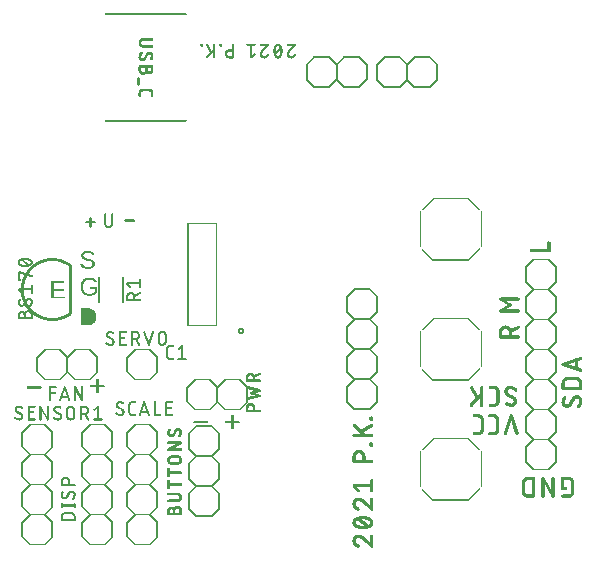
<source format=gto>
%MOIN*%
%OFA0B0*%
%FSLAX36Y36*%
%IPPOS*%
%LPD*%
G36*
X000192050Y000869999D02*
G01*
X000192050Y000876353D01*
X000154622Y000876353D01*
X000154622Y000896354D01*
X000187940Y000896354D01*
X000187940Y000902626D01*
X000154622Y000902626D01*
X000154622Y000921035D01*
X000190381Y000921035D01*
X000190381Y000927389D01*
X000146842Y000927389D01*
X000146842Y000869999D01*
X000192050Y000869999D01*
G37*
G36*
X000268307Y000780000D02*
G01*
X000270354Y000780055D01*
X000272338Y000780220D01*
X000274263Y000780499D01*
X000276125Y000780885D01*
X000277929Y000781384D01*
X000279669Y000781992D01*
X000281349Y000782712D01*
X000282968Y000783543D01*
X000284511Y000784475D01*
X000285964Y000785511D01*
X000287330Y000786637D01*
X000288602Y000787866D01*
X000289783Y000789189D01*
X000290873Y000790608D01*
X000291873Y000792129D01*
X000292787Y000793746D01*
X000293598Y000795444D01*
X000294299Y000797216D01*
X000294897Y000799051D01*
X000295381Y000800960D01*
X000295759Y000802936D01*
X000296031Y000804983D01*
X000296192Y000807098D01*
X000296248Y000809283D01*
X000296216Y000810944D01*
X000296125Y000812558D01*
X000295968Y000814121D01*
X000295751Y000815641D01*
X000295475Y000817109D01*
X000295133Y000818527D01*
X000294731Y000819901D01*
X000294267Y000821224D01*
X000293739Y000822500D01*
X000293153Y000823728D01*
X000292503Y000824905D01*
X000291790Y000826035D01*
X000291019Y000827118D01*
X000290181Y000828153D01*
X000289287Y000829137D01*
X000288326Y000830077D01*
X000287310Y000830964D01*
X000286240Y000831791D01*
X000285121Y000832563D01*
X000283948Y000833275D01*
X000282724Y000833933D01*
X000281448Y000834531D01*
X000280117Y000835074D01*
X000278739Y000835557D01*
X000277307Y000835988D01*
X000275822Y000836362D01*
X000274287Y000836672D01*
X000272696Y000836933D01*
X000271054Y000837129D01*
X000269365Y000837275D01*
X000267618Y000837357D01*
X000265822Y000837389D01*
X000246841Y000837389D01*
X000246841Y000780000D01*
X000268307Y000780000D01*
G37*
G36*
X000254622Y000786232D02*
G01*
X000267409Y000786232D01*
X000268964Y000786275D01*
X000270472Y000786404D01*
X000271933Y000786621D01*
X000273342Y000786923D01*
X000274704Y000787314D01*
X000276023Y000787790D01*
X000277291Y000788349D01*
X000278511Y000788999D01*
X000279673Y000789732D01*
X000280763Y000790539D01*
X000281787Y000791421D01*
X000282740Y000792381D01*
X000283625Y000793416D01*
X000284440Y000794531D01*
X000285185Y000795720D01*
X000285862Y000796984D01*
X000286464Y000798318D01*
X000286984Y000799708D01*
X000287425Y000801157D01*
X000287787Y000802663D01*
X000288066Y000804231D01*
X000288267Y000805856D01*
X000288389Y000807543D01*
X000288428Y000809283D01*
X000288338Y000811873D01*
X000288062Y000814302D01*
X000287606Y000816574D01*
X000286968Y000818689D01*
X000286145Y000820641D01*
X000285141Y000822440D01*
X000283952Y000824077D01*
X000282582Y000825555D01*
X000281039Y000826870D01*
X000279334Y000828007D01*
X000277464Y000828968D01*
X000275429Y000829755D01*
X000273232Y000830370D01*
X000270873Y000830807D01*
X000268346Y000831069D01*
X000265661Y000831157D01*
X000254622Y000831157D01*
X000254622Y000786232D01*
G37*
G36*
X000268102Y000969185D02*
G01*
X000270846Y000969250D01*
X000273428Y000969456D01*
X000275854Y000969799D01*
X000278117Y000970275D01*
X000280224Y000970885D01*
X000282173Y000971637D01*
X000283964Y000972523D01*
X000285598Y000973543D01*
X000287055Y000974688D01*
X000288314Y000975944D01*
X000289381Y000977314D01*
X000290255Y000978798D01*
X000290937Y000980389D01*
X000291421Y000982097D01*
X000291712Y000983912D01*
X000291783Y000984866D01*
X000291807Y000985841D01*
X000291755Y000987362D01*
X000291590Y000988775D01*
X000291314Y000990090D01*
X000290932Y000991303D01*
X000290452Y000992424D01*
X000289889Y000993472D01*
X000289240Y000994440D01*
X000288507Y000995334D01*
X000287700Y000996157D01*
X000286822Y000996913D01*
X000285877Y000997601D01*
X000284865Y000998224D01*
X000282688Y000999329D01*
X000280362Y001000283D01*
X000277905Y001001098D01*
X000275334Y001001790D01*
X000270058Y001003031D01*
X000266436Y001003873D01*
X000263472Y001004645D01*
X000261160Y001005350D01*
X000259507Y001005984D01*
X000258263Y001006617D01*
X000257172Y001007317D01*
X000256235Y001008086D01*
X000255456Y001008915D01*
X000254842Y001009838D01*
X000254401Y001010877D01*
X000254137Y001012030D01*
X000254050Y001013293D01*
X000254110Y001014389D01*
X000254278Y001015416D01*
X000254562Y001016369D01*
X000254956Y001017255D01*
X000255467Y001018070D01*
X000256089Y001018818D01*
X000256826Y001019490D01*
X000257677Y001020098D01*
X000258633Y001020632D01*
X000259691Y001021094D01*
X000260853Y001021488D01*
X000262118Y001021806D01*
X000263479Y001022059D01*
X000264948Y001022235D01*
X000266515Y001022342D01*
X000268185Y001022377D01*
X000269712Y001022346D01*
X000271149Y001022251D01*
X000272503Y001022090D01*
X000273775Y001021865D01*
X000274960Y001021574D01*
X000276058Y001021220D01*
X000277070Y001020802D01*
X000278000Y001020322D01*
X000278849Y001019767D01*
X000279629Y001019137D01*
X000280338Y001018428D01*
X000280975Y001017636D01*
X000281539Y001016771D01*
X000282035Y001015825D01*
X000282456Y001014802D01*
X000282807Y001013703D01*
X000290464Y001015045D01*
X000289897Y001016783D01*
X000289231Y001018389D01*
X000288472Y001019860D01*
X000287613Y001021204D01*
X000286657Y001022412D01*
X000285605Y001023487D01*
X000284460Y001024437D01*
X000283216Y001025252D01*
X000281849Y001025952D01*
X000280342Y001026559D01*
X000278688Y001027074D01*
X000276889Y001027496D01*
X000274952Y001027822D01*
X000272865Y001028054D01*
X000270637Y001028196D01*
X000268267Y001028243D01*
X000265716Y001028181D01*
X000263314Y001027995D01*
X000261070Y001027679D01*
X000258975Y001027247D01*
X000257031Y001026685D01*
X000255239Y001026000D01*
X000253602Y001025188D01*
X000252118Y001024251D01*
X000250795Y001023200D01*
X000249649Y001022046D01*
X000248681Y001020783D01*
X000247885Y001019416D01*
X000247267Y001017940D01*
X000246826Y001016361D01*
X000246562Y001014677D01*
X000246475Y001012888D01*
X000246542Y001011326D01*
X000246744Y001009852D01*
X000247082Y001008475D01*
X000247554Y001007185D01*
X000248153Y001005984D01*
X000248874Y001004856D01*
X000249712Y001003814D01*
X000250672Y001002850D01*
X000251782Y001001944D01*
X000253078Y001001082D01*
X000254562Y001000262D01*
X000256231Y000999487D01*
X000258195Y000998736D01*
X000260573Y000997979D01*
X000263358Y000997227D01*
X000266555Y000996474D01*
X000273685Y000994802D01*
X000275236Y000994393D01*
X000276676Y000993940D01*
X000278007Y000993436D01*
X000279224Y000992888D01*
X000280318Y000992282D01*
X000281283Y000991598D01*
X000282122Y000990834D01*
X000282826Y000989999D01*
X000283389Y000989054D01*
X000283791Y000987984D01*
X000284031Y000986775D01*
X000284110Y000985435D01*
X000284046Y000984219D01*
X000283853Y000983082D01*
X000283535Y000982018D01*
X000283086Y000981031D01*
X000282511Y000980120D01*
X000281806Y000979283D01*
X000280975Y000978523D01*
X000280015Y000977842D01*
X000278940Y000977236D01*
X000277755Y000976708D01*
X000276464Y000976263D01*
X000275062Y000975901D01*
X000273554Y000975618D01*
X000271940Y000975417D01*
X000270220Y000975294D01*
X000268389Y000975255D01*
X000266613Y000975290D01*
X000264933Y000975405D01*
X000263349Y000975594D01*
X000261861Y000975858D01*
X000260467Y000976200D01*
X000259168Y000976618D01*
X000257967Y000977109D01*
X000256861Y000977677D01*
X000255850Y000978326D01*
X000254929Y000979063D01*
X000254098Y000979881D01*
X000253357Y000980787D01*
X000252712Y000981779D01*
X000252157Y000982857D01*
X000251692Y000984023D01*
X000251322Y000985275D01*
X000243787Y000983767D01*
X000244275Y000982000D01*
X000244897Y000980350D01*
X000245661Y000978810D01*
X000246558Y000977385D01*
X000247597Y000976078D01*
X000248771Y000974881D01*
X000250085Y000973799D01*
X000251535Y000972830D01*
X000253125Y000971976D01*
X000254849Y000971234D01*
X000256716Y000970609D01*
X000258716Y000970097D01*
X000260857Y000969696D01*
X000263133Y000969413D01*
X000265550Y000969243D01*
X000268102Y000969185D01*
G37*
G36*
X000273649Y000879172D02*
G01*
X000275598Y000879212D01*
X000277511Y000879334D01*
X000279389Y000879535D01*
X000281232Y000879817D01*
X000283035Y000880179D01*
X000284806Y000880626D01*
X000286543Y000881153D01*
X000288240Y000881759D01*
X000289889Y000882440D01*
X000291472Y000883184D01*
X000292991Y000883999D01*
X000294444Y000884877D01*
X000295830Y000885826D01*
X000297153Y000886838D01*
X000298409Y000887917D01*
X000299601Y000889062D01*
X000299601Y000909180D01*
X000274893Y000909180D01*
X000274893Y000902558D01*
X000292318Y000902558D01*
X000292318Y000892041D01*
X000291523Y000891318D01*
X000290668Y000890633D01*
X000289755Y000889984D01*
X000288783Y000889373D01*
X000286665Y000888271D01*
X000284306Y000887326D01*
X000283059Y000886916D01*
X000281787Y000886566D01*
X000280491Y000886267D01*
X000279173Y000886023D01*
X000277826Y000885830D01*
X000276460Y000885696D01*
X000275066Y000885614D01*
X000273649Y000885586D01*
X000272417Y000885614D01*
X000271216Y000885688D01*
X000270047Y000885810D01*
X000268912Y000885988D01*
X000267814Y000886212D01*
X000266748Y000886487D01*
X000264720Y000887185D01*
X000262826Y000888086D01*
X000261070Y000889185D01*
X000259448Y000890483D01*
X000257964Y000891984D01*
X000256633Y000893653D01*
X000255483Y000895472D01*
X000254506Y000897432D01*
X000253712Y000899543D01*
X000253089Y000901794D01*
X000252645Y000904192D01*
X000252381Y000906740D01*
X000252290Y000909428D01*
X000252377Y000912125D01*
X000252625Y000914664D01*
X000253042Y000917046D01*
X000253629Y000919275D01*
X000254377Y000921346D01*
X000255294Y000923263D01*
X000256381Y000925023D01*
X000257633Y000926626D01*
X000259042Y000928059D01*
X000260598Y000929299D01*
X000262307Y000930346D01*
X000264161Y000931203D01*
X000266165Y000931872D01*
X000268318Y000932350D01*
X000269452Y000932515D01*
X000270621Y000932636D01*
X000271826Y000932708D01*
X000273070Y000932732D01*
X000274661Y000932695D01*
X000276188Y000932590D01*
X000277645Y000932412D01*
X000279035Y000932161D01*
X000280362Y000931841D01*
X000281618Y000931452D01*
X000282811Y000930988D01*
X000283936Y000930456D01*
X000284999Y000929842D01*
X000286003Y000929149D01*
X000286944Y000928370D01*
X000287830Y000927507D01*
X000288657Y000926557D01*
X000289429Y000925527D01*
X000290137Y000924413D01*
X000290787Y000923212D01*
X000298318Y000925448D01*
X000297460Y000927185D01*
X000296511Y000928803D01*
X000295475Y000930294D01*
X000294357Y000931665D01*
X000293149Y000932912D01*
X000291853Y000934038D01*
X000290472Y000935039D01*
X000289007Y000935917D01*
X000287440Y000936684D01*
X000285755Y000937350D01*
X000283960Y000937913D01*
X000282054Y000938370D01*
X000280031Y000938728D01*
X000277893Y000938984D01*
X000275641Y000939137D01*
X000273279Y000939188D01*
X000271578Y000939157D01*
X000269929Y000939066D01*
X000268326Y000938916D01*
X000266771Y000938700D01*
X000265267Y000938428D01*
X000263806Y000938094D01*
X000262397Y000937700D01*
X000261035Y000937243D01*
X000259724Y000936728D01*
X000258456Y000936149D01*
X000257239Y000935511D01*
X000256070Y000934810D01*
X000254952Y000934050D01*
X000253877Y000933231D01*
X000252854Y000932350D01*
X000251877Y000931409D01*
X000250956Y000930409D01*
X000250093Y000929362D01*
X000249289Y000928262D01*
X000248546Y000927114D01*
X000247862Y000925916D01*
X000247240Y000924669D01*
X000246673Y000923369D01*
X000246165Y000922023D01*
X000245719Y000920622D01*
X000245334Y000919172D01*
X000245006Y000917677D01*
X000244739Y000916124D01*
X000244531Y000914526D01*
X000244381Y000912877D01*
X000244290Y000911176D01*
X000244262Y000909428D01*
X000244318Y000907148D01*
X000244479Y000904944D01*
X000244755Y000902814D01*
X000245137Y000900763D01*
X000245629Y000898783D01*
X000246232Y000896880D01*
X000246940Y000895058D01*
X000247758Y000893307D01*
X000248684Y000891645D01*
X000249704Y000890081D01*
X000250822Y000888621D01*
X000252039Y000887259D01*
X000253354Y000885995D01*
X000254763Y000884834D01*
X000256274Y000883775D01*
X000257881Y000882814D01*
X000259574Y000881960D01*
X000261349Y000881220D01*
X000263204Y000880594D01*
X000265133Y000880082D01*
X000267145Y000879684D01*
X000269236Y000879401D01*
X000271401Y000879227D01*
X000273649Y000879172D01*
G37*
G36*
X000770165Y000453720D02*
G01*
X000771554Y000453940D01*
X000772808Y000454579D01*
X000773805Y000455575D01*
X000774444Y000456829D01*
X000774664Y000458220D01*
X000774444Y000459610D01*
X000773805Y000460865D01*
X000772808Y000461859D01*
X000771554Y000462500D01*
X000770165Y000462720D01*
X000729500Y000462720D01*
X000728109Y000462500D01*
X000726853Y000461859D01*
X000725858Y000460865D01*
X000725219Y000459610D01*
X000725000Y000458220D01*
X000725219Y000456829D01*
X000725858Y000455575D01*
X000726853Y000454579D01*
X000728109Y000453940D01*
X000729500Y000453720D01*
X000770165Y000453720D01*
G37*
G36*
X000749833Y000433389D02*
G01*
X000751224Y000433609D01*
X000752479Y000434247D01*
X000753474Y000435244D01*
X000754113Y000436498D01*
X000754334Y000437888D01*
X000754334Y000478555D01*
X000754113Y000479945D01*
X000753474Y000481199D01*
X000752479Y000482195D01*
X000751224Y000482834D01*
X000749833Y000483054D01*
X000748442Y000482834D01*
X000747188Y000482195D01*
X000746193Y000481199D01*
X000745554Y000479945D01*
X000745332Y000478555D01*
X000745332Y000437888D01*
X000745554Y000436498D01*
X000746193Y000435244D01*
X000747188Y000434247D01*
X000748442Y000433609D01*
X000749833Y000433389D01*
G37*
G36*
X000665165Y000453720D02*
G01*
X000666555Y000453940D01*
X000667809Y000454579D01*
X000668805Y000455575D01*
X000669444Y000456829D01*
X000669665Y000458220D01*
X000669444Y000459610D01*
X000668805Y000460865D01*
X000667809Y000461859D01*
X000666555Y000462500D01*
X000665165Y000462720D01*
X000624499Y000462720D01*
X000623109Y000462500D01*
X000621854Y000461859D01*
X000620859Y000460865D01*
X000620219Y000459610D01*
X000620000Y000458220D01*
X000620219Y000456829D01*
X000620859Y000455575D01*
X000621854Y000454579D01*
X000623109Y000453940D01*
X000624499Y000453720D01*
X000665165Y000453720D01*
G37*
G36*
X000320164Y000573720D02*
G01*
X000321555Y000573940D01*
X000322809Y000574579D01*
X000323805Y000575574D01*
X000324444Y000576829D01*
X000324664Y000578220D01*
X000324444Y000579611D01*
X000323805Y000580864D01*
X000322809Y000581861D01*
X000321555Y000582499D01*
X000320164Y000582720D01*
X000279499Y000582720D01*
X000278109Y000582499D01*
X000276854Y000581861D01*
X000275859Y000580864D01*
X000275220Y000579611D01*
X000275000Y000578220D01*
X000275220Y000576829D01*
X000275859Y000575574D01*
X000276854Y000574579D01*
X000278109Y000573940D01*
X000279499Y000573720D01*
X000320164Y000573720D01*
G37*
G36*
X000299833Y000553389D02*
G01*
X000301225Y000553609D01*
X000302479Y000554248D01*
X000303475Y000555244D01*
X000304114Y000556498D01*
X000304334Y000557889D01*
X000304334Y000598555D01*
X000304114Y000599945D01*
X000303475Y000601200D01*
X000302479Y000602195D01*
X000301225Y000602834D01*
X000299833Y000603055D01*
X000298443Y000602834D01*
X000297189Y000602195D01*
X000296193Y000601200D01*
X000295554Y000599945D01*
X000295334Y000598555D01*
X000295334Y000557889D01*
X000295554Y000556498D01*
X000296193Y000555244D01*
X000297189Y000554248D01*
X000298443Y000553609D01*
X000299833Y000553389D01*
G37*
G36*
X000110164Y000568720D02*
G01*
X000111555Y000568940D01*
X000112810Y000569579D01*
X000113805Y000570574D01*
X000114444Y000571829D01*
X000114664Y000573220D01*
X000114444Y000574611D01*
X000113805Y000575864D01*
X000112810Y000576861D01*
X000111555Y000577499D01*
X000110164Y000577720D01*
X000069500Y000577720D01*
X000068108Y000577499D01*
X000066853Y000576861D01*
X000065858Y000575864D01*
X000065219Y000574611D01*
X000065000Y000573220D01*
X000065219Y000571829D01*
X000065858Y000570574D01*
X000066853Y000569579D01*
X000068108Y000568940D01*
X000069500Y000568720D01*
X000110164Y000568720D01*
G37*
G36*
X000840499Y000490000D02*
G01*
X000841890Y000490219D01*
X000843144Y000490859D01*
X000844140Y000491854D01*
X000844778Y000493109D01*
X000844999Y000494499D01*
X000844778Y000495890D01*
X000844140Y000497143D01*
X000843144Y000498140D01*
X000841890Y000498779D01*
X000840499Y000498999D01*
X000799500Y000498999D01*
X000798109Y000498779D01*
X000796853Y000498140D01*
X000795859Y000497143D01*
X000795219Y000495890D01*
X000795000Y000494499D01*
X000795219Y000493109D01*
X000795859Y000491854D01*
X000796853Y000490859D01*
X000798109Y000490219D01*
X000799500Y000490000D01*
X000840499Y000490000D01*
G37*
G36*
X000799500Y000490000D02*
G01*
X000800890Y000490219D01*
X000802144Y000490859D01*
X000803139Y000491854D01*
X000803779Y000493109D01*
X000804000Y000494499D01*
X000804000Y000505889D01*
X000803779Y000507279D01*
X000803139Y000508534D01*
X000802144Y000509530D01*
X000800890Y000510167D01*
X000799500Y000510389D01*
X000798109Y000510167D01*
X000796853Y000509530D01*
X000795859Y000508534D01*
X000795219Y000507279D01*
X000795000Y000505889D01*
X000795000Y000494499D01*
X000795219Y000493109D01*
X000795859Y000491854D01*
X000796853Y000490859D01*
X000798109Y000490219D01*
X000799500Y000490000D01*
G37*
G36*
X000799500Y000501389D02*
G01*
X000800890Y000501609D01*
X000802144Y000502248D01*
X000803139Y000503244D01*
X000803779Y000504498D01*
X000804000Y000505889D01*
X000804007Y000506310D01*
X000803786Y000507700D01*
X000803147Y000508955D01*
X000802152Y000509951D01*
X000800897Y000510590D01*
X000799507Y000510810D01*
X000798116Y000510590D01*
X000796862Y000509951D01*
X000795866Y000508955D01*
X000795227Y000507700D01*
X000795007Y000506310D01*
X000795000Y000505889D01*
X000795219Y000504498D01*
X000795859Y000503244D01*
X000796853Y000502248D01*
X000798109Y000501609D01*
X000799500Y000501389D01*
G37*
G36*
X000799507Y000501811D02*
G01*
X000800897Y000502030D01*
X000802152Y000502669D01*
X000803147Y000503665D01*
X000803786Y000504920D01*
X000804007Y000506310D01*
X000804030Y000506731D01*
X000803810Y000508121D01*
X000803170Y000509376D01*
X000802176Y000510372D01*
X000800922Y000511011D01*
X000799531Y000511232D01*
X000798140Y000511011D01*
X000796884Y000510372D01*
X000795890Y000509376D01*
X000795251Y000508121D01*
X000795031Y000506731D01*
X000795007Y000506310D01*
X000795227Y000504920D01*
X000795866Y000503665D01*
X000796862Y000502669D01*
X000798116Y000502030D01*
X000799507Y000501811D01*
G37*
G36*
X000799531Y000502231D02*
G01*
X000800922Y000502452D01*
X000802176Y000503090D01*
X000803170Y000504086D01*
X000803810Y000505341D01*
X000804030Y000506731D01*
X000804069Y000507148D01*
X000803850Y000508538D01*
X000803210Y000509793D01*
X000802215Y000510789D01*
X000800960Y000511429D01*
X000799570Y000511649D01*
X000798179Y000511429D01*
X000796925Y000510789D01*
X000795929Y000509793D01*
X000795290Y000508538D01*
X000795070Y000507148D01*
X000795031Y000506731D01*
X000795251Y000505341D01*
X000795890Y000504086D01*
X000796884Y000503090D01*
X000798140Y000502452D01*
X000799531Y000502231D01*
G37*
G36*
X000799570Y000502649D02*
G01*
X000800960Y000502869D01*
X000802215Y000503507D01*
X000803210Y000504503D01*
X000803850Y000505758D01*
X000804069Y000507148D01*
X000804126Y000507565D01*
X000803905Y000508957D01*
X000803265Y000510210D01*
X000802270Y000511206D01*
X000801015Y000511846D01*
X000799625Y000512066D01*
X000798234Y000511846D01*
X000796980Y000511206D01*
X000795984Y000510210D01*
X000795345Y000508957D01*
X000795124Y000507565D01*
X000795070Y000507148D01*
X000795290Y000505758D01*
X000795929Y000504503D01*
X000796925Y000503507D01*
X000798179Y000502869D01*
X000799570Y000502649D01*
G37*
G36*
X000799625Y000503066D02*
G01*
X000801015Y000503287D01*
X000802270Y000503924D01*
X000803265Y000504920D01*
X000803905Y000506175D01*
X000803972Y000506592D01*
X000804192Y000507982D01*
X000803972Y000509374D01*
X000803332Y000510629D01*
X000802337Y000511623D01*
X000801083Y000512263D01*
X000799691Y000512484D01*
X000798301Y000512263D01*
X000797046Y000511623D01*
X000796052Y000510629D01*
X000795412Y000509374D01*
X000795345Y000508957D01*
X000795124Y000507565D01*
X000795345Y000506175D01*
X000795984Y000504920D01*
X000796980Y000503924D01*
X000798234Y000503287D01*
X000799625Y000503066D01*
G37*
G36*
X000799691Y000503483D02*
G01*
X000801083Y000503704D01*
X000802337Y000504341D01*
X000803332Y000505337D01*
X000803972Y000506592D01*
X000804058Y000507001D01*
X000804278Y000508393D01*
X000804058Y000509783D01*
X000803419Y000511038D01*
X000802424Y000512032D01*
X000801170Y000512673D01*
X000799779Y000512893D01*
X000798388Y000512673D01*
X000797132Y000512032D01*
X000796138Y000511038D01*
X000795499Y000509783D01*
X000795412Y000509374D01*
X000795192Y000507982D01*
X000795412Y000506592D01*
X000796052Y000505337D01*
X000797046Y000504341D01*
X000798301Y000503704D01*
X000799691Y000503483D01*
G37*
G36*
X000799779Y000503893D02*
G01*
X000801170Y000504113D01*
X000802424Y000504752D01*
X000803419Y000505748D01*
X000804058Y000507001D01*
X000804157Y000507412D01*
X000804377Y000508803D01*
X000804157Y000510192D01*
X000803518Y000511447D01*
X000802522Y000512443D01*
X000801268Y000513082D01*
X000799877Y000513302D01*
X000798487Y000513082D01*
X000797232Y000512443D01*
X000796237Y000511447D01*
X000795598Y000510192D01*
X000795499Y000509783D01*
X000795279Y000508393D01*
X000795499Y000507001D01*
X000796138Y000505748D01*
X000797132Y000504752D01*
X000798388Y000504113D01*
X000799779Y000503893D01*
G37*
G36*
X000799877Y000504302D02*
G01*
X000801268Y000504522D01*
X000802522Y000505161D01*
X000803518Y000506156D01*
X000804157Y000507412D01*
X000804275Y000507816D01*
X000804496Y000509208D01*
X000804275Y000510599D01*
X000803636Y000511853D01*
X000802639Y000512849D01*
X000801386Y000513487D01*
X000799996Y000513708D01*
X000798605Y000513487D01*
X000797350Y000512849D01*
X000796355Y000511853D01*
X000795715Y000510599D01*
X000795598Y000510192D01*
X000795377Y000508803D01*
X000795598Y000507412D01*
X000796237Y000506156D01*
X000797232Y000505161D01*
X000798487Y000504522D01*
X000799877Y000504302D01*
G37*
G36*
X000799996Y000504708D02*
G01*
X000801386Y000504928D01*
X000802639Y000505567D01*
X000803636Y000506561D01*
X000804275Y000507816D01*
X000804405Y000508217D01*
X000804625Y000509610D01*
X000804405Y000511000D01*
X000803766Y000512255D01*
X000802770Y000513250D01*
X000801516Y000513889D01*
X000800125Y000514109D01*
X000798735Y000513889D01*
X000797480Y000513250D01*
X000796485Y000512255D01*
X000795846Y000511000D01*
X000795715Y000510599D01*
X000795496Y000509208D01*
X000795715Y000507816D01*
X000796355Y000506561D01*
X000797350Y000505567D01*
X000798605Y000504928D01*
X000799996Y000504708D01*
G37*
G36*
X000800125Y000505109D02*
G01*
X000801516Y000505329D01*
X000802770Y000505968D01*
X000803766Y000506963D01*
X000804405Y000508217D01*
X000804546Y000508611D01*
X000804766Y000510003D01*
X000804546Y000511394D01*
X000803907Y000512648D01*
X000802912Y000513644D01*
X000801657Y000514283D01*
X000800266Y000514503D01*
X000798876Y000514283D01*
X000797621Y000513644D01*
X000796626Y000512648D01*
X000795987Y000511394D01*
X000795846Y000511000D01*
X000795626Y000509610D01*
X000795846Y000508217D01*
X000796485Y000506963D01*
X000797480Y000505968D01*
X000798735Y000505329D01*
X000800125Y000505109D01*
G37*
G36*
X000800266Y000505503D02*
G01*
X000801657Y000505723D01*
X000802912Y000506362D01*
X000803907Y000507358D01*
X000804546Y000508611D01*
X000804708Y000509001D01*
X000804928Y000510393D01*
X000804708Y000511784D01*
X000804069Y000513038D01*
X000803074Y000514032D01*
X000801819Y000514672D01*
X000800429Y000514893D01*
X000799038Y000514672D01*
X000797783Y000514032D01*
X000796787Y000513038D01*
X000796149Y000511784D01*
X000795987Y000511394D01*
X000795767Y000510003D01*
X000795987Y000508611D01*
X000796626Y000507358D01*
X000797621Y000506362D01*
X000798876Y000505723D01*
X000800266Y000505503D01*
G37*
G36*
X000800429Y000505893D02*
G01*
X000801819Y000506113D01*
X000803074Y000506752D01*
X000804069Y000507748D01*
X000804708Y000509001D01*
X000804881Y000509383D01*
X000805102Y000510775D01*
X000804881Y000512165D01*
X000804241Y000513420D01*
X000803246Y000514414D01*
X000801992Y000515055D01*
X000800602Y000515275D01*
X000799211Y000515055D01*
X000797957Y000514414D01*
X000796961Y000513420D01*
X000796321Y000512165D01*
X000796149Y000511784D01*
X000795929Y000510393D01*
X000796149Y000509001D01*
X000796787Y000507748D01*
X000797783Y000506752D01*
X000799038Y000506113D01*
X000800429Y000505893D01*
G37*
G36*
X000800602Y000506275D02*
G01*
X000801992Y000506495D01*
X000803246Y000507134D01*
X000804241Y000508129D01*
X000804881Y000509383D01*
X000805070Y000509762D01*
X000805290Y000511152D01*
X000805070Y000512542D01*
X000804431Y000513798D01*
X000803435Y000514794D01*
X000802181Y000515433D01*
X000800790Y000515653D01*
X000799399Y000515433D01*
X000798145Y000514794D01*
X000797150Y000513798D01*
X000796511Y000512542D01*
X000796321Y000512165D01*
X000796102Y000510775D01*
X000796321Y000509383D01*
X000796961Y000508129D01*
X000797957Y000507134D01*
X000799211Y000506495D01*
X000800602Y000506275D01*
G37*
G36*
X000800790Y000506653D02*
G01*
X000802181Y000506873D01*
X000803435Y000507511D01*
X000804431Y000508507D01*
X000804632Y000508878D01*
X000805270Y000510132D01*
X000805491Y000511522D01*
X000805270Y000512912D01*
X000804632Y000514167D01*
X000803637Y000515163D01*
X000802382Y000515803D01*
X000800991Y000516023D01*
X000799600Y000515803D01*
X000798346Y000515163D01*
X000797350Y000514167D01*
X000797150Y000513798D01*
X000796511Y000512542D01*
X000796290Y000511152D01*
X000796511Y000509762D01*
X000797150Y000508507D01*
X000798145Y000507511D01*
X000799399Y000506873D01*
X000800790Y000506653D01*
G37*
G36*
X000800991Y000507023D02*
G01*
X000802382Y000507243D01*
X000803637Y000507881D01*
X000804632Y000508878D01*
X000804844Y000509240D01*
X000805483Y000510494D01*
X000805703Y000511885D01*
X000805483Y000513275D01*
X000804844Y000514530D01*
X000803848Y000515525D01*
X000802594Y000516165D01*
X000801203Y000516385D01*
X000799813Y000516165D01*
X000798558Y000515525D01*
X000797562Y000514530D01*
X000797350Y000514167D01*
X000796712Y000512912D01*
X000796491Y000511522D01*
X000796712Y000510132D01*
X000797350Y000508878D01*
X000798346Y000507881D01*
X000799600Y000507243D01*
X000800991Y000507023D01*
G37*
G36*
X000801203Y000507385D02*
G01*
X000802594Y000507605D01*
X000803848Y000508244D01*
X000804844Y000509240D01*
X000805073Y000509594D01*
X000805711Y000510847D01*
X000805932Y000512239D01*
X000805711Y000513630D01*
X000805073Y000514885D01*
X000804077Y000515880D01*
X000802822Y000516518D01*
X000801432Y000516740D01*
X000800041Y000516518D01*
X000798787Y000515880D01*
X000797791Y000514885D01*
X000797562Y000514530D01*
X000796924Y000513275D01*
X000796703Y000511885D01*
X000796924Y000510494D01*
X000797562Y000509240D01*
X000798558Y000508244D01*
X000799813Y000507605D01*
X000801203Y000507385D01*
G37*
G36*
X000801432Y000507739D02*
G01*
X000802822Y000507959D01*
X000804077Y000508598D01*
X000805073Y000509594D01*
X000805316Y000509937D01*
X000805956Y000511190D01*
X000806177Y000512582D01*
X000805956Y000513973D01*
X000805316Y000515227D01*
X000804321Y000516223D01*
X000803067Y000516861D01*
X000801677Y000517082D01*
X000800286Y000516861D01*
X000799031Y000516223D01*
X000798036Y000515227D01*
X000797791Y000514885D01*
X000797153Y000513630D01*
X000796932Y000512239D01*
X000797153Y000510847D01*
X000797791Y000509594D01*
X000798787Y000508598D01*
X000800041Y000507959D01*
X000801432Y000507739D01*
G37*
G36*
X000801677Y000508082D02*
G01*
X000803067Y000508302D01*
X000804321Y000508941D01*
X000805316Y000509937D01*
X000805569Y000510275D01*
X000806207Y000511530D01*
X000806428Y000512920D01*
X000806207Y000514310D01*
X000805569Y000515565D01*
X000804574Y000516561D01*
X000803319Y000517200D01*
X000801928Y000517420D01*
X000800537Y000517200D01*
X000799283Y000516561D01*
X000798287Y000515565D01*
X000798036Y000515227D01*
X000797396Y000513973D01*
X000797177Y000512582D01*
X000797396Y000511190D01*
X000798036Y000509937D01*
X000799031Y000508941D01*
X000800286Y000508302D01*
X000801677Y000508082D01*
G37*
G36*
X000801928Y000508421D02*
G01*
X000803319Y000508640D01*
X000804574Y000509279D01*
X000805569Y000510275D01*
X000805832Y000510602D01*
X000806472Y000511857D01*
X000806692Y000513247D01*
X000806472Y000514638D01*
X000805832Y000515892D01*
X000804837Y000516888D01*
X000803583Y000517526D01*
X000802192Y000517746D01*
X000800800Y000517526D01*
X000799547Y000516888D01*
X000798551Y000515892D01*
X000798287Y000515565D01*
X000797648Y000514310D01*
X000797428Y000512920D01*
X000797648Y000511530D01*
X000798287Y000510275D01*
X000799283Y000509279D01*
X000800537Y000508640D01*
X000801928Y000508421D01*
G37*
G36*
X000802192Y000508748D02*
G01*
X000803583Y000508966D01*
X000804837Y000509607D01*
X000805832Y000510602D01*
X000806111Y000510916D01*
X000806752Y000512171D01*
X000806972Y000513563D01*
X000806752Y000514953D01*
X000806111Y000516207D01*
X000805116Y000517202D01*
X000803862Y000517842D01*
X000802471Y000518062D01*
X000801079Y000517842D01*
X000799827Y000517202D01*
X000798830Y000516207D01*
X000798551Y000515892D01*
X000797913Y000514638D01*
X000797692Y000513247D01*
X000797913Y000511857D01*
X000798551Y000510602D01*
X000799547Y000509607D01*
X000800800Y000508966D01*
X000802192Y000508748D01*
G37*
G36*
X000802471Y000509062D02*
G01*
X000803862Y000509283D01*
X000805116Y000509920D01*
X000806111Y000510916D01*
X000806403Y000511224D01*
X000807041Y000512478D01*
X000807262Y000513870D01*
X000807041Y000515260D01*
X000806403Y000516514D01*
X000805408Y000517510D01*
X000804153Y000518148D01*
X000802763Y000518370D01*
X000801372Y000518148D01*
X000800117Y000517510D01*
X000799122Y000516514D01*
X000798830Y000516207D01*
X000798192Y000514953D01*
X000797971Y000513563D01*
X000798192Y000512171D01*
X000798830Y000510916D01*
X000799827Y000509920D01*
X000801079Y000509283D01*
X000802471Y000509062D01*
G37*
G36*
X000802763Y000509368D02*
G01*
X000804153Y000509590D01*
X000805408Y000510228D01*
X000805707Y000510524D01*
X000806703Y000511518D01*
X000807342Y000512773D01*
X000807563Y000514165D01*
X000807342Y000515555D01*
X000806703Y000516808D01*
X000805707Y000517804D01*
X000804453Y000518444D01*
X000803063Y000518664D01*
X000801671Y000518444D01*
X000800417Y000517804D01*
X000800117Y000517510D01*
X000799122Y000516514D01*
X000798483Y000515260D01*
X000798262Y000513870D01*
X000798483Y000512478D01*
X000799122Y000511224D01*
X000800117Y000510228D01*
X000801372Y000509590D01*
X000802763Y000509368D01*
G37*
G36*
X000803063Y000509665D02*
G01*
X000804453Y000509885D01*
X000805707Y000510524D01*
X000806018Y000510807D01*
X000807014Y000511803D01*
X000807653Y000513057D01*
X000807874Y000514448D01*
X000807653Y000515838D01*
X000807014Y000517093D01*
X000806018Y000518088D01*
X000804763Y000518727D01*
X000803374Y000518947D01*
X000801983Y000518727D01*
X000800728Y000518088D01*
X000800417Y000517804D01*
X000799422Y000516808D01*
X000798782Y000515555D01*
X000798563Y000514165D01*
X000798782Y000512773D01*
X000799422Y000511518D01*
X000800417Y000510524D01*
X000801671Y000509885D01*
X000803063Y000509665D01*
G37*
G36*
X000803374Y000509947D02*
G01*
X000804763Y000510167D01*
X000806018Y000510807D01*
X000806337Y000511078D01*
X000807332Y000512074D01*
X000807971Y000513329D01*
X000808191Y000514719D01*
X000807971Y000516109D01*
X000807332Y000517364D01*
X000806337Y000518360D01*
X000805083Y000519000D01*
X000803692Y000519220D01*
X000802301Y000519000D01*
X000801046Y000518360D01*
X000800728Y000518088D01*
X000799732Y000517093D01*
X000799093Y000515838D01*
X000798874Y000514448D01*
X000799093Y000513057D01*
X000799732Y000511803D01*
X000800728Y000510807D01*
X000801983Y000510167D01*
X000803374Y000509947D01*
G37*
G36*
X000803692Y000510220D02*
G01*
X000805083Y000510440D01*
X000806337Y000511078D01*
X000806671Y000511337D01*
X000807668Y000512335D01*
X000808307Y000513588D01*
X000808527Y000514978D01*
X000808307Y000516370D01*
X000807668Y000517625D01*
X000806671Y000518619D01*
X000805418Y000519259D01*
X000804027Y000519480D01*
X000802636Y000519259D01*
X000801382Y000518619D01*
X000801046Y000518360D01*
X000800051Y000517364D01*
X000799412Y000516109D01*
X000799192Y000514719D01*
X000799412Y000513329D01*
X000800051Y000512074D01*
X000801046Y000511078D01*
X000802301Y000510440D01*
X000803692Y000510220D01*
G37*
G36*
X000804027Y000510479D02*
G01*
X000805418Y000510700D01*
X000806671Y000511337D01*
X000807010Y000511587D01*
X000808006Y000512583D01*
X000808645Y000513837D01*
X000808866Y000515227D01*
X000808645Y000516618D01*
X000808006Y000517873D01*
X000807010Y000518868D01*
X000805756Y000519507D01*
X000804366Y000519727D01*
X000802975Y000519507D01*
X000801720Y000518868D01*
X000801382Y000518619D01*
X000800386Y000517625D01*
X000799746Y000516370D01*
X000799527Y000514978D01*
X000799746Y000513588D01*
X000800386Y000512335D01*
X000801382Y000511337D01*
X000802636Y000510700D01*
X000804027Y000510479D01*
G37*
G36*
X000804366Y000510727D02*
G01*
X000805756Y000510947D01*
X000807010Y000511587D01*
X000807361Y000511819D01*
X000808357Y000512814D01*
X000808996Y000514069D01*
X000809216Y000515460D01*
X000808996Y000516850D01*
X000808357Y000518105D01*
X000807361Y000519101D01*
X000806107Y000519738D01*
X000804716Y000519960D01*
X000803325Y000519738D01*
X000802071Y000519101D01*
X000801720Y000518868D01*
X000800724Y000517873D01*
X000800085Y000516618D01*
X000799866Y000515227D01*
X000800085Y000513837D01*
X000800724Y000512583D01*
X000801720Y000511587D01*
X000802975Y000510947D01*
X000804366Y000510727D01*
G37*
G36*
X000804716Y000510959D02*
G01*
X000806107Y000511179D01*
X000807361Y000511819D01*
X000807719Y000512040D01*
X000808715Y000513035D01*
X000809354Y000514290D01*
X000809574Y000515680D01*
X000809354Y000517070D01*
X000808715Y000518325D01*
X000807719Y000519321D01*
X000806465Y000519960D01*
X000805074Y000520180D01*
X000803683Y000519960D01*
X000802429Y000519321D01*
X000802071Y000519101D01*
X000801075Y000518105D01*
X000800436Y000516850D01*
X000800216Y000515460D01*
X000800436Y000514069D01*
X000801075Y000512814D01*
X000802071Y000511819D01*
X000803325Y000511179D01*
X000804716Y000510959D01*
G37*
G36*
X000805074Y000511181D02*
G01*
X000806465Y000511399D01*
X000807719Y000512040D01*
X000808085Y000512248D01*
X000809080Y000513244D01*
X000809720Y000514498D01*
X000809940Y000515889D01*
X000809720Y000517279D01*
X000809080Y000518534D01*
X000808085Y000519529D01*
X000806831Y000520169D01*
X000805440Y000520389D01*
X000804050Y000520169D01*
X000802794Y000519529D01*
X000802429Y000519321D01*
X000801433Y000518325D01*
X000800793Y000517070D01*
X000800574Y000515680D01*
X000800793Y000514290D01*
X000801433Y000513035D01*
X000802429Y000512040D01*
X000803683Y000511399D01*
X000805074Y000511181D01*
G37*
G36*
X000805440Y000511389D02*
G01*
X000806831Y000511609D01*
X000808085Y000512248D01*
X000808455Y000512445D01*
X000809451Y000513441D01*
X000810090Y000514695D01*
X000810310Y000516086D01*
X000810090Y000517476D01*
X000809451Y000518731D01*
X000808455Y000519726D01*
X000807200Y000520366D01*
X000805810Y000520586D01*
X000804420Y000520366D01*
X000803165Y000519726D01*
X000802794Y000519529D01*
X000801799Y000518534D01*
X000801160Y000517279D01*
X000800940Y000515889D01*
X000801160Y000514498D01*
X000801799Y000513244D01*
X000802794Y000512248D01*
X000804050Y000511609D01*
X000805440Y000511389D01*
G37*
G36*
X000805810Y000511586D02*
G01*
X000807200Y000511806D01*
X000807583Y000511986D01*
X000808837Y000512626D01*
X000809833Y000513622D01*
X000810472Y000514876D01*
X000810692Y000516267D01*
X000810472Y000517657D01*
X000809833Y000518912D01*
X000808837Y000519908D01*
X000807583Y000520545D01*
X000806192Y000520767D01*
X000804802Y000520545D01*
X000804420Y000520366D01*
X000803165Y000519726D01*
X000802170Y000518731D01*
X000801531Y000517476D01*
X000801311Y000516086D01*
X000801531Y000514695D01*
X000802170Y000513441D01*
X000803165Y000512445D01*
X000804420Y000511806D01*
X000805810Y000511586D01*
G37*
G36*
X000806192Y000511767D02*
G01*
X000807583Y000511986D01*
X000807969Y000512152D01*
X000809222Y000512792D01*
X000810219Y000513787D01*
X000810858Y000515042D01*
X000811078Y000516433D01*
X000810858Y000517823D01*
X000810219Y000519077D01*
X000809222Y000520073D01*
X000807969Y000520711D01*
X000806578Y000520931D01*
X000805187Y000520711D01*
X000804802Y000520545D01*
X000803547Y000519908D01*
X000802552Y000518912D01*
X000801912Y000517657D01*
X000801692Y000516267D01*
X000801912Y000514876D01*
X000802552Y000513622D01*
X000803547Y000512626D01*
X000804802Y000511986D01*
X000806192Y000511767D01*
G37*
G36*
X000806578Y000511933D02*
G01*
X000807969Y000512152D01*
X000808362Y000512302D01*
X000809616Y000512941D01*
X000810612Y000513937D01*
X000811251Y000515190D01*
X000811472Y000516582D01*
X000811251Y000517972D01*
X000810612Y000519227D01*
X000809616Y000520221D01*
X000808362Y000520862D01*
X000806972Y000521082D01*
X000805580Y000520862D01*
X000805187Y000520711D01*
X000803933Y000520073D01*
X000802937Y000519077D01*
X000802298Y000517823D01*
X000802078Y000516433D01*
X000802298Y000515042D01*
X000802937Y000513787D01*
X000803933Y000512792D01*
X000805187Y000512152D01*
X000806578Y000511933D01*
G37*
G36*
X000806972Y000512082D02*
G01*
X000808362Y000512302D01*
X000808760Y000512440D01*
X000810014Y000513078D01*
X000811009Y000514074D01*
X000811649Y000515329D01*
X000811870Y000516719D01*
X000811649Y000518109D01*
X000811009Y000519364D01*
X000810014Y000520360D01*
X000808760Y000521000D01*
X000807370Y000521220D01*
X000805979Y000521000D01*
X000805580Y000520862D01*
X000804327Y000520221D01*
X000803330Y000519227D01*
X000802692Y000517972D01*
X000802471Y000516582D01*
X000802692Y000515190D01*
X000803330Y000513937D01*
X000804327Y000512941D01*
X000805580Y000512302D01*
X000806972Y000512082D01*
G37*
G36*
X000807370Y000512220D02*
G01*
X000808760Y000512440D01*
X000809161Y000512565D01*
X000810415Y000513205D01*
X000811412Y000514200D01*
X000812051Y000515455D01*
X000812270Y000516846D01*
X000812051Y000518236D01*
X000811412Y000519490D01*
X000810415Y000520487D01*
X000809161Y000521124D01*
X000807770Y000521346D01*
X000806380Y000521124D01*
X000805979Y000521000D01*
X000804723Y000520360D01*
X000803729Y000519364D01*
X000803090Y000518109D01*
X000802870Y000516719D01*
X000803090Y000515329D01*
X000803729Y000514074D01*
X000804723Y000513078D01*
X000805979Y000512440D01*
X000807370Y000512220D01*
G37*
G36*
X000807770Y000512345D02*
G01*
X000809161Y000512565D01*
X000809571Y000512672D01*
X000810825Y000513310D01*
X000811821Y000514306D01*
X000812459Y000515561D01*
X000812680Y000516951D01*
X000812459Y000518343D01*
X000811821Y000519597D01*
X000810825Y000520593D01*
X000809571Y000521231D01*
X000808180Y000521452D01*
X000806789Y000521231D01*
X000806380Y000521124D01*
X000805126Y000520487D01*
X000804129Y000519490D01*
X000803490Y000518236D01*
X000803270Y000516846D01*
X000803490Y000515455D01*
X000804129Y000514200D01*
X000805126Y000513205D01*
X000806380Y000512565D01*
X000807770Y000512345D01*
G37*
G36*
X000808180Y000512452D02*
G01*
X000809571Y000512672D01*
X000809981Y000512762D01*
X000811233Y000513401D01*
X000812231Y000514398D01*
X000812869Y000515652D01*
X000813090Y000517043D01*
X000812869Y000518433D01*
X000812231Y000519687D01*
X000811233Y000520683D01*
X000809981Y000521321D01*
X000808590Y000521543D01*
X000807199Y000521321D01*
X000806789Y000521231D01*
X000805535Y000520593D01*
X000804539Y000519597D01*
X000803900Y000518343D01*
X000803680Y000516951D01*
X000803900Y000515561D01*
X000804539Y000514306D01*
X000805535Y000513310D01*
X000806789Y000512672D01*
X000808180Y000512452D01*
G37*
G36*
X000808590Y000512542D02*
G01*
X000809981Y000512762D01*
X000810393Y000512841D01*
X000811648Y000513480D01*
X000812644Y000514476D01*
X000813283Y000515731D01*
X000813503Y000517121D01*
X000813283Y000518512D01*
X000812644Y000519765D01*
X000811648Y000520761D01*
X000810393Y000521401D01*
X000809003Y000521621D01*
X000807613Y000521401D01*
X000807199Y000521321D01*
X000805945Y000520683D01*
X000804949Y000519687D01*
X000804309Y000518433D01*
X000804090Y000517043D01*
X000804309Y000515652D01*
X000804949Y000514398D01*
X000805945Y000513401D01*
X000807199Y000512762D01*
X000808590Y000512542D01*
G37*
G36*
X000809003Y000512622D02*
G01*
X000809420Y000512684D01*
X000810811Y000512905D01*
X000812066Y000513543D01*
X000813061Y000514538D01*
X000813700Y000515792D01*
X000813920Y000517185D01*
X000813700Y000518575D01*
X000813061Y000519829D01*
X000812066Y000520825D01*
X000810811Y000521464D01*
X000809420Y000521684D01*
X000809003Y000521621D01*
X000807613Y000521401D01*
X000806358Y000520761D01*
X000805363Y000519765D01*
X000804723Y000518512D01*
X000804503Y000517121D01*
X000804723Y000515731D01*
X000805363Y000514476D01*
X000806358Y000513480D01*
X000807613Y000512841D01*
X000809003Y000512622D01*
G37*
G36*
X000809420Y000512684D02*
G01*
X000809838Y000512731D01*
X000811229Y000512951D01*
X000812482Y000513591D01*
X000813479Y000514586D01*
X000814118Y000515841D01*
X000814338Y000517232D01*
X000814118Y000518622D01*
X000813479Y000519876D01*
X000812482Y000520872D01*
X000811229Y000521510D01*
X000809838Y000521730D01*
X000809420Y000521684D01*
X000808029Y000521464D01*
X000806775Y000520825D01*
X000805779Y000519829D01*
X000805140Y000518575D01*
X000804920Y000517185D01*
X000805140Y000515792D01*
X000805779Y000514538D01*
X000806775Y000513543D01*
X000808029Y000512905D01*
X000809420Y000512684D01*
G37*
G36*
X000809838Y000512731D02*
G01*
X000810259Y000512762D01*
X000811649Y000512982D01*
X000812903Y000513622D01*
X000813899Y000514618D01*
X000814539Y000515872D01*
X000814759Y000517263D01*
X000814539Y000518653D01*
X000813899Y000519908D01*
X000812903Y000520904D01*
X000811649Y000521543D01*
X000810259Y000521763D01*
X000809838Y000521730D01*
X000808447Y000521510D01*
X000807193Y000520872D01*
X000806197Y000519876D01*
X000805557Y000518622D01*
X000805338Y000517232D01*
X000805557Y000515841D01*
X000806197Y000514586D01*
X000807193Y000513591D01*
X000808447Y000512951D01*
X000809838Y000512731D01*
G37*
G36*
X000810259Y000512762D02*
G01*
X000810680Y000512779D01*
X000812070Y000512999D01*
X000813324Y000513638D01*
X000814320Y000514633D01*
X000814960Y000515888D01*
X000815180Y000517279D01*
X000814960Y000518669D01*
X000814320Y000519924D01*
X000813324Y000520919D01*
X000812070Y000521557D01*
X000810680Y000521779D01*
X000810259Y000521763D01*
X000808868Y000521543D01*
X000807614Y000520904D01*
X000806618Y000519908D01*
X000805979Y000518653D01*
X000805759Y000517263D01*
X000805979Y000515872D01*
X000806618Y000514618D01*
X000807614Y000513622D01*
X000808868Y000512982D01*
X000810259Y000512762D01*
G37*
G36*
X000811098Y000512779D02*
G01*
X000812488Y000512999D01*
X000813743Y000513638D01*
X000814738Y000514633D01*
X000815377Y000515888D01*
X000815598Y000517279D01*
X000815377Y000518669D01*
X000814738Y000519924D01*
X000813743Y000520919D01*
X000812488Y000521557D01*
X000811098Y000521779D01*
X000810680Y000521779D01*
X000809289Y000521557D01*
X000808035Y000520919D01*
X000807038Y000519924D01*
X000806400Y000518669D01*
X000806180Y000517279D01*
X000806400Y000515888D01*
X000807038Y000514633D01*
X000808035Y000513638D01*
X000809289Y000512999D01*
X000810680Y000512779D01*
X000811098Y000512779D01*
G37*
G36*
X000811519Y000512762D02*
G01*
X000812910Y000512982D01*
X000814163Y000513622D01*
X000815160Y000514618D01*
X000815799Y000515872D01*
X000816019Y000517263D01*
X000815799Y000518653D01*
X000815160Y000519908D01*
X000814163Y000520904D01*
X000812910Y000521543D01*
X000811519Y000521763D01*
X000811098Y000521779D01*
X000809707Y000521557D01*
X000808452Y000520919D01*
X000807457Y000519924D01*
X000806817Y000518669D01*
X000806598Y000517279D01*
X000806817Y000515888D01*
X000807457Y000514633D01*
X000808452Y000513638D01*
X000809707Y000512999D01*
X000811098Y000512779D01*
X000811519Y000512762D01*
G37*
G36*
X000811939Y000512731D02*
G01*
X000813331Y000512951D01*
X000814585Y000513591D01*
X000815581Y000514586D01*
X000816220Y000515841D01*
X000816440Y000517232D01*
X000816220Y000518622D01*
X000815581Y000519876D01*
X000814585Y000520872D01*
X000813331Y000521510D01*
X000811939Y000521730D01*
X000811519Y000521763D01*
X000810128Y000521543D01*
X000808874Y000520904D01*
X000807878Y000519908D01*
X000807238Y000518653D01*
X000807019Y000517263D01*
X000807238Y000515872D01*
X000807878Y000514618D01*
X000808874Y000513622D01*
X000810128Y000512982D01*
X000811519Y000512762D01*
X000811939Y000512731D01*
G37*
G36*
X000812356Y000512684D02*
G01*
X000813747Y000512905D01*
X000815003Y000513543D01*
X000815998Y000514538D01*
X000816637Y000515792D01*
X000816857Y000517185D01*
X000816637Y000518575D01*
X000815998Y000519829D01*
X000815003Y000520825D01*
X000813747Y000521464D01*
X000812356Y000521684D01*
X000811939Y000521730D01*
X000810550Y000521510D01*
X000809294Y000520872D01*
X000808300Y000519876D01*
X000807660Y000518622D01*
X000807440Y000517232D01*
X000807660Y000515841D01*
X000808300Y000514586D01*
X000809294Y000513591D01*
X000810550Y000512951D01*
X000811939Y000512731D01*
X000812356Y000512684D01*
G37*
G36*
X000812775Y000512622D02*
G01*
X000814164Y000512841D01*
X000815419Y000513480D01*
X000816416Y000514476D01*
X000817054Y000515731D01*
X000817275Y000517121D01*
X000817054Y000518512D01*
X000816416Y000519765D01*
X000815419Y000520761D01*
X000814164Y000521401D01*
X000812775Y000521621D01*
X000812356Y000521684D01*
X000810966Y000521464D01*
X000809712Y000520825D01*
X000808716Y000519829D01*
X000808078Y000518575D01*
X000807857Y000517185D01*
X000808078Y000515792D01*
X000808716Y000514538D01*
X000809712Y000513543D01*
X000810966Y000512905D01*
X000812356Y000512684D01*
X000812775Y000512622D01*
G37*
G36*
X000813189Y000512542D02*
G01*
X000814578Y000512762D01*
X000815833Y000513401D01*
X000816829Y000514398D01*
X000817468Y000515652D01*
X000817688Y000517043D01*
X000817468Y000518433D01*
X000816829Y000519687D01*
X000815833Y000520683D01*
X000814578Y000521321D01*
X000814164Y000521401D01*
X000812775Y000521621D01*
X000811384Y000521401D01*
X000810130Y000520761D01*
X000809132Y000519765D01*
X000808494Y000518512D01*
X000808274Y000517121D01*
X000808494Y000515731D01*
X000809132Y000514476D01*
X000810130Y000513480D01*
X000811384Y000512841D01*
X000811798Y000512762D01*
X000813189Y000512542D01*
G37*
G36*
X000813598Y000512452D02*
G01*
X000814987Y000512672D01*
X000816243Y000513310D01*
X000817238Y000514306D01*
X000817877Y000515561D01*
X000818097Y000516951D01*
X000817877Y000518343D01*
X000817238Y000519597D01*
X000816243Y000520593D01*
X000814987Y000521231D01*
X000814578Y000521321D01*
X000813189Y000521543D01*
X000811798Y000521321D01*
X000810543Y000520683D01*
X000809547Y000519687D01*
X000808908Y000518433D01*
X000808689Y000517043D01*
X000808908Y000515652D01*
X000809547Y000514398D01*
X000810543Y000513401D01*
X000811798Y000512762D01*
X000812207Y000512672D01*
X000813598Y000512452D01*
G37*
G36*
X000814007Y000512345D02*
G01*
X000815398Y000512565D01*
X000816651Y000513205D01*
X000817648Y000514200D01*
X000818287Y000515455D01*
X000818507Y000516846D01*
X000818287Y000518236D01*
X000817648Y000519490D01*
X000816651Y000520487D01*
X000815398Y000521124D01*
X000814987Y000521231D01*
X000813598Y000521452D01*
X000812207Y000521231D01*
X000810952Y000520593D01*
X000809957Y000519597D01*
X000809318Y000518343D01*
X000809098Y000516951D01*
X000809318Y000515561D01*
X000809957Y000514306D01*
X000810952Y000513310D01*
X000812207Y000512672D01*
X000812616Y000512565D01*
X000814007Y000512345D01*
G37*
G36*
X000814409Y000512220D02*
G01*
X000815799Y000512440D01*
X000817053Y000513078D01*
X000818049Y000514074D01*
X000818689Y000515329D01*
X000818909Y000516719D01*
X000818689Y000518109D01*
X000818049Y000519364D01*
X000817053Y000520360D01*
X000815799Y000521000D01*
X000815398Y000521124D01*
X000814007Y000521346D01*
X000812616Y000521124D01*
X000811362Y000520487D01*
X000810366Y000519490D01*
X000809727Y000518236D01*
X000809506Y000516846D01*
X000809727Y000515455D01*
X000810366Y000514200D01*
X000811362Y000513205D01*
X000812616Y000512565D01*
X000813017Y000512440D01*
X000814409Y000512220D01*
G37*
G36*
X000814807Y000512082D02*
G01*
X000816197Y000512302D01*
X000817452Y000512941D01*
X000818447Y000513937D01*
X000819086Y000515190D01*
X000819307Y000516582D01*
X000819086Y000517972D01*
X000818447Y000519227D01*
X000817452Y000520221D01*
X000816197Y000520862D01*
X000815799Y000521000D01*
X000814409Y000521220D01*
X000813017Y000521000D01*
X000811763Y000520360D01*
X000810767Y000519364D01*
X000810129Y000518109D01*
X000809907Y000516719D01*
X000810129Y000515329D01*
X000810767Y000514074D01*
X000811763Y000513078D01*
X000813017Y000512440D01*
X000813416Y000512302D01*
X000814807Y000512082D01*
G37*
G36*
X000815200Y000511933D02*
G01*
X000816591Y000512152D01*
X000817844Y000512792D01*
X000818841Y000513787D01*
X000819479Y000515042D01*
X000819700Y000516433D01*
X000819479Y000517823D01*
X000818841Y000519077D01*
X000817844Y000520073D01*
X000816591Y000520711D01*
X000816197Y000520862D01*
X000814807Y000521082D01*
X000813416Y000520862D01*
X000812161Y000520221D01*
X000811166Y000519227D01*
X000810527Y000517972D01*
X000810307Y000516582D01*
X000810527Y000515190D01*
X000811166Y000513937D01*
X000812161Y000512941D01*
X000813416Y000512302D01*
X000813809Y000512152D01*
X000815200Y000511933D01*
G37*
G36*
X000815586Y000511767D02*
G01*
X000816977Y000511986D01*
X000818230Y000512626D01*
X000819227Y000513622D01*
X000819866Y000514876D01*
X000820085Y000516267D01*
X000819866Y000517657D01*
X000819227Y000518912D01*
X000818230Y000519908D01*
X000816977Y000520545D01*
X000816591Y000520711D01*
X000815200Y000520931D01*
X000813809Y000520711D01*
X000812555Y000520073D01*
X000811559Y000519077D01*
X000810920Y000517823D01*
X000810700Y000516433D01*
X000810920Y000515042D01*
X000811559Y000513787D01*
X000812555Y000512792D01*
X000813809Y000512152D01*
X000814195Y000511986D01*
X000815586Y000511767D01*
G37*
G36*
X000815967Y000511586D02*
G01*
X000817357Y000511806D01*
X000818613Y000512445D01*
X000819608Y000513441D01*
X000820247Y000514695D01*
X000820467Y000516086D01*
X000820247Y000517476D01*
X000819608Y000518731D01*
X000818613Y000519726D01*
X000817357Y000520366D01*
X000816977Y000520545D01*
X000815586Y000520767D01*
X000814195Y000520545D01*
X000812941Y000519908D01*
X000811945Y000518912D01*
X000811305Y000517657D01*
X000811085Y000516267D01*
X000811305Y000514876D01*
X000811945Y000513622D01*
X000812941Y000512626D01*
X000814195Y000511986D01*
X000814576Y000511806D01*
X000815967Y000511586D01*
G37*
G36*
X000816338Y000511389D02*
G01*
X000817729Y000511609D01*
X000818982Y000512248D01*
X000819978Y000513244D01*
X000820618Y000514498D01*
X000820838Y000515889D01*
X000820618Y000517279D01*
X000819978Y000518534D01*
X000818982Y000519529D01*
X000818613Y000519726D01*
X000817357Y000520366D01*
X000815967Y000520586D01*
X000814576Y000520366D01*
X000813322Y000519726D01*
X000812327Y000518731D01*
X000811688Y000517476D01*
X000811467Y000516086D01*
X000811688Y000514695D01*
X000812327Y000513441D01*
X000813322Y000512445D01*
X000813693Y000512248D01*
X000814946Y000511609D01*
X000816338Y000511389D01*
G37*
G36*
X000816704Y000511181D02*
G01*
X000818094Y000511399D01*
X000819348Y000512040D01*
X000820344Y000513035D01*
X000820984Y000514290D01*
X000821204Y000515680D01*
X000820984Y000517070D01*
X000820344Y000518325D01*
X000819348Y000519321D01*
X000818982Y000519529D01*
X000817729Y000520169D01*
X000816338Y000520389D01*
X000814946Y000520169D01*
X000813693Y000519529D01*
X000812697Y000518534D01*
X000812056Y000517279D01*
X000811838Y000515889D01*
X000812056Y000514498D01*
X000812697Y000513244D01*
X000813693Y000512248D01*
X000814059Y000512040D01*
X000815311Y000511399D01*
X000816704Y000511181D01*
G37*
G36*
X000817063Y000510959D02*
G01*
X000818452Y000511179D01*
X000819707Y000511819D01*
X000820702Y000512814D01*
X000821342Y000514069D01*
X000821563Y000515460D01*
X000821342Y000516850D01*
X000820702Y000518105D01*
X000819707Y000519101D01*
X000819348Y000519321D01*
X000818094Y000519960D01*
X000816704Y000520180D01*
X000815311Y000519960D01*
X000814059Y000519321D01*
X000813062Y000518325D01*
X000812424Y000517070D01*
X000812203Y000515680D01*
X000812424Y000514290D01*
X000813062Y000513035D01*
X000814059Y000512040D01*
X000814416Y000511819D01*
X000815671Y000511179D01*
X000817063Y000510959D01*
G37*
G36*
X000817413Y000510727D02*
G01*
X000818803Y000510947D01*
X000820057Y000511587D01*
X000821053Y000512583D01*
X000821692Y000513837D01*
X000821913Y000515227D01*
X000821692Y000516618D01*
X000821053Y000517873D01*
X000820057Y000518868D01*
X000819707Y000519101D01*
X000818452Y000519738D01*
X000817063Y000519960D01*
X000815671Y000519738D01*
X000814416Y000519101D01*
X000813421Y000518105D01*
X000812782Y000516850D01*
X000812562Y000515460D01*
X000812782Y000514069D01*
X000813421Y000512814D01*
X000814416Y000511819D01*
X000814768Y000511587D01*
X000816022Y000510947D01*
X000817413Y000510727D01*
G37*
G36*
X000817751Y000510479D02*
G01*
X000819141Y000510700D01*
X000820395Y000511337D01*
X000821392Y000512335D01*
X000822031Y000513588D01*
X000822251Y000514978D01*
X000822031Y000516370D01*
X000821392Y000517625D01*
X000820395Y000518619D01*
X000820057Y000518868D01*
X000818803Y000519507D01*
X000817413Y000519727D01*
X000816022Y000519507D01*
X000814768Y000518868D01*
X000813771Y000517873D01*
X000813131Y000516618D01*
X000812913Y000515227D01*
X000813131Y000513837D01*
X000813771Y000512583D01*
X000814768Y000511587D01*
X000815106Y000511337D01*
X000816361Y000510700D01*
X000817751Y000510479D01*
G37*
G36*
X000818086Y000510220D02*
G01*
X000819477Y000510440D01*
X000820731Y000511078D01*
X000821727Y000512074D01*
X000822365Y000513329D01*
X000822586Y000514719D01*
X000822365Y000516109D01*
X000821727Y000517364D01*
X000820731Y000518360D01*
X000820395Y000518619D01*
X000819141Y000519259D01*
X000817751Y000519480D01*
X000816361Y000519259D01*
X000815106Y000518619D01*
X000814109Y000517625D01*
X000813471Y000516370D01*
X000813252Y000514978D01*
X000813471Y000513588D01*
X000814109Y000512335D01*
X000815106Y000511337D01*
X000815440Y000511078D01*
X000816695Y000510440D01*
X000818086Y000510220D01*
G37*
G36*
X000818405Y000509947D02*
G01*
X000819796Y000510167D01*
X000821049Y000510807D01*
X000822046Y000511803D01*
X000822685Y000513057D01*
X000822905Y000514448D01*
X000822685Y000515838D01*
X000822046Y000517093D01*
X000821049Y000518088D01*
X000820731Y000518360D01*
X000819477Y000519000D01*
X000818086Y000519220D01*
X000816695Y000519000D01*
X000815440Y000518360D01*
X000814445Y000517364D01*
X000813806Y000516109D01*
X000813586Y000514719D01*
X000813806Y000513329D01*
X000814445Y000512074D01*
X000815440Y000511078D01*
X000815760Y000510807D01*
X000817014Y000510167D01*
X000818405Y000509947D01*
G37*
G36*
X000818716Y000509665D02*
G01*
X000820107Y000509885D01*
X000821360Y000510524D01*
X000822357Y000511518D01*
X000822996Y000512773D01*
X000823216Y000514165D01*
X000822996Y000515555D01*
X000822357Y000516808D01*
X000821360Y000517804D01*
X000821049Y000518088D01*
X000819796Y000518727D01*
X000818405Y000518947D01*
X000817014Y000518727D01*
X000815760Y000518088D01*
X000814763Y000517093D01*
X000814123Y000515838D01*
X000813905Y000514448D01*
X000814123Y000513057D01*
X000814763Y000511803D01*
X000815760Y000510807D01*
X000816071Y000510524D01*
X000817325Y000509885D01*
X000818716Y000509665D01*
G37*
G36*
X000819014Y000509368D02*
G01*
X000820405Y000509590D01*
X000821660Y000510228D01*
X000822655Y000511224D01*
X000823294Y000512478D01*
X000823514Y000513870D01*
X000823294Y000515260D01*
X000822655Y000516514D01*
X000821660Y000517510D01*
X000821360Y000517804D01*
X000820107Y000518444D01*
X000818716Y000518664D01*
X000817325Y000518444D01*
X000816071Y000517804D01*
X000815075Y000516808D01*
X000814435Y000515555D01*
X000814216Y000514165D01*
X000814435Y000512773D01*
X000815075Y000511518D01*
X000816071Y000510524D01*
X000816369Y000510228D01*
X000817624Y000509590D01*
X000819014Y000509368D01*
G37*
G36*
X000819307Y000509062D02*
G01*
X000820697Y000509283D01*
X000821951Y000509920D01*
X000822947Y000510916D01*
X000823586Y000512171D01*
X000823806Y000513563D01*
X000823586Y000514953D01*
X000822947Y000516207D01*
X000822655Y000516514D01*
X000821660Y000517510D01*
X000820405Y000518148D01*
X000819014Y000518370D01*
X000817624Y000518148D01*
X000816369Y000517510D01*
X000815374Y000516514D01*
X000814735Y000515260D01*
X000814515Y000513870D01*
X000814735Y000512478D01*
X000815374Y000511224D01*
X000815666Y000510916D01*
X000816661Y000509920D01*
X000817915Y000509283D01*
X000819307Y000509062D01*
G37*
G36*
X000819585Y000508748D02*
G01*
X000820976Y000508966D01*
X000822231Y000509607D01*
X000823226Y000510602D01*
X000823866Y000511857D01*
X000824086Y000513247D01*
X000823866Y000514638D01*
X000823226Y000515892D01*
X000822947Y000516207D01*
X000821951Y000517202D01*
X000820697Y000517842D01*
X000819307Y000518062D01*
X000817915Y000517842D01*
X000816661Y000517202D01*
X000815666Y000516207D01*
X000815027Y000514953D01*
X000814807Y000513563D01*
X000815027Y000512171D01*
X000815666Y000510916D01*
X000815944Y000510602D01*
X000816940Y000509607D01*
X000818194Y000508966D01*
X000819585Y000508748D01*
G37*
G36*
X000819850Y000508421D02*
G01*
X000821239Y000508640D01*
X000822495Y000509279D01*
X000823490Y000510275D01*
X000824129Y000511530D01*
X000824349Y000512920D01*
X000824129Y000514310D01*
X000823490Y000515565D01*
X000823226Y000515892D01*
X000822231Y000516888D01*
X000820976Y000517526D01*
X000819585Y000517746D01*
X000818194Y000517526D01*
X000816940Y000516888D01*
X000815944Y000515892D01*
X000815306Y000514638D01*
X000815084Y000513247D01*
X000815306Y000511857D01*
X000815944Y000510602D01*
X000816209Y000510275D01*
X000817204Y000509279D01*
X000818459Y000508640D01*
X000819850Y000508421D01*
G37*
G36*
X000820102Y000508082D02*
G01*
X000821492Y000508302D01*
X000822746Y000508941D01*
X000823742Y000509937D01*
X000824380Y000511190D01*
X000824601Y000512582D01*
X000824380Y000513973D01*
X000823742Y000515227D01*
X000823490Y000515565D01*
X000822495Y000516561D01*
X000821239Y000517200D01*
X000819850Y000517420D01*
X000818459Y000517200D01*
X000817204Y000516561D01*
X000816209Y000515565D01*
X000815570Y000514310D01*
X000815349Y000512920D01*
X000815570Y000511530D01*
X000816209Y000510275D01*
X000816460Y000509937D01*
X000817457Y000508941D01*
X000818711Y000508302D01*
X000820102Y000508082D01*
G37*
G36*
X000820346Y000507739D02*
G01*
X000821736Y000507959D01*
X000822991Y000508598D01*
X000823986Y000509594D01*
X000824625Y000510847D01*
X000824845Y000512239D01*
X000824625Y000513630D01*
X000823986Y000514885D01*
X000823742Y000515227D01*
X000822746Y000516223D01*
X000821492Y000516861D01*
X000820102Y000517082D01*
X000818711Y000516861D01*
X000817457Y000516223D01*
X000816460Y000515227D01*
X000815821Y000513973D01*
X000815601Y000512582D01*
X000815821Y000511190D01*
X000816460Y000509937D01*
X000816705Y000509594D01*
X000817700Y000508598D01*
X000818955Y000507959D01*
X000820346Y000507739D01*
G37*
G36*
X000820574Y000507385D02*
G01*
X000821965Y000507605D01*
X000823219Y000508244D01*
X000824215Y000509240D01*
X000824853Y000510494D01*
X000825074Y000511885D01*
X000824853Y000513275D01*
X000824215Y000514530D01*
X000823986Y000514885D01*
X000822991Y000515880D01*
X000821736Y000516518D01*
X000820346Y000516740D01*
X000818955Y000516518D01*
X000817700Y000515880D01*
X000816705Y000514885D01*
X000816066Y000513630D01*
X000815846Y000512239D01*
X000816066Y000510847D01*
X000816705Y000509594D01*
X000816933Y000509240D01*
X000817929Y000508244D01*
X000819183Y000507605D01*
X000820574Y000507385D01*
G37*
G36*
X000820787Y000507023D02*
G01*
X000822177Y000507243D01*
X000823432Y000507881D01*
X000824427Y000508878D01*
X000825066Y000510132D01*
X000825286Y000511522D01*
X000825066Y000512912D01*
X000824427Y000514167D01*
X000824215Y000514530D01*
X000823219Y000515525D01*
X000821965Y000516165D01*
X000820574Y000516385D01*
X000819183Y000516165D01*
X000817929Y000515525D01*
X000816933Y000514530D01*
X000816293Y000513275D01*
X000816074Y000511885D01*
X000816293Y000510494D01*
X000816933Y000509240D01*
X000817146Y000508878D01*
X000818141Y000507881D01*
X000819396Y000507243D01*
X000820787Y000507023D01*
G37*
G36*
X000820987Y000506653D02*
G01*
X000822378Y000506873D01*
X000823633Y000507511D01*
X000824628Y000508507D01*
X000825267Y000509762D01*
X000825486Y000511152D01*
X000825267Y000512542D01*
X000824628Y000513798D01*
X000824427Y000514167D01*
X000823432Y000515163D01*
X000822177Y000515803D01*
X000820787Y000516023D01*
X000819396Y000515803D01*
X000818141Y000515163D01*
X000817146Y000514167D01*
X000816507Y000512912D01*
X000816286Y000511522D01*
X000816507Y000510132D01*
X000817146Y000508878D01*
X000817347Y000508507D01*
X000818342Y000507511D01*
X000819597Y000506873D01*
X000820987Y000506653D01*
G37*
G36*
X000821177Y000506275D02*
G01*
X000822567Y000506495D01*
X000823821Y000507134D01*
X000824817Y000508129D01*
X000825455Y000509383D01*
X000825677Y000510775D01*
X000825455Y000512165D01*
X000825267Y000512542D01*
X000824628Y000513798D01*
X000823633Y000514794D01*
X000822378Y000515433D01*
X000820987Y000515653D01*
X000819597Y000515433D01*
X000818342Y000514794D01*
X000817347Y000513798D01*
X000816708Y000512542D01*
X000816488Y000511152D01*
X000816708Y000509762D01*
X000816896Y000509383D01*
X000817536Y000508129D01*
X000818531Y000507134D01*
X000819786Y000506495D01*
X000821177Y000506275D01*
G37*
G36*
X000821349Y000505893D02*
G01*
X000822740Y000506113D01*
X000823994Y000506752D01*
X000824990Y000507748D01*
X000825629Y000509001D01*
X000825850Y000510393D01*
X000825629Y000511784D01*
X000825455Y000512165D01*
X000824817Y000513420D01*
X000823821Y000514414D01*
X000822567Y000515055D01*
X000821177Y000515275D01*
X000819786Y000515055D01*
X000818531Y000514414D01*
X000817536Y000513420D01*
X000816896Y000512165D01*
X000816677Y000510775D01*
X000816896Y000509383D01*
X000817070Y000509001D01*
X000817708Y000507748D01*
X000818705Y000506752D01*
X000819958Y000506113D01*
X000821349Y000505893D01*
G37*
G36*
X000821511Y000505503D02*
G01*
X000822902Y000505723D01*
X000824156Y000506362D01*
X000825151Y000507358D01*
X000825790Y000508611D01*
X000826011Y000510003D01*
X000825790Y000511394D01*
X000825629Y000511784D01*
X000824990Y000513038D01*
X000823994Y000514032D01*
X000822740Y000514672D01*
X000821349Y000514893D01*
X000819958Y000514672D01*
X000818705Y000514032D01*
X000817708Y000513038D01*
X000817070Y000511784D01*
X000816849Y000510393D01*
X000817070Y000509001D01*
X000817231Y000508611D01*
X000817870Y000507358D01*
X000818866Y000506362D01*
X000820120Y000505723D01*
X000821511Y000505503D01*
G37*
G36*
X000821653Y000505109D02*
G01*
X000823043Y000505329D01*
X000824298Y000505968D01*
X000825293Y000506963D01*
X000825933Y000508217D01*
X000826153Y000509610D01*
X000825933Y000511000D01*
X000825790Y000511394D01*
X000825151Y000512648D01*
X000824156Y000513644D01*
X000822902Y000514283D01*
X000821511Y000514503D01*
X000820120Y000514283D01*
X000818866Y000513644D01*
X000817870Y000512648D01*
X000817231Y000511394D01*
X000817011Y000510003D01*
X000817231Y000508611D01*
X000817373Y000508217D01*
X000818011Y000506963D01*
X000819007Y000505968D01*
X000820261Y000505329D01*
X000821653Y000505109D01*
G37*
G36*
X000821783Y000504708D02*
G01*
X000823174Y000504928D01*
X000824427Y000505567D01*
X000825424Y000506561D01*
X000826063Y000507816D01*
X000826283Y000509208D01*
X000826063Y000510599D01*
X000825933Y000511000D01*
X000825293Y000512255D01*
X000824298Y000513250D01*
X000823043Y000513889D01*
X000821653Y000514109D01*
X000820261Y000513889D01*
X000819007Y000513250D01*
X000818011Y000512255D01*
X000817373Y000511000D01*
X000817152Y000509610D01*
X000817373Y000508217D01*
X000817502Y000507816D01*
X000818142Y000506561D01*
X000819138Y000505567D01*
X000820392Y000504928D01*
X000821783Y000504708D01*
G37*
G36*
X000821900Y000504302D02*
G01*
X000823291Y000504522D01*
X000824546Y000505161D01*
X000825541Y000506156D01*
X000826181Y000507412D01*
X000826401Y000508803D01*
X000826181Y000510192D01*
X000826063Y000510599D01*
X000825424Y000511853D01*
X000824427Y000512849D01*
X000823174Y000513487D01*
X000821783Y000513708D01*
X000820392Y000513487D01*
X000819138Y000512849D01*
X000818142Y000511853D01*
X000817502Y000510599D01*
X000817283Y000509208D01*
X000817502Y000507816D01*
X000817621Y000507412D01*
X000818259Y000506156D01*
X000819255Y000505161D01*
X000820509Y000504522D01*
X000821900Y000504302D01*
G37*
G36*
X000821999Y000503893D02*
G01*
X000823390Y000504113D01*
X000824644Y000504752D01*
X000825640Y000505748D01*
X000826278Y000507001D01*
X000826499Y000508393D01*
X000826278Y000509783D01*
X000826181Y000510192D01*
X000825541Y000511447D01*
X000824546Y000512443D01*
X000823291Y000513082D01*
X000821900Y000513302D01*
X000820509Y000513082D01*
X000819255Y000512443D01*
X000818259Y000511447D01*
X000817621Y000510192D01*
X000817400Y000508803D01*
X000817621Y000507412D01*
X000817720Y000507001D01*
X000818358Y000505748D01*
X000819353Y000504752D01*
X000820608Y000504113D01*
X000821999Y000503893D01*
G37*
G36*
X000822086Y000503483D02*
G01*
X000823477Y000503704D01*
X000824730Y000504341D01*
X000825727Y000505337D01*
X000826366Y000506592D01*
X000826586Y000507982D01*
X000826366Y000509374D01*
X000826278Y000509783D01*
X000825640Y000511038D01*
X000824644Y000512032D01*
X000823390Y000512673D01*
X000821999Y000512893D01*
X000820608Y000512673D01*
X000819353Y000512032D01*
X000818358Y000511038D01*
X000817720Y000509783D01*
X000817499Y000508393D01*
X000817720Y000507001D01*
X000817805Y000506592D01*
X000818445Y000505337D01*
X000819441Y000504341D01*
X000820695Y000503704D01*
X000822086Y000503483D01*
G37*
G36*
X000822153Y000503066D02*
G01*
X000823544Y000503287D01*
X000824798Y000503924D01*
X000825794Y000504920D01*
X000826432Y000506175D01*
X000826653Y000507565D01*
X000826432Y000508957D01*
X000826366Y000509374D01*
X000825727Y000510629D01*
X000824730Y000511623D01*
X000823477Y000512263D01*
X000822086Y000512484D01*
X000820695Y000512263D01*
X000819441Y000511623D01*
X000818445Y000510629D01*
X000817805Y000509374D01*
X000817586Y000507982D01*
X000817805Y000506592D01*
X000817873Y000506175D01*
X000818512Y000504920D01*
X000819507Y000503924D01*
X000820762Y000503287D01*
X000822153Y000503066D01*
G37*
G36*
X000822208Y000502649D02*
G01*
X000823599Y000502869D01*
X000824853Y000503507D01*
X000825849Y000504503D01*
X000826487Y000505758D01*
X000826708Y000507148D01*
X000826653Y000507565D01*
X000826432Y000508957D01*
X000825794Y000510210D01*
X000824798Y000511206D01*
X000823544Y000511846D01*
X000822153Y000512066D01*
X000820762Y000511846D01*
X000819507Y000511206D01*
X000818512Y000510210D01*
X000817873Y000508957D01*
X000817653Y000507565D01*
X000817708Y000507148D01*
X000817928Y000505758D01*
X000818567Y000504503D01*
X000819563Y000503507D01*
X000820817Y000502869D01*
X000822208Y000502649D01*
G37*
G36*
X000822247Y000502231D02*
G01*
X000823638Y000502452D01*
X000824892Y000503090D01*
X000825888Y000504086D01*
X000826526Y000505341D01*
X000826747Y000506731D01*
X000826708Y000507148D01*
X000826487Y000508538D01*
X000825849Y000509793D01*
X000824853Y000510789D01*
X000823599Y000511429D01*
X000822208Y000511649D01*
X000820817Y000511429D01*
X000819563Y000510789D01*
X000818567Y000509793D01*
X000817928Y000508538D01*
X000817708Y000507148D01*
X000817747Y000506731D01*
X000817968Y000505341D01*
X000818606Y000504086D01*
X000819601Y000503090D01*
X000820856Y000502452D01*
X000822247Y000502231D01*
G37*
G36*
X000822271Y000501811D02*
G01*
X000823662Y000502030D01*
X000824916Y000502669D01*
X000825912Y000503665D01*
X000826551Y000504920D01*
X000826771Y000506310D01*
X000826747Y000506731D01*
X000826526Y000508121D01*
X000825888Y000509376D01*
X000824892Y000510372D01*
X000823638Y000511011D01*
X000822247Y000511232D01*
X000820856Y000511011D01*
X000819601Y000510372D01*
X000818606Y000509376D01*
X000817968Y000508121D01*
X000817747Y000506731D01*
X000817770Y000506310D01*
X000817991Y000504920D01*
X000818630Y000503665D01*
X000819626Y000502669D01*
X000820880Y000502030D01*
X000822271Y000501811D01*
G37*
G36*
X000822279Y000501389D02*
G01*
X000823670Y000501609D01*
X000824923Y000502248D01*
X000825920Y000503244D01*
X000826559Y000504498D01*
X000826779Y000505889D01*
X000826771Y000506310D01*
X000826551Y000507700D01*
X000825912Y000508955D01*
X000824916Y000509951D01*
X000823662Y000510590D01*
X000822271Y000510810D01*
X000820880Y000510590D01*
X000819626Y000509951D01*
X000818630Y000508955D01*
X000817991Y000507700D01*
X000817770Y000506310D01*
X000817779Y000505889D01*
X000817998Y000504498D01*
X000818638Y000503244D01*
X000819634Y000502248D01*
X000820888Y000501609D01*
X000822279Y000501389D01*
G37*
G36*
X000822279Y000490000D02*
G01*
X000823670Y000490219D01*
X000824923Y000490859D01*
X000825920Y000491854D01*
X000826559Y000493109D01*
X000826779Y000494499D01*
X000826779Y000505889D01*
X000826559Y000507279D01*
X000825920Y000508534D01*
X000824923Y000509530D01*
X000823670Y000510167D01*
X000822279Y000510389D01*
X000820888Y000510167D01*
X000819634Y000509530D01*
X000818638Y000508534D01*
X000817998Y000507279D01*
X000817779Y000505889D01*
X000817779Y000494499D01*
X000817998Y000493109D01*
X000818638Y000491854D01*
X000819634Y000490859D01*
X000820888Y000490219D01*
X000822279Y000490000D01*
G37*
G36*
X000799500Y000531582D02*
G01*
X000800890Y000531802D01*
X000841890Y000540912D01*
X000843144Y000541551D01*
X000844140Y000542547D01*
X000844778Y000543801D01*
X000844999Y000545192D01*
X000844778Y000546583D01*
X000844140Y000547837D01*
X000843144Y000548833D01*
X000841890Y000549472D01*
X000840499Y000549692D01*
X000839108Y000549472D01*
X000798109Y000540361D01*
X000796853Y000539723D01*
X000795859Y000538727D01*
X000795219Y000537473D01*
X000795000Y000536082D01*
X000795219Y000534691D01*
X000795859Y000533437D01*
X000796853Y000532441D01*
X000798109Y000531802D01*
X000799500Y000531582D01*
G37*
G36*
X000840499Y000540692D02*
G01*
X000841890Y000540912D01*
X000843144Y000541551D01*
X000844140Y000542547D01*
X000844778Y000543801D01*
X000844999Y000545192D01*
X000844778Y000546583D01*
X000844140Y000547837D01*
X000843144Y000548833D01*
X000841890Y000549472D01*
X000814555Y000558586D01*
X000813164Y000558806D01*
X000811774Y000558586D01*
X000810519Y000557947D01*
X000809524Y000556951D01*
X000808884Y000555697D01*
X000808665Y000554307D01*
X000808884Y000552916D01*
X000809524Y000551661D01*
X000810519Y000550666D01*
X000811774Y000550026D01*
X000839108Y000540912D01*
X000840499Y000540692D01*
G37*
G36*
X000813164Y000549807D02*
G01*
X000814555Y000550026D01*
X000841890Y000559137D01*
X000843144Y000559775D01*
X000844140Y000560772D01*
X000844778Y000562025D01*
X000844999Y000563416D01*
X000844778Y000564807D01*
X000844140Y000566062D01*
X000843144Y000567057D01*
X000841890Y000567696D01*
X000840499Y000567917D01*
X000839108Y000567696D01*
X000811774Y000558586D01*
X000810519Y000557947D01*
X000809524Y000556951D01*
X000808884Y000555697D01*
X000808665Y000554307D01*
X000808884Y000552916D01*
X000809524Y000551661D01*
X000810519Y000550666D01*
X000811774Y000550026D01*
X000813164Y000549807D01*
G37*
G36*
X000840499Y000558916D02*
G01*
X000841890Y000559137D01*
X000843144Y000559775D01*
X000844140Y000560772D01*
X000844778Y000562025D01*
X000844999Y000563416D01*
X000844778Y000564807D01*
X000844140Y000566062D01*
X000843144Y000567057D01*
X000841890Y000567696D01*
X000800890Y000576806D01*
X000799500Y000577027D01*
X000798109Y000576806D01*
X000796853Y000576168D01*
X000795859Y000575172D01*
X000795219Y000573918D01*
X000795000Y000572527D01*
X000795219Y000571136D01*
X000795859Y000569881D01*
X000796853Y000568886D01*
X000798109Y000568247D01*
X000839108Y000559137D01*
X000840499Y000558916D01*
G37*
G36*
X000840499Y000591385D02*
G01*
X000841890Y000591605D01*
X000843144Y000592244D01*
X000844140Y000593240D01*
X000844778Y000594494D01*
X000844999Y000595885D01*
X000844778Y000597276D01*
X000844140Y000598530D01*
X000843144Y000599526D01*
X000841890Y000600164D01*
X000840499Y000600385D01*
X000799500Y000600385D01*
X000798109Y000600164D01*
X000796853Y000599526D01*
X000795859Y000598530D01*
X000795219Y000597276D01*
X000795000Y000595885D01*
X000795219Y000594494D01*
X000795859Y000593240D01*
X000796853Y000592244D01*
X000798109Y000591605D01*
X000799500Y000591385D01*
X000840499Y000591385D01*
G37*
G36*
X000799500Y000591385D02*
G01*
X000800890Y000591605D01*
X000802144Y000592244D01*
X000803139Y000593240D01*
X000803779Y000594494D01*
X000804000Y000595885D01*
X000804000Y000607275D01*
X000803779Y000608666D01*
X000803139Y000609920D01*
X000802144Y000610916D01*
X000800890Y000611554D01*
X000799500Y000611775D01*
X000798109Y000611554D01*
X000796853Y000610916D01*
X000795859Y000609920D01*
X000795219Y000608666D01*
X000795000Y000607275D01*
X000795000Y000595885D01*
X000795219Y000594494D01*
X000795859Y000593240D01*
X000796853Y000592244D01*
X000798109Y000591605D01*
X000799500Y000591385D01*
G37*
G36*
X000799500Y000602775D02*
G01*
X000800890Y000602995D01*
X000802144Y000603634D01*
X000803139Y000604629D01*
X000803779Y000605884D01*
X000804000Y000607275D01*
X000804007Y000607696D01*
X000803786Y000609087D01*
X000803147Y000610341D01*
X000802152Y000611337D01*
X000800897Y000611976D01*
X000799507Y000612196D01*
X000798116Y000611976D01*
X000796862Y000611337D01*
X000795866Y000610341D01*
X000795227Y000609087D01*
X000795007Y000607696D01*
X000795000Y000607275D01*
X000795219Y000605884D01*
X000795859Y000604629D01*
X000796853Y000603634D01*
X000798109Y000602995D01*
X000799500Y000602775D01*
G37*
G36*
X000799507Y000603196D02*
G01*
X000800897Y000603416D01*
X000802152Y000604055D01*
X000803147Y000605051D01*
X000803786Y000606305D01*
X000804007Y000607696D01*
X000804030Y000608118D01*
X000803810Y000609508D01*
X000803170Y000610762D01*
X000802176Y000611758D01*
X000800922Y000612397D01*
X000799531Y000612618D01*
X000798140Y000612397D01*
X000796884Y000611758D01*
X000795890Y000610762D01*
X000795251Y000609508D01*
X000795031Y000608118D01*
X000795007Y000607696D01*
X000795227Y000606305D01*
X000795866Y000605051D01*
X000796862Y000604055D01*
X000798116Y000603416D01*
X000799507Y000603196D01*
G37*
G36*
X000799531Y000603617D02*
G01*
X000800922Y000603838D01*
X000802176Y000604476D01*
X000803170Y000605472D01*
X000803810Y000606726D01*
X000804030Y000608118D01*
X000804069Y000608535D01*
X000803850Y000609925D01*
X000803210Y000611180D01*
X000802215Y000612175D01*
X000800960Y000612814D01*
X000799570Y000613035D01*
X000798179Y000612814D01*
X000796925Y000612175D01*
X000795929Y000611180D01*
X000795290Y000609925D01*
X000795070Y000608535D01*
X000795031Y000608118D01*
X000795251Y000606726D01*
X000795890Y000605472D01*
X000796884Y000604476D01*
X000798140Y000603838D01*
X000799531Y000603617D01*
G37*
G36*
X000799570Y000604035D02*
G01*
X000800960Y000604255D01*
X000802215Y000604894D01*
X000803210Y000605890D01*
X000803850Y000607144D01*
X000804069Y000608535D01*
X000804126Y000608952D01*
X000803905Y000610342D01*
X000803265Y000611597D01*
X000802270Y000612592D01*
X000801015Y000613232D01*
X000799625Y000613452D01*
X000798234Y000613232D01*
X000796980Y000612592D01*
X000795984Y000611597D01*
X000795345Y000610342D01*
X000795124Y000608952D01*
X000795070Y000608535D01*
X000795290Y000607144D01*
X000795929Y000605890D01*
X000796925Y000604894D01*
X000798179Y000604255D01*
X000799570Y000604035D01*
G37*
G36*
X000799625Y000604452D02*
G01*
X000801015Y000604672D01*
X000802270Y000605311D01*
X000803265Y000606307D01*
X000803905Y000607561D01*
X000803972Y000607978D01*
X000804192Y000609369D01*
X000803972Y000610760D01*
X000803332Y000612014D01*
X000802337Y000613010D01*
X000801083Y000613649D01*
X000799691Y000613870D01*
X000798301Y000613649D01*
X000797046Y000613010D01*
X000796052Y000612014D01*
X000795412Y000610760D01*
X000795345Y000610342D01*
X000795124Y000608952D01*
X000795345Y000607561D01*
X000795984Y000606307D01*
X000796980Y000605311D01*
X000798234Y000604672D01*
X000799625Y000604452D01*
G37*
G36*
X000799691Y000604869D02*
G01*
X000801083Y000605090D01*
X000802337Y000605728D01*
X000803332Y000606724D01*
X000803972Y000607978D01*
X000804058Y000608388D01*
X000804278Y000609779D01*
X000804058Y000611169D01*
X000803419Y000612424D01*
X000802424Y000613419D01*
X000801170Y000614059D01*
X000799779Y000614279D01*
X000798388Y000614059D01*
X000797132Y000613419D01*
X000796138Y000612424D01*
X000795499Y000611169D01*
X000795412Y000610760D01*
X000795192Y000609369D01*
X000795412Y000607978D01*
X000796052Y000606724D01*
X000797046Y000605728D01*
X000798301Y000605090D01*
X000799691Y000604869D01*
G37*
G36*
X000799779Y000605279D02*
G01*
X000801170Y000605499D01*
X000802424Y000606138D01*
X000803419Y000607134D01*
X000804058Y000608388D01*
X000804157Y000608798D01*
X000804377Y000610188D01*
X000804157Y000611579D01*
X000803518Y000612833D01*
X000802522Y000613829D01*
X000801268Y000614468D01*
X000799877Y000614688D01*
X000798487Y000614468D01*
X000797232Y000613829D01*
X000796237Y000612833D01*
X000795598Y000611579D01*
X000795499Y000611169D01*
X000795279Y000609779D01*
X000795499Y000608388D01*
X000796138Y000607134D01*
X000797132Y000606138D01*
X000798388Y000605499D01*
X000799779Y000605279D01*
G37*
G36*
X000799877Y000605688D02*
G01*
X000801268Y000605908D01*
X000802522Y000606547D01*
X000803518Y000607543D01*
X000804157Y000608798D01*
X000804275Y000609203D01*
X000804496Y000610594D01*
X000804275Y000611985D01*
X000803636Y000613238D01*
X000802639Y000614235D01*
X000801386Y000614873D01*
X000799996Y000615094D01*
X000798605Y000614873D01*
X000797350Y000614235D01*
X000796355Y000613238D01*
X000795715Y000611985D01*
X000795598Y000611579D01*
X000795377Y000610188D01*
X000795598Y000608798D01*
X000796237Y000607543D01*
X000797232Y000606547D01*
X000798487Y000605908D01*
X000799877Y000605688D01*
G37*
G36*
X000799996Y000606094D02*
G01*
X000801386Y000606314D01*
X000802639Y000606953D01*
X000803636Y000607948D01*
X000804275Y000609203D01*
X000804405Y000609604D01*
X000804625Y000610996D01*
X000804405Y000612386D01*
X000803766Y000613640D01*
X000802770Y000614636D01*
X000801516Y000615275D01*
X000800125Y000615496D01*
X000798735Y000615275D01*
X000797480Y000614636D01*
X000796485Y000613640D01*
X000795846Y000612386D01*
X000795715Y000611985D01*
X000795496Y000610594D01*
X000795715Y000609203D01*
X000796355Y000607948D01*
X000797350Y000606953D01*
X000798605Y000606314D01*
X000799996Y000606094D01*
G37*
G36*
X000800125Y000606495D02*
G01*
X000801516Y000606716D01*
X000802770Y000607354D01*
X000803766Y000608350D01*
X000804405Y000609604D01*
X000804546Y000609998D01*
X000804766Y000611389D01*
X000804546Y000612780D01*
X000803907Y000614034D01*
X000802912Y000615029D01*
X000801657Y000615668D01*
X000800266Y000615889D01*
X000798876Y000615668D01*
X000797621Y000615029D01*
X000796626Y000614034D01*
X000795987Y000612780D01*
X000795846Y000612386D01*
X000795626Y000610996D01*
X000795846Y000609604D01*
X000796485Y000608350D01*
X000797480Y000607354D01*
X000798735Y000606716D01*
X000800125Y000606495D01*
G37*
G36*
X000800266Y000606889D02*
G01*
X000801657Y000607109D01*
X000802912Y000607748D01*
X000803907Y000608744D01*
X000804546Y000609998D01*
X000804708Y000610388D01*
X000804928Y000611779D01*
X000804708Y000613170D01*
X000804069Y000614424D01*
X000803074Y000615419D01*
X000801819Y000616058D01*
X000800429Y000616279D01*
X000799038Y000616058D01*
X000797783Y000615419D01*
X000796787Y000614424D01*
X000796149Y000613170D01*
X000795987Y000612780D01*
X000795767Y000611389D01*
X000795987Y000609998D01*
X000796626Y000608744D01*
X000797621Y000607748D01*
X000798876Y000607109D01*
X000800266Y000606889D01*
G37*
G36*
X000800429Y000607279D02*
G01*
X000801819Y000607499D01*
X000803074Y000608138D01*
X000804069Y000609133D01*
X000804708Y000610388D01*
X000804881Y000610770D01*
X000805102Y000612161D01*
X000804881Y000613551D01*
X000804241Y000614806D01*
X000803246Y000615801D01*
X000801992Y000616440D01*
X000800602Y000616661D01*
X000799211Y000616440D01*
X000797957Y000615801D01*
X000796961Y000614806D01*
X000796321Y000613551D01*
X000796149Y000613170D01*
X000795929Y000611779D01*
X000796149Y000610388D01*
X000796787Y000609133D01*
X000797783Y000608138D01*
X000799038Y000607499D01*
X000800429Y000607279D01*
G37*
G36*
X000800602Y000607661D02*
G01*
X000801992Y000607881D01*
X000803246Y000608520D01*
X000804241Y000609516D01*
X000804881Y000610770D01*
X000805070Y000611148D01*
X000805290Y000612539D01*
X000805070Y000613929D01*
X000804431Y000615183D01*
X000803435Y000616179D01*
X000802181Y000616818D01*
X000800790Y000617039D01*
X000799399Y000616818D01*
X000798145Y000616179D01*
X000797150Y000615183D01*
X000796511Y000613929D01*
X000796321Y000613551D01*
X000796102Y000612161D01*
X000796321Y000610770D01*
X000796961Y000609516D01*
X000797957Y000608520D01*
X000799211Y000607881D01*
X000800602Y000607661D01*
G37*
G36*
X000800790Y000608038D02*
G01*
X000802181Y000608259D01*
X000803435Y000608898D01*
X000804431Y000609894D01*
X000804632Y000610263D01*
X000805270Y000611518D01*
X000805491Y000612909D01*
X000805270Y000614299D01*
X000804632Y000615554D01*
X000803637Y000616549D01*
X000802382Y000617188D01*
X000800991Y000617409D01*
X000799600Y000617188D01*
X000798346Y000616549D01*
X000797350Y000615554D01*
X000797150Y000615183D01*
X000796511Y000613929D01*
X000796290Y000612539D01*
X000796511Y000611148D01*
X000797150Y000609894D01*
X000798145Y000608898D01*
X000799399Y000608259D01*
X000800790Y000608038D01*
G37*
G36*
X000800991Y000608409D02*
G01*
X000802382Y000608629D01*
X000803637Y000609268D01*
X000804632Y000610263D01*
X000804844Y000610625D01*
X000805483Y000611880D01*
X000805703Y000613271D01*
X000805483Y000614662D01*
X000804844Y000615916D01*
X000803848Y000616911D01*
X000802594Y000617550D01*
X000801203Y000617771D01*
X000799813Y000617550D01*
X000798558Y000616911D01*
X000797562Y000615916D01*
X000797350Y000615554D01*
X000796712Y000614299D01*
X000796491Y000612909D01*
X000796712Y000611518D01*
X000797350Y000610263D01*
X000798346Y000609268D01*
X000799600Y000608629D01*
X000800991Y000608409D01*
G37*
G36*
X000801203Y000608771D02*
G01*
X000802594Y000608991D01*
X000803848Y000609630D01*
X000804844Y000610625D01*
X000805073Y000610980D01*
X000805711Y000612234D01*
X000805932Y000613625D01*
X000805711Y000615016D01*
X000805073Y000616270D01*
X000804077Y000617266D01*
X000802822Y000617905D01*
X000801432Y000618125D01*
X000800041Y000617905D01*
X000798787Y000617266D01*
X000797791Y000616270D01*
X000797562Y000615916D01*
X000796924Y000614662D01*
X000796703Y000613271D01*
X000796924Y000611880D01*
X000797562Y000610625D01*
X000798558Y000609630D01*
X000799813Y000608991D01*
X000801203Y000608771D01*
G37*
G36*
X000801432Y000609125D02*
G01*
X000802822Y000609346D01*
X000804077Y000609984D01*
X000805073Y000610980D01*
X000805316Y000611322D01*
X000805956Y000612577D01*
X000806177Y000613968D01*
X000805956Y000615359D01*
X000805316Y000616612D01*
X000804321Y000617609D01*
X000803067Y000618247D01*
X000801677Y000618468D01*
X000800286Y000618247D01*
X000799031Y000617609D01*
X000798036Y000616612D01*
X000797791Y000616270D01*
X000797153Y000615016D01*
X000796932Y000613625D01*
X000797153Y000612234D01*
X000797791Y000610980D01*
X000798787Y000609984D01*
X000800041Y000609346D01*
X000801432Y000609125D01*
G37*
G36*
X000801677Y000609468D02*
G01*
X000803067Y000609688D01*
X000804321Y000610327D01*
X000805316Y000611322D01*
X000805569Y000611661D01*
X000806207Y000612916D01*
X000806428Y000614307D01*
X000806207Y000615697D01*
X000805569Y000616951D01*
X000804574Y000617947D01*
X000803319Y000618586D01*
X000801928Y000618807D01*
X000800537Y000618586D01*
X000799283Y000617947D01*
X000798287Y000616951D01*
X000798036Y000616612D01*
X000797396Y000615359D01*
X000797177Y000613968D01*
X000797396Y000612577D01*
X000798036Y000611322D01*
X000799031Y000610327D01*
X000800286Y000609688D01*
X000801677Y000609468D01*
G37*
G36*
X000801928Y000609807D02*
G01*
X000803319Y000610026D01*
X000804574Y000610665D01*
X000805569Y000611661D01*
X000805832Y000611988D01*
X000806472Y000613242D01*
X000806692Y000614633D01*
X000806472Y000616024D01*
X000805832Y000617278D01*
X000804837Y000618274D01*
X000803583Y000618913D01*
X000802192Y000619133D01*
X000800800Y000618913D01*
X000799547Y000618274D01*
X000798551Y000617278D01*
X000798287Y000616951D01*
X000797648Y000615697D01*
X000797428Y000614307D01*
X000797648Y000612916D01*
X000798287Y000611661D01*
X000799283Y000610665D01*
X000800537Y000610026D01*
X000801928Y000609807D01*
G37*
G36*
X000802192Y000610133D02*
G01*
X000803583Y000610353D01*
X000804837Y000610992D01*
X000805832Y000611988D01*
X000806111Y000612303D01*
X000806752Y000613557D01*
X000806972Y000614948D01*
X000806752Y000616338D01*
X000806111Y000617593D01*
X000805116Y000618588D01*
X000803862Y000619228D01*
X000802471Y000619448D01*
X000801079Y000619228D01*
X000799827Y000618588D01*
X000798830Y000617593D01*
X000798551Y000617278D01*
X000797913Y000616024D01*
X000797692Y000614633D01*
X000797913Y000613242D01*
X000798551Y000611988D01*
X000799547Y000610992D01*
X000800800Y000610353D01*
X000802192Y000610133D01*
G37*
G36*
X000802471Y000610448D02*
G01*
X000803862Y000610668D01*
X000805116Y000611307D01*
X000806111Y000612303D01*
X000806403Y000612610D01*
X000807041Y000613864D01*
X000807262Y000615255D01*
X000807041Y000616646D01*
X000806403Y000617900D01*
X000805408Y000618896D01*
X000804153Y000619535D01*
X000802763Y000619755D01*
X000801372Y000619535D01*
X000800117Y000618896D01*
X000799122Y000617900D01*
X000798830Y000617593D01*
X000798192Y000616338D01*
X000797971Y000614948D01*
X000798192Y000613557D01*
X000798830Y000612303D01*
X000799827Y000611307D01*
X000801079Y000610668D01*
X000802471Y000610448D01*
G37*
G36*
X000802763Y000610755D02*
G01*
X000804153Y000610975D01*
X000805408Y000611614D01*
X000805707Y000611909D01*
X000806703Y000612905D01*
X000807342Y000614160D01*
X000807563Y000615551D01*
X000807342Y000616941D01*
X000806703Y000618195D01*
X000805707Y000619191D01*
X000804453Y000619830D01*
X000803063Y000620051D01*
X000801671Y000619830D01*
X000800417Y000619191D01*
X000800117Y000618896D01*
X000799122Y000617900D01*
X000798483Y000616646D01*
X000798262Y000615255D01*
X000798483Y000613864D01*
X000799122Y000612610D01*
X000800117Y000611614D01*
X000801372Y000610975D01*
X000802763Y000610755D01*
G37*
G36*
X000803063Y000611051D02*
G01*
X000804453Y000611270D01*
X000805707Y000611909D01*
X000806018Y000612193D01*
X000807014Y000613189D01*
X000807653Y000614443D01*
X000807874Y000615834D01*
X000807653Y000617224D01*
X000807014Y000618479D01*
X000806018Y000619474D01*
X000804763Y000620114D01*
X000803374Y000620334D01*
X000801983Y000620114D01*
X000800728Y000619474D01*
X000800417Y000619191D01*
X000799422Y000618195D01*
X000798782Y000616941D01*
X000798563Y000615551D01*
X000798782Y000614160D01*
X000799422Y000612905D01*
X000800417Y000611909D01*
X000801671Y000611270D01*
X000803063Y000611051D01*
G37*
G36*
X000803374Y000611334D02*
G01*
X000804763Y000611554D01*
X000806018Y000612193D01*
X000806337Y000612464D01*
X000807332Y000613461D01*
X000807971Y000614714D01*
X000808191Y000616106D01*
X000807971Y000617496D01*
X000807332Y000618750D01*
X000806337Y000619746D01*
X000805083Y000620385D01*
X000803692Y000620606D01*
X000802301Y000620385D01*
X000801046Y000619746D01*
X000800728Y000619474D01*
X000799732Y000618479D01*
X000799093Y000617224D01*
X000798874Y000615834D01*
X000799093Y000614443D01*
X000799732Y000613189D01*
X000800728Y000612193D01*
X000801983Y000611554D01*
X000803374Y000611334D01*
G37*
G36*
X000803692Y000611605D02*
G01*
X000805083Y000611826D01*
X000806337Y000612464D01*
X000806671Y000612725D01*
X000807668Y000613720D01*
X000808307Y000614974D01*
X000808527Y000616365D01*
X000808307Y000617756D01*
X000807668Y000619011D01*
X000806671Y000620006D01*
X000805418Y000620644D01*
X000804027Y000620866D01*
X000802636Y000620644D01*
X000801382Y000620006D01*
X000801046Y000619746D01*
X000800051Y000618750D01*
X000799412Y000617496D01*
X000799192Y000616106D01*
X000799412Y000614714D01*
X000800051Y000613461D01*
X000801046Y000612464D01*
X000802301Y000611826D01*
X000803692Y000611605D01*
G37*
G36*
X000804027Y000611865D02*
G01*
X000805418Y000612086D01*
X000806671Y000612725D01*
X000807010Y000612972D01*
X000808006Y000613968D01*
X000808645Y000615222D01*
X000808866Y000616613D01*
X000808645Y000618004D01*
X000808006Y000619259D01*
X000807010Y000620254D01*
X000805756Y000620893D01*
X000804366Y000621114D01*
X000802975Y000620893D01*
X000801720Y000620254D01*
X000801382Y000620006D01*
X000800386Y000619011D01*
X000799746Y000617756D01*
X000799527Y000616365D01*
X000799746Y000614974D01*
X000800386Y000613720D01*
X000801382Y000612725D01*
X000802636Y000612086D01*
X000804027Y000611865D01*
G37*
G36*
X000804366Y000612113D02*
G01*
X000805756Y000612334D01*
X000807010Y000612972D01*
X000807361Y000613205D01*
X000808357Y000614200D01*
X000808996Y000615455D01*
X000809216Y000616846D01*
X000808996Y000618237D01*
X000808357Y000619490D01*
X000807361Y000620487D01*
X000806107Y000621125D01*
X000804716Y000621346D01*
X000803325Y000621125D01*
X000802071Y000620487D01*
X000801720Y000620254D01*
X000800724Y000619259D01*
X000800085Y000618004D01*
X000799866Y000616613D01*
X000800085Y000615222D01*
X000800724Y000613968D01*
X000801720Y000612972D01*
X000802975Y000612334D01*
X000804366Y000612113D01*
G37*
G36*
X000804716Y000612346D02*
G01*
X000806107Y000612566D01*
X000807361Y000613205D01*
X000807719Y000613425D01*
X000808715Y000614421D01*
X000809354Y000615675D01*
X000809574Y000617066D01*
X000809354Y000618457D01*
X000808715Y000619711D01*
X000807719Y000620707D01*
X000806465Y000621346D01*
X000805074Y000621566D01*
X000803683Y000621346D01*
X000802429Y000620707D01*
X000802071Y000620487D01*
X000801075Y000619490D01*
X000800436Y000618237D01*
X000800216Y000616846D01*
X000800436Y000615455D01*
X000801075Y000614200D01*
X000802071Y000613205D01*
X000803325Y000612566D01*
X000804716Y000612346D01*
G37*
G36*
X000805074Y000612566D02*
G01*
X000806465Y000612786D01*
X000807719Y000613425D01*
X000808085Y000613634D01*
X000809080Y000614630D01*
X000809720Y000615884D01*
X000809940Y000617275D01*
X000809720Y000618665D01*
X000809080Y000619920D01*
X000808085Y000620915D01*
X000806831Y000621555D01*
X000805440Y000621775D01*
X000804050Y000621555D01*
X000802794Y000620915D01*
X000802429Y000620707D01*
X000801433Y000619711D01*
X000800793Y000618457D01*
X000800574Y000617066D01*
X000800793Y000615675D01*
X000801433Y000614421D01*
X000802429Y000613425D01*
X000803683Y000612786D01*
X000805074Y000612566D01*
G37*
G36*
X000805440Y000612775D02*
G01*
X000806831Y000612995D01*
X000808085Y000613634D01*
X000808455Y000613831D01*
X000809451Y000614826D01*
X000810090Y000616081D01*
X000810310Y000617472D01*
X000810090Y000618862D01*
X000809451Y000620117D01*
X000808455Y000621112D01*
X000807200Y000621751D01*
X000805810Y000621972D01*
X000804420Y000621751D01*
X000803165Y000621112D01*
X000802794Y000620915D01*
X000801799Y000619920D01*
X000801160Y000618665D01*
X000800940Y000617275D01*
X000801160Y000615884D01*
X000801799Y000614630D01*
X000802794Y000613634D01*
X000804050Y000612995D01*
X000805440Y000612775D01*
G37*
G36*
X000805810Y000612972D02*
G01*
X000807200Y000613192D01*
X000807583Y000613373D01*
X000808837Y000614012D01*
X000809833Y000615008D01*
X000810472Y000616262D01*
X000810692Y000617653D01*
X000810472Y000619043D01*
X000809833Y000620298D01*
X000808837Y000621294D01*
X000807583Y000621933D01*
X000806192Y000622153D01*
X000804802Y000621933D01*
X000804420Y000621751D01*
X000803165Y000621112D01*
X000802170Y000620117D01*
X000801531Y000618862D01*
X000801311Y000617472D01*
X000801531Y000616081D01*
X000802170Y000614826D01*
X000803165Y000613831D01*
X000804420Y000613192D01*
X000805810Y000612972D01*
G37*
G36*
X000806192Y000613153D02*
G01*
X000807583Y000613373D01*
X000807969Y000613538D01*
X000809222Y000614177D01*
X000810219Y000615173D01*
X000810858Y000616427D01*
X000811078Y000617818D01*
X000810858Y000619209D01*
X000810219Y000620463D01*
X000809222Y000621459D01*
X000807969Y000622098D01*
X000806578Y000622318D01*
X000805187Y000622098D01*
X000804802Y000621933D01*
X000803547Y000621294D01*
X000802552Y000620298D01*
X000801912Y000619043D01*
X000801692Y000617653D01*
X000801912Y000616262D01*
X000802552Y000615008D01*
X000803547Y000614012D01*
X000804802Y000613373D01*
X000806192Y000613153D01*
G37*
G36*
X000806578Y000613318D02*
G01*
X000807969Y000613538D01*
X000808362Y000613688D01*
X000809616Y000614327D01*
X000810612Y000615323D01*
X000811251Y000616577D01*
X000811472Y000617968D01*
X000811251Y000619358D01*
X000810612Y000620613D01*
X000809616Y000621608D01*
X000808362Y000622248D01*
X000806972Y000622468D01*
X000805580Y000622248D01*
X000805187Y000622098D01*
X000803933Y000621459D01*
X000802937Y000620463D01*
X000802298Y000619209D01*
X000802078Y000617818D01*
X000802298Y000616427D01*
X000802937Y000615173D01*
X000803933Y000614177D01*
X000805187Y000613538D01*
X000806578Y000613318D01*
G37*
G36*
X000806972Y000613468D02*
G01*
X000808362Y000613688D01*
X000808760Y000613826D01*
X000810014Y000614464D01*
X000811009Y000615461D01*
X000811649Y000616714D01*
X000811870Y000618105D01*
X000811649Y000619496D01*
X000811009Y000620751D01*
X000810014Y000621746D01*
X000808760Y000622385D01*
X000807370Y000622606D01*
X000805979Y000622385D01*
X000805580Y000622248D01*
X000804327Y000621608D01*
X000803330Y000620613D01*
X000802692Y000619358D01*
X000802471Y000617968D01*
X000802692Y000616577D01*
X000803330Y000615323D01*
X000804327Y000614327D01*
X000805580Y000613688D01*
X000806972Y000613468D01*
G37*
G36*
X000807370Y000613605D02*
G01*
X000808760Y000613826D01*
X000809161Y000613951D01*
X000810415Y000614590D01*
X000811412Y000615587D01*
X000812051Y000616841D01*
X000812270Y000618232D01*
X000812051Y000619622D01*
X000811412Y000620876D01*
X000810415Y000621872D01*
X000809161Y000622511D01*
X000807770Y000622731D01*
X000806380Y000622511D01*
X000805979Y000622385D01*
X000804723Y000621746D01*
X000803729Y000620751D01*
X000803090Y000619496D01*
X000802870Y000618105D01*
X000803090Y000616714D01*
X000803729Y000615461D01*
X000804723Y000614464D01*
X000805979Y000613826D01*
X000807370Y000613605D01*
G37*
G36*
X000807770Y000613732D02*
G01*
X000809161Y000613951D01*
X000809571Y000614058D01*
X000810825Y000614697D01*
X000811821Y000615692D01*
X000812459Y000616947D01*
X000812680Y000618338D01*
X000812459Y000619729D01*
X000811821Y000620983D01*
X000810825Y000621979D01*
X000809571Y000622617D01*
X000808180Y000622838D01*
X000806789Y000622617D01*
X000806380Y000622511D01*
X000805126Y000621872D01*
X000804129Y000620876D01*
X000803490Y000619622D01*
X000803270Y000618232D01*
X000803490Y000616841D01*
X000804129Y000615587D01*
X000805126Y000614590D01*
X000806380Y000613951D01*
X000807770Y000613732D01*
G37*
G36*
X000808180Y000613838D02*
G01*
X000809571Y000614058D01*
X000809981Y000614149D01*
X000811233Y000614787D01*
X000812231Y000615783D01*
X000812869Y000617037D01*
X000813090Y000618429D01*
X000812869Y000619819D01*
X000812231Y000621073D01*
X000811233Y000622068D01*
X000809981Y000622708D01*
X000808590Y000622929D01*
X000807199Y000622708D01*
X000806789Y000622617D01*
X000805535Y000621979D01*
X000804539Y000620983D01*
X000803900Y000619729D01*
X000803680Y000618338D01*
X000803900Y000616947D01*
X000804539Y000615692D01*
X000805535Y000614697D01*
X000806789Y000614058D01*
X000808180Y000613838D01*
G37*
G36*
X000808590Y000613928D02*
G01*
X000809981Y000614149D01*
X000810393Y000614227D01*
X000811648Y000614866D01*
X000812644Y000615862D01*
X000813283Y000617116D01*
X000813503Y000618507D01*
X000813283Y000619898D01*
X000812644Y000621152D01*
X000811648Y000622148D01*
X000810393Y000622787D01*
X000809003Y000623007D01*
X000807613Y000622787D01*
X000807199Y000622708D01*
X000805945Y000622068D01*
X000804949Y000621073D01*
X000804309Y000619819D01*
X000804090Y000618429D01*
X000804309Y000617037D01*
X000804949Y000615783D01*
X000805945Y000614787D01*
X000807199Y000614149D01*
X000808590Y000613928D01*
G37*
G36*
X000809003Y000614007D02*
G01*
X000809420Y000614070D01*
X000810811Y000614290D01*
X000812066Y000614929D01*
X000813061Y000615925D01*
X000813700Y000617179D01*
X000813920Y000618570D01*
X000813700Y000619961D01*
X000813061Y000621215D01*
X000812066Y000622211D01*
X000810811Y000622850D01*
X000809420Y000623070D01*
X000809003Y000623007D01*
X000807613Y000622787D01*
X000806358Y000622148D01*
X000805363Y000621152D01*
X000804723Y000619898D01*
X000804503Y000618507D01*
X000804723Y000617116D01*
X000805363Y000615862D01*
X000806358Y000614866D01*
X000807613Y000614227D01*
X000809003Y000614007D01*
G37*
G36*
X000809420Y000614070D02*
G01*
X000809838Y000614118D01*
X000811229Y000614337D01*
X000812482Y000614977D01*
X000813479Y000615972D01*
X000814118Y000617227D01*
X000814338Y000618618D01*
X000814118Y000620008D01*
X000813479Y000621262D01*
X000812482Y000622258D01*
X000811229Y000622897D01*
X000809838Y000623117D01*
X000809420Y000623070D01*
X000808029Y000622850D01*
X000806775Y000622211D01*
X000805779Y000621215D01*
X000805140Y000619961D01*
X000804920Y000618570D01*
X000805140Y000617179D01*
X000805779Y000615925D01*
X000806775Y000614929D01*
X000808029Y000614290D01*
X000809420Y000614070D01*
G37*
G36*
X000809838Y000614118D02*
G01*
X000810259Y000614149D01*
X000811649Y000614369D01*
X000812903Y000615008D01*
X000813899Y000616004D01*
X000814539Y000617258D01*
X000814759Y000618649D01*
X000814539Y000620039D01*
X000813899Y000621294D01*
X000812903Y000622290D01*
X000811649Y000622929D01*
X000810259Y000623149D01*
X000809838Y000623117D01*
X000808447Y000622897D01*
X000807193Y000622258D01*
X000806197Y000621262D01*
X000805557Y000620008D01*
X000805338Y000618618D01*
X000805557Y000617227D01*
X000806197Y000615972D01*
X000807193Y000614977D01*
X000808447Y000614337D01*
X000809838Y000614118D01*
G37*
G36*
X000810259Y000614149D02*
G01*
X000810680Y000614165D01*
X000812070Y000614385D01*
X000813324Y000615024D01*
X000814320Y000616019D01*
X000814960Y000617274D01*
X000815180Y000618664D01*
X000814960Y000620055D01*
X000814320Y000621309D01*
X000813324Y000622305D01*
X000812070Y000622944D01*
X000810680Y000623164D01*
X000810259Y000623149D01*
X000808868Y000622929D01*
X000807614Y000622290D01*
X000806618Y000621294D01*
X000805979Y000620039D01*
X000805759Y000618649D01*
X000805979Y000617258D01*
X000806618Y000616004D01*
X000807614Y000615008D01*
X000808868Y000614369D01*
X000810259Y000614149D01*
G37*
G36*
X000811098Y000614165D02*
G01*
X000812488Y000614385D01*
X000813743Y000615024D01*
X000814738Y000616019D01*
X000815377Y000617274D01*
X000815598Y000618664D01*
X000815377Y000620055D01*
X000814738Y000621309D01*
X000813743Y000622305D01*
X000812488Y000622944D01*
X000811098Y000623164D01*
X000810680Y000623164D01*
X000809289Y000622944D01*
X000808035Y000622305D01*
X000807038Y000621309D01*
X000806400Y000620055D01*
X000806180Y000618664D01*
X000806400Y000617274D01*
X000807038Y000616019D01*
X000808035Y000615024D01*
X000809289Y000614385D01*
X000810680Y000614165D01*
X000811098Y000614165D01*
G37*
G36*
X000811519Y000614149D02*
G01*
X000812910Y000614369D01*
X000814163Y000615008D01*
X000815160Y000616004D01*
X000815799Y000617258D01*
X000816019Y000618649D01*
X000815799Y000620039D01*
X000815160Y000621294D01*
X000814163Y000622290D01*
X000812910Y000622929D01*
X000811519Y000623149D01*
X000811098Y000623164D01*
X000809707Y000622944D01*
X000808452Y000622305D01*
X000807457Y000621309D01*
X000806817Y000620055D01*
X000806598Y000618664D01*
X000806817Y000617274D01*
X000807457Y000616019D01*
X000808452Y000615024D01*
X000809707Y000614385D01*
X000811098Y000614165D01*
X000811519Y000614149D01*
G37*
G36*
X000811939Y000614118D02*
G01*
X000813331Y000614337D01*
X000814585Y000614977D01*
X000815581Y000615972D01*
X000816220Y000617227D01*
X000816440Y000618618D01*
X000816220Y000620008D01*
X000815581Y000621262D01*
X000814585Y000622258D01*
X000813331Y000622897D01*
X000811939Y000623117D01*
X000811519Y000623149D01*
X000810128Y000622929D01*
X000808874Y000622290D01*
X000807878Y000621294D01*
X000807238Y000620039D01*
X000807019Y000618649D01*
X000807238Y000617258D01*
X000807878Y000616004D01*
X000808874Y000615008D01*
X000810128Y000614369D01*
X000811519Y000614149D01*
X000811939Y000614118D01*
G37*
G36*
X000812356Y000614070D02*
G01*
X000813747Y000614290D01*
X000815003Y000614929D01*
X000815998Y000615925D01*
X000816637Y000617179D01*
X000816857Y000618570D01*
X000816637Y000619961D01*
X000815998Y000621215D01*
X000815003Y000622211D01*
X000813747Y000622850D01*
X000812356Y000623070D01*
X000811939Y000623117D01*
X000810550Y000622897D01*
X000809294Y000622258D01*
X000808300Y000621262D01*
X000807660Y000620008D01*
X000807440Y000618618D01*
X000807660Y000617227D01*
X000808300Y000615972D01*
X000809294Y000614977D01*
X000810550Y000614337D01*
X000811939Y000614118D01*
X000812356Y000614070D01*
G37*
G36*
X000812775Y000614007D02*
G01*
X000814164Y000614227D01*
X000815419Y000614866D01*
X000816416Y000615862D01*
X000817054Y000617116D01*
X000817275Y000618507D01*
X000817054Y000619898D01*
X000816416Y000621152D01*
X000815419Y000622148D01*
X000814164Y000622787D01*
X000812775Y000623007D01*
X000812356Y000623070D01*
X000810966Y000622850D01*
X000809712Y000622211D01*
X000808716Y000621215D01*
X000808078Y000619961D01*
X000807857Y000618570D01*
X000808078Y000617179D01*
X000808716Y000615925D01*
X000809712Y000614929D01*
X000810966Y000614290D01*
X000812356Y000614070D01*
X000812775Y000614007D01*
G37*
G36*
X000813189Y000613928D02*
G01*
X000814578Y000614149D01*
X000815833Y000614787D01*
X000816829Y000615783D01*
X000817468Y000617037D01*
X000817688Y000618429D01*
X000817468Y000619819D01*
X000816829Y000621073D01*
X000815833Y000622068D01*
X000814578Y000622708D01*
X000814164Y000622787D01*
X000812775Y000623007D01*
X000811384Y000622787D01*
X000810130Y000622148D01*
X000809132Y000621152D01*
X000808494Y000619898D01*
X000808274Y000618507D01*
X000808494Y000617116D01*
X000809132Y000615862D01*
X000810130Y000614866D01*
X000811384Y000614227D01*
X000811798Y000614149D01*
X000813189Y000613928D01*
G37*
G36*
X000813598Y000613838D02*
G01*
X000814987Y000614058D01*
X000816243Y000614697D01*
X000817238Y000615692D01*
X000817877Y000616947D01*
X000818097Y000618338D01*
X000817877Y000619729D01*
X000817238Y000620983D01*
X000816243Y000621979D01*
X000814987Y000622617D01*
X000814578Y000622708D01*
X000813189Y000622929D01*
X000811798Y000622708D01*
X000810543Y000622068D01*
X000809547Y000621073D01*
X000808908Y000619819D01*
X000808689Y000618429D01*
X000808908Y000617037D01*
X000809547Y000615783D01*
X000810543Y000614787D01*
X000811798Y000614149D01*
X000812207Y000614058D01*
X000813598Y000613838D01*
G37*
G36*
X000814007Y000613732D02*
G01*
X000815398Y000613951D01*
X000816651Y000614590D01*
X000817648Y000615587D01*
X000818287Y000616841D01*
X000818507Y000618232D01*
X000818287Y000619622D01*
X000817648Y000620876D01*
X000816651Y000621872D01*
X000815398Y000622511D01*
X000814987Y000622617D01*
X000813598Y000622838D01*
X000812207Y000622617D01*
X000810952Y000621979D01*
X000809957Y000620983D01*
X000809318Y000619729D01*
X000809098Y000618338D01*
X000809318Y000616947D01*
X000809957Y000615692D01*
X000810952Y000614697D01*
X000812207Y000614058D01*
X000812616Y000613951D01*
X000814007Y000613732D01*
G37*
G36*
X000814409Y000613605D02*
G01*
X000815799Y000613826D01*
X000817053Y000614464D01*
X000818049Y000615461D01*
X000818689Y000616714D01*
X000818909Y000618105D01*
X000818689Y000619496D01*
X000818049Y000620751D01*
X000817053Y000621746D01*
X000815799Y000622385D01*
X000815398Y000622511D01*
X000814007Y000622731D01*
X000812616Y000622511D01*
X000811362Y000621872D01*
X000810366Y000620876D01*
X000809727Y000619622D01*
X000809506Y000618232D01*
X000809727Y000616841D01*
X000810366Y000615587D01*
X000811362Y000614590D01*
X000812616Y000613951D01*
X000813017Y000613826D01*
X000814409Y000613605D01*
G37*
G36*
X000814807Y000613468D02*
G01*
X000816197Y000613688D01*
X000817452Y000614327D01*
X000818447Y000615323D01*
X000819086Y000616577D01*
X000819307Y000617968D01*
X000819086Y000619358D01*
X000818447Y000620613D01*
X000817452Y000621608D01*
X000816197Y000622248D01*
X000815799Y000622385D01*
X000814409Y000622606D01*
X000813017Y000622385D01*
X000811763Y000621746D01*
X000810767Y000620751D01*
X000810129Y000619496D01*
X000809907Y000618105D01*
X000810129Y000616714D01*
X000810767Y000615461D01*
X000811763Y000614464D01*
X000813017Y000613826D01*
X000813416Y000613688D01*
X000814807Y000613468D01*
G37*
G36*
X000815200Y000613318D02*
G01*
X000816591Y000613538D01*
X000817844Y000614177D01*
X000818841Y000615173D01*
X000819479Y000616427D01*
X000819700Y000617818D01*
X000819479Y000619209D01*
X000818841Y000620463D01*
X000817844Y000621459D01*
X000816591Y000622098D01*
X000816197Y000622248D01*
X000814807Y000622468D01*
X000813416Y000622248D01*
X000812161Y000621608D01*
X000811166Y000620613D01*
X000810527Y000619358D01*
X000810307Y000617968D01*
X000810527Y000616577D01*
X000811166Y000615323D01*
X000812161Y000614327D01*
X000813416Y000613688D01*
X000813809Y000613538D01*
X000815200Y000613318D01*
G37*
G36*
X000815586Y000613153D02*
G01*
X000816977Y000613373D01*
X000818230Y000614012D01*
X000819227Y000615008D01*
X000819866Y000616262D01*
X000820085Y000617653D01*
X000819866Y000619043D01*
X000819227Y000620298D01*
X000818230Y000621294D01*
X000816977Y000621933D01*
X000816591Y000622098D01*
X000815200Y000622318D01*
X000813809Y000622098D01*
X000812555Y000621459D01*
X000811559Y000620463D01*
X000810920Y000619209D01*
X000810700Y000617818D01*
X000810920Y000616427D01*
X000811559Y000615173D01*
X000812555Y000614177D01*
X000813809Y000613538D01*
X000814195Y000613373D01*
X000815586Y000613153D01*
G37*
G36*
X000815967Y000612972D02*
G01*
X000817357Y000613192D01*
X000818613Y000613831D01*
X000819608Y000614826D01*
X000820247Y000616081D01*
X000820467Y000617472D01*
X000820247Y000618862D01*
X000819608Y000620117D01*
X000818613Y000621112D01*
X000817357Y000621751D01*
X000816977Y000621933D01*
X000815586Y000622153D01*
X000814195Y000621933D01*
X000812941Y000621294D01*
X000811945Y000620298D01*
X000811305Y000619043D01*
X000811085Y000617653D01*
X000811305Y000616262D01*
X000811945Y000615008D01*
X000812941Y000614012D01*
X000814195Y000613373D01*
X000814576Y000613192D01*
X000815967Y000612972D01*
G37*
G36*
X000816338Y000612775D02*
G01*
X000817729Y000612995D01*
X000818982Y000613634D01*
X000819978Y000614630D01*
X000820618Y000615884D01*
X000820838Y000617275D01*
X000820618Y000618665D01*
X000819978Y000619920D01*
X000818982Y000620915D01*
X000818613Y000621112D01*
X000817357Y000621751D01*
X000815967Y000621972D01*
X000814576Y000621751D01*
X000813322Y000621112D01*
X000812327Y000620117D01*
X000811688Y000618862D01*
X000811467Y000617472D01*
X000811688Y000616081D01*
X000812327Y000614826D01*
X000813322Y000613831D01*
X000813693Y000613634D01*
X000814946Y000612995D01*
X000816338Y000612775D01*
G37*
G36*
X000816704Y000612566D02*
G01*
X000818094Y000612786D01*
X000819348Y000613425D01*
X000820344Y000614421D01*
X000820984Y000615675D01*
X000821204Y000617066D01*
X000820984Y000618457D01*
X000820344Y000619711D01*
X000819348Y000620707D01*
X000818982Y000620915D01*
X000817729Y000621555D01*
X000816338Y000621775D01*
X000814946Y000621555D01*
X000813693Y000620915D01*
X000812697Y000619920D01*
X000812056Y000618665D01*
X000811838Y000617275D01*
X000812056Y000615884D01*
X000812697Y000614630D01*
X000813693Y000613634D01*
X000814059Y000613425D01*
X000815311Y000612786D01*
X000816704Y000612566D01*
G37*
G36*
X000817063Y000612346D02*
G01*
X000818452Y000612566D01*
X000819707Y000613205D01*
X000820702Y000614200D01*
X000821342Y000615455D01*
X000821563Y000616846D01*
X000821342Y000618237D01*
X000820702Y000619490D01*
X000819707Y000620487D01*
X000819348Y000620707D01*
X000818094Y000621346D01*
X000816704Y000621566D01*
X000815311Y000621346D01*
X000814059Y000620707D01*
X000813062Y000619711D01*
X000812424Y000618457D01*
X000812203Y000617066D01*
X000812424Y000615675D01*
X000813062Y000614421D01*
X000814059Y000613425D01*
X000814416Y000613205D01*
X000815671Y000612566D01*
X000817063Y000612346D01*
G37*
G36*
X000817413Y000612113D02*
G01*
X000818803Y000612334D01*
X000820057Y000612972D01*
X000821053Y000613968D01*
X000821692Y000615222D01*
X000821913Y000616613D01*
X000821692Y000618004D01*
X000821053Y000619259D01*
X000820057Y000620254D01*
X000819707Y000620487D01*
X000818452Y000621125D01*
X000817063Y000621346D01*
X000815671Y000621125D01*
X000814416Y000620487D01*
X000813421Y000619490D01*
X000812782Y000618237D01*
X000812562Y000616846D01*
X000812782Y000615455D01*
X000813421Y000614200D01*
X000814416Y000613205D01*
X000814768Y000612972D01*
X000816022Y000612334D01*
X000817413Y000612113D01*
G37*
G36*
X000817751Y000611865D02*
G01*
X000819141Y000612086D01*
X000820395Y000612725D01*
X000821392Y000613720D01*
X000822031Y000614974D01*
X000822251Y000616365D01*
X000822031Y000617756D01*
X000821392Y000619011D01*
X000820395Y000620006D01*
X000820057Y000620254D01*
X000818803Y000620893D01*
X000817413Y000621114D01*
X000816022Y000620893D01*
X000814768Y000620254D01*
X000813771Y000619259D01*
X000813131Y000618004D01*
X000812913Y000616613D01*
X000813131Y000615222D01*
X000813771Y000613968D01*
X000814768Y000612972D01*
X000815106Y000612725D01*
X000816361Y000612086D01*
X000817751Y000611865D01*
G37*
G36*
X000818086Y000611605D02*
G01*
X000819477Y000611826D01*
X000820731Y000612464D01*
X000821727Y000613461D01*
X000822365Y000614714D01*
X000822586Y000616106D01*
X000822365Y000617496D01*
X000821727Y000618750D01*
X000820731Y000619746D01*
X000820395Y000620006D01*
X000819141Y000620644D01*
X000817751Y000620866D01*
X000816361Y000620644D01*
X000815106Y000620006D01*
X000814109Y000619011D01*
X000813471Y000617756D01*
X000813252Y000616365D01*
X000813471Y000614974D01*
X000814109Y000613720D01*
X000815106Y000612725D01*
X000815440Y000612464D01*
X000816695Y000611826D01*
X000818086Y000611605D01*
G37*
G36*
X000818405Y000611334D02*
G01*
X000819796Y000611554D01*
X000821049Y000612193D01*
X000822046Y000613189D01*
X000822685Y000614443D01*
X000822905Y000615834D01*
X000822685Y000617224D01*
X000822046Y000618479D01*
X000821049Y000619474D01*
X000820731Y000619746D01*
X000819477Y000620385D01*
X000818086Y000620606D01*
X000816695Y000620385D01*
X000815440Y000619746D01*
X000814445Y000618750D01*
X000813806Y000617496D01*
X000813586Y000616106D01*
X000813806Y000614714D01*
X000814445Y000613461D01*
X000815440Y000612464D01*
X000815760Y000612193D01*
X000817014Y000611554D01*
X000818405Y000611334D01*
G37*
G36*
X000818716Y000611051D02*
G01*
X000820107Y000611270D01*
X000821360Y000611909D01*
X000822357Y000612905D01*
X000822996Y000614160D01*
X000823216Y000615551D01*
X000822996Y000616941D01*
X000822357Y000618195D01*
X000821360Y000619191D01*
X000821049Y000619474D01*
X000819796Y000620114D01*
X000818405Y000620334D01*
X000817014Y000620114D01*
X000815760Y000619474D01*
X000814763Y000618479D01*
X000814123Y000617224D01*
X000813905Y000615834D01*
X000814123Y000614443D01*
X000814763Y000613189D01*
X000815760Y000612193D01*
X000816071Y000611909D01*
X000817325Y000611270D01*
X000818716Y000611051D01*
G37*
G36*
X000819014Y000610755D02*
G01*
X000820405Y000610975D01*
X000821660Y000611614D01*
X000822655Y000612610D01*
X000823294Y000613864D01*
X000823514Y000615255D01*
X000823294Y000616646D01*
X000822655Y000617900D01*
X000821660Y000618896D01*
X000821360Y000619191D01*
X000820107Y000619830D01*
X000818716Y000620051D01*
X000817325Y000619830D01*
X000816071Y000619191D01*
X000815075Y000618195D01*
X000814435Y000616941D01*
X000814216Y000615551D01*
X000814435Y000614160D01*
X000815075Y000612905D01*
X000816071Y000611909D01*
X000816369Y000611614D01*
X000817624Y000610975D01*
X000819014Y000610755D01*
G37*
G36*
X000819307Y000610448D02*
G01*
X000820697Y000610668D01*
X000821951Y000611307D01*
X000822947Y000612303D01*
X000823586Y000613557D01*
X000823806Y000614948D01*
X000823586Y000616338D01*
X000822947Y000617593D01*
X000822655Y000617900D01*
X000821660Y000618896D01*
X000820405Y000619535D01*
X000819014Y000619755D01*
X000817624Y000619535D01*
X000816369Y000618896D01*
X000815374Y000617900D01*
X000814735Y000616646D01*
X000814515Y000615255D01*
X000814735Y000613864D01*
X000815374Y000612610D01*
X000815666Y000612303D01*
X000816661Y000611307D01*
X000817915Y000610668D01*
X000819307Y000610448D01*
G37*
G36*
X000819585Y000610133D02*
G01*
X000820976Y000610353D01*
X000822231Y000610992D01*
X000823226Y000611988D01*
X000823866Y000613242D01*
X000824086Y000614633D01*
X000823866Y000616024D01*
X000823226Y000617278D01*
X000822947Y000617593D01*
X000821951Y000618588D01*
X000820697Y000619228D01*
X000819307Y000619448D01*
X000817915Y000619228D01*
X000816661Y000618588D01*
X000815666Y000617593D01*
X000815027Y000616338D01*
X000814807Y000614948D01*
X000815027Y000613557D01*
X000815666Y000612303D01*
X000815944Y000611988D01*
X000816940Y000610992D01*
X000818194Y000610353D01*
X000819585Y000610133D01*
G37*
G36*
X000819850Y000609807D02*
G01*
X000821239Y000610026D01*
X000822495Y000610665D01*
X000823490Y000611661D01*
X000824129Y000612916D01*
X000824349Y000614307D01*
X000824129Y000615697D01*
X000823490Y000616951D01*
X000823226Y000617278D01*
X000822231Y000618274D01*
X000820976Y000618913D01*
X000819585Y000619133D01*
X000818194Y000618913D01*
X000816940Y000618274D01*
X000815944Y000617278D01*
X000815306Y000616024D01*
X000815084Y000614633D01*
X000815306Y000613242D01*
X000815944Y000611988D01*
X000816209Y000611661D01*
X000817204Y000610665D01*
X000818459Y000610026D01*
X000819850Y000609807D01*
G37*
G36*
X000820102Y000609468D02*
G01*
X000821492Y000609688D01*
X000822746Y000610327D01*
X000823742Y000611322D01*
X000824380Y000612577D01*
X000824601Y000613968D01*
X000824380Y000615359D01*
X000823742Y000616612D01*
X000823490Y000616951D01*
X000822495Y000617947D01*
X000821239Y000618586D01*
X000819850Y000618807D01*
X000818459Y000618586D01*
X000817204Y000617947D01*
X000816209Y000616951D01*
X000815570Y000615697D01*
X000815349Y000614307D01*
X000815570Y000612916D01*
X000816209Y000611661D01*
X000816460Y000611322D01*
X000817457Y000610327D01*
X000818711Y000609688D01*
X000820102Y000609468D01*
G37*
G36*
X000820346Y000609125D02*
G01*
X000821736Y000609346D01*
X000822991Y000609984D01*
X000823986Y000610980D01*
X000824625Y000612234D01*
X000824845Y000613625D01*
X000824625Y000615016D01*
X000823986Y000616270D01*
X000823742Y000616612D01*
X000822746Y000617609D01*
X000821492Y000618247D01*
X000820102Y000618468D01*
X000818711Y000618247D01*
X000817457Y000617609D01*
X000816460Y000616612D01*
X000815821Y000615359D01*
X000815601Y000613968D01*
X000815821Y000612577D01*
X000816460Y000611322D01*
X000816705Y000610980D01*
X000817700Y000609984D01*
X000818955Y000609346D01*
X000820346Y000609125D01*
G37*
G36*
X000820574Y000608771D02*
G01*
X000821965Y000608991D01*
X000823219Y000609630D01*
X000824215Y000610625D01*
X000824853Y000611880D01*
X000825074Y000613271D01*
X000824853Y000614662D01*
X000824215Y000615916D01*
X000823986Y000616270D01*
X000822991Y000617266D01*
X000821736Y000617905D01*
X000820346Y000618125D01*
X000818955Y000617905D01*
X000817700Y000617266D01*
X000816705Y000616270D01*
X000816066Y000615016D01*
X000815846Y000613625D01*
X000816066Y000612234D01*
X000816705Y000610980D01*
X000816933Y000610625D01*
X000817929Y000609630D01*
X000819183Y000608991D01*
X000820574Y000608771D01*
G37*
G36*
X000820787Y000608409D02*
G01*
X000822177Y000608629D01*
X000823432Y000609268D01*
X000824427Y000610263D01*
X000825066Y000611518D01*
X000825286Y000612909D01*
X000825066Y000614299D01*
X000824427Y000615554D01*
X000824215Y000615916D01*
X000823219Y000616911D01*
X000821965Y000617550D01*
X000820574Y000617771D01*
X000819183Y000617550D01*
X000817929Y000616911D01*
X000816933Y000615916D01*
X000816293Y000614662D01*
X000816074Y000613271D01*
X000816293Y000611880D01*
X000816933Y000610625D01*
X000817146Y000610263D01*
X000818141Y000609268D01*
X000819396Y000608629D01*
X000820787Y000608409D01*
G37*
G36*
X000820987Y000608038D02*
G01*
X000822378Y000608259D01*
X000823633Y000608898D01*
X000824628Y000609894D01*
X000825267Y000611148D01*
X000825486Y000612539D01*
X000825267Y000613929D01*
X000824628Y000615183D01*
X000824427Y000615554D01*
X000823432Y000616549D01*
X000822177Y000617188D01*
X000820787Y000617409D01*
X000819396Y000617188D01*
X000818141Y000616549D01*
X000817146Y000615554D01*
X000816507Y000614299D01*
X000816286Y000612909D01*
X000816507Y000611518D01*
X000817146Y000610263D01*
X000817347Y000609894D01*
X000818342Y000608898D01*
X000819597Y000608259D01*
X000820987Y000608038D01*
G37*
G36*
X000821177Y000607661D02*
G01*
X000822567Y000607881D01*
X000823821Y000608520D01*
X000824817Y000609516D01*
X000825455Y000610770D01*
X000825677Y000612161D01*
X000825455Y000613551D01*
X000825267Y000613929D01*
X000824628Y000615183D01*
X000823633Y000616179D01*
X000822378Y000616818D01*
X000820987Y000617039D01*
X000819597Y000616818D01*
X000818342Y000616179D01*
X000817347Y000615183D01*
X000816708Y000613929D01*
X000816488Y000612539D01*
X000816708Y000611148D01*
X000816896Y000610770D01*
X000817536Y000609516D01*
X000818531Y000608520D01*
X000819786Y000607881D01*
X000821177Y000607661D01*
G37*
G36*
X000821349Y000607279D02*
G01*
X000822740Y000607499D01*
X000823994Y000608138D01*
X000824990Y000609133D01*
X000825629Y000610388D01*
X000825850Y000611779D01*
X000825629Y000613170D01*
X000825455Y000613551D01*
X000824817Y000614806D01*
X000823821Y000615801D01*
X000822567Y000616440D01*
X000821177Y000616661D01*
X000819786Y000616440D01*
X000818531Y000615801D01*
X000817536Y000614806D01*
X000816896Y000613551D01*
X000816677Y000612161D01*
X000816896Y000610770D01*
X000817070Y000610388D01*
X000817708Y000609133D01*
X000818705Y000608138D01*
X000819958Y000607499D01*
X000821349Y000607279D01*
G37*
G36*
X000821511Y000606889D02*
G01*
X000822902Y000607109D01*
X000824156Y000607748D01*
X000825151Y000608744D01*
X000825790Y000609998D01*
X000826011Y000611389D01*
X000825790Y000612780D01*
X000825629Y000613170D01*
X000824990Y000614424D01*
X000823994Y000615419D01*
X000822740Y000616058D01*
X000821349Y000616279D01*
X000819958Y000616058D01*
X000818705Y000615419D01*
X000817708Y000614424D01*
X000817070Y000613170D01*
X000816849Y000611779D01*
X000817070Y000610388D01*
X000817231Y000609998D01*
X000817870Y000608744D01*
X000818866Y000607748D01*
X000820120Y000607109D01*
X000821511Y000606889D01*
G37*
G36*
X000821653Y000606495D02*
G01*
X000823043Y000606716D01*
X000824298Y000607354D01*
X000825293Y000608350D01*
X000825933Y000609604D01*
X000826153Y000610996D01*
X000825933Y000612386D01*
X000825790Y000612780D01*
X000825151Y000614034D01*
X000824156Y000615029D01*
X000822902Y000615668D01*
X000821511Y000615889D01*
X000820120Y000615668D01*
X000818866Y000615029D01*
X000817870Y000614034D01*
X000817231Y000612780D01*
X000817011Y000611389D01*
X000817231Y000609998D01*
X000817373Y000609604D01*
X000818011Y000608350D01*
X000819007Y000607354D01*
X000820261Y000606716D01*
X000821653Y000606495D01*
G37*
G36*
X000821783Y000606094D02*
G01*
X000823174Y000606314D01*
X000824427Y000606953D01*
X000825424Y000607948D01*
X000826063Y000609203D01*
X000826283Y000610594D01*
X000826063Y000611985D01*
X000825933Y000612386D01*
X000825293Y000613640D01*
X000824298Y000614636D01*
X000823043Y000615275D01*
X000821653Y000615496D01*
X000820261Y000615275D01*
X000819007Y000614636D01*
X000818011Y000613640D01*
X000817373Y000612386D01*
X000817152Y000610996D01*
X000817373Y000609604D01*
X000817502Y000609203D01*
X000818142Y000607948D01*
X000819138Y000606953D01*
X000820392Y000606314D01*
X000821783Y000606094D01*
G37*
G36*
X000821900Y000605688D02*
G01*
X000823291Y000605908D01*
X000824546Y000606547D01*
X000825541Y000607543D01*
X000826181Y000608798D01*
X000826401Y000610188D01*
X000826181Y000611579D01*
X000826063Y000611985D01*
X000825424Y000613238D01*
X000824427Y000614235D01*
X000823174Y000614873D01*
X000821783Y000615094D01*
X000820392Y000614873D01*
X000819138Y000614235D01*
X000818142Y000613238D01*
X000817502Y000611985D01*
X000817283Y000610594D01*
X000817502Y000609203D01*
X000817621Y000608798D01*
X000818259Y000607543D01*
X000819255Y000606547D01*
X000820509Y000605908D01*
X000821900Y000605688D01*
G37*
G36*
X000821999Y000605279D02*
G01*
X000823390Y000605499D01*
X000824644Y000606138D01*
X000825640Y000607134D01*
X000826278Y000608388D01*
X000826499Y000609779D01*
X000826278Y000611169D01*
X000826181Y000611579D01*
X000825541Y000612833D01*
X000824546Y000613829D01*
X000823291Y000614468D01*
X000821900Y000614688D01*
X000820509Y000614468D01*
X000819255Y000613829D01*
X000818259Y000612833D01*
X000817621Y000611579D01*
X000817400Y000610188D01*
X000817621Y000608798D01*
X000817720Y000608388D01*
X000818358Y000607134D01*
X000819353Y000606138D01*
X000820608Y000605499D01*
X000821999Y000605279D01*
G37*
G36*
X000822086Y000604869D02*
G01*
X000823477Y000605090D01*
X000824730Y000605728D01*
X000825727Y000606724D01*
X000826366Y000607978D01*
X000826586Y000609369D01*
X000826366Y000610760D01*
X000826278Y000611169D01*
X000825640Y000612424D01*
X000824644Y000613419D01*
X000823390Y000614059D01*
X000821999Y000614279D01*
X000820608Y000614059D01*
X000819353Y000613419D01*
X000818358Y000612424D01*
X000817720Y000611169D01*
X000817499Y000609779D01*
X000817720Y000608388D01*
X000817805Y000607978D01*
X000818445Y000606724D01*
X000819441Y000605728D01*
X000820695Y000605090D01*
X000822086Y000604869D01*
G37*
G36*
X000822153Y000604452D02*
G01*
X000823544Y000604672D01*
X000824798Y000605311D01*
X000825794Y000606307D01*
X000826432Y000607561D01*
X000826653Y000608952D01*
X000826432Y000610342D01*
X000826366Y000610760D01*
X000825727Y000612014D01*
X000824730Y000613010D01*
X000823477Y000613649D01*
X000822086Y000613870D01*
X000820695Y000613649D01*
X000819441Y000613010D01*
X000818445Y000612014D01*
X000817805Y000610760D01*
X000817586Y000609369D01*
X000817805Y000607978D01*
X000817873Y000607561D01*
X000818512Y000606307D01*
X000819507Y000605311D01*
X000820762Y000604672D01*
X000822153Y000604452D01*
G37*
G36*
X000822208Y000604035D02*
G01*
X000823599Y000604255D01*
X000824853Y000604894D01*
X000825849Y000605890D01*
X000826487Y000607144D01*
X000826708Y000608535D01*
X000826653Y000608952D01*
X000826432Y000610342D01*
X000825794Y000611597D01*
X000824798Y000612592D01*
X000823544Y000613232D01*
X000822153Y000613452D01*
X000820762Y000613232D01*
X000819507Y000612592D01*
X000818512Y000611597D01*
X000817873Y000610342D01*
X000817653Y000608952D01*
X000817708Y000608535D01*
X000817928Y000607144D01*
X000818567Y000605890D01*
X000819563Y000604894D01*
X000820817Y000604255D01*
X000822208Y000604035D01*
G37*
G36*
X000822247Y000603617D02*
G01*
X000823638Y000603838D01*
X000824892Y000604476D01*
X000825888Y000605472D01*
X000826526Y000606726D01*
X000826747Y000608118D01*
X000826708Y000608535D01*
X000826487Y000609925D01*
X000825849Y000611180D01*
X000824853Y000612175D01*
X000823599Y000612814D01*
X000822208Y000613035D01*
X000820817Y000612814D01*
X000819563Y000612175D01*
X000818567Y000611180D01*
X000817928Y000609925D01*
X000817708Y000608535D01*
X000817747Y000608118D01*
X000817968Y000606726D01*
X000818606Y000605472D01*
X000819601Y000604476D01*
X000820856Y000603838D01*
X000822247Y000603617D01*
G37*
G36*
X000822271Y000603196D02*
G01*
X000823662Y000603416D01*
X000824916Y000604055D01*
X000825912Y000605051D01*
X000826551Y000606305D01*
X000826771Y000607696D01*
X000826747Y000608118D01*
X000826526Y000609508D01*
X000825888Y000610762D01*
X000824892Y000611758D01*
X000823638Y000612397D01*
X000822247Y000612618D01*
X000820856Y000612397D01*
X000819601Y000611758D01*
X000818606Y000610762D01*
X000817968Y000609508D01*
X000817747Y000608118D01*
X000817770Y000607696D01*
X000817991Y000606305D01*
X000818630Y000605051D01*
X000819626Y000604055D01*
X000820880Y000603416D01*
X000822271Y000603196D01*
G37*
G36*
X000822279Y000602775D02*
G01*
X000823670Y000602995D01*
X000824923Y000603634D01*
X000825920Y000604629D01*
X000826559Y000605884D01*
X000826779Y000607275D01*
X000826771Y000607696D01*
X000826551Y000609087D01*
X000825912Y000610341D01*
X000824916Y000611337D01*
X000823662Y000611976D01*
X000822271Y000612196D01*
X000820880Y000611976D01*
X000819626Y000611337D01*
X000818630Y000610341D01*
X000817991Y000609087D01*
X000817770Y000607696D01*
X000817779Y000607275D01*
X000817998Y000605884D01*
X000818638Y000604629D01*
X000819634Y000603634D01*
X000820888Y000602995D01*
X000822279Y000602775D01*
G37*
G36*
X000822279Y000591385D02*
G01*
X000823670Y000591605D01*
X000824923Y000592244D01*
X000825920Y000593240D01*
X000826559Y000594494D01*
X000826779Y000595885D01*
X000826779Y000607275D01*
X000826559Y000608666D01*
X000825920Y000609920D01*
X000824923Y000610916D01*
X000823670Y000611554D01*
X000822279Y000611775D01*
X000820888Y000611554D01*
X000819634Y000610916D01*
X000818638Y000609920D01*
X000817998Y000608666D01*
X000817779Y000607275D01*
X000817779Y000595885D01*
X000817998Y000594494D01*
X000818638Y000593240D01*
X000819634Y000592244D01*
X000820888Y000591605D01*
X000822279Y000591385D01*
G37*
G36*
X000822279Y000605054D02*
G01*
X000823670Y000605275D01*
X000841890Y000614385D01*
X000843144Y000615024D01*
X000844140Y000616019D01*
X000844778Y000617274D01*
X000844999Y000618664D01*
X000844778Y000620055D01*
X000844140Y000621309D01*
X000843144Y000622305D01*
X000841890Y000622944D01*
X000840499Y000623164D01*
X000839108Y000622944D01*
X000820888Y000613834D01*
X000819634Y000613195D01*
X000818638Y000612200D01*
X000817998Y000610945D01*
X000817779Y000609555D01*
X000817998Y000608163D01*
X000818638Y000606909D01*
X000819634Y000605913D01*
X000820888Y000605275D01*
X000822279Y000605054D01*
G37*
G36*
X000771535Y000758424D02*
G01*
X000772569Y000758588D01*
X000773500Y000759063D01*
X000774242Y000759804D01*
X000774716Y000760736D01*
X000774881Y000761771D01*
X000774888Y000762122D01*
X000774725Y000763155D01*
X000774250Y000764088D01*
X000773509Y000764829D01*
X000772577Y000765304D01*
X000771543Y000765468D01*
X000770509Y000765304D01*
X000769575Y000764829D01*
X000768835Y000764088D01*
X000768359Y000763155D01*
X000768196Y000762122D01*
X000768188Y000761771D01*
X000768351Y000760736D01*
X000768827Y000759804D01*
X000769567Y000759063D01*
X000770500Y000758588D01*
X000771535Y000758424D01*
G37*
G36*
X000771543Y000758775D02*
G01*
X000772577Y000758938D01*
X000773509Y000759413D01*
X000774250Y000760153D01*
X000774725Y000761087D01*
X000774888Y000762122D01*
X000774913Y000762471D01*
X000774749Y000763506D01*
X000774273Y000764438D01*
X000773533Y000765179D01*
X000772600Y000765654D01*
X000771566Y000765818D01*
X000770531Y000765654D01*
X000769599Y000765179D01*
X000768859Y000764438D01*
X000768384Y000763506D01*
X000768220Y000762471D01*
X000768196Y000762122D01*
X000768359Y000761087D01*
X000768835Y000760153D01*
X000769575Y000759413D01*
X000770509Y000758938D01*
X000771543Y000758775D01*
G37*
G36*
X000771566Y000759125D02*
G01*
X000772600Y000759288D01*
X000773533Y000759764D01*
X000774273Y000760504D01*
X000774749Y000761438D01*
X000774913Y000762471D01*
X000774952Y000762822D01*
X000774788Y000763856D01*
X000774313Y000764788D01*
X000773572Y000765529D01*
X000772639Y000766004D01*
X000771606Y000766168D01*
X000770572Y000766004D01*
X000769638Y000765529D01*
X000768898Y000764788D01*
X000768423Y000763856D01*
X000768259Y000762822D01*
X000768220Y000762471D01*
X000768384Y000761438D01*
X000768859Y000760504D01*
X000769599Y000759764D01*
X000770531Y000759288D01*
X000771566Y000759125D01*
G37*
G36*
X000771606Y000759475D02*
G01*
X000772639Y000759640D01*
X000773572Y000760115D01*
X000774313Y000760854D01*
X000774788Y000761788D01*
X000774843Y000762133D01*
X000774843Y000762135D01*
X000775007Y000763169D01*
X000774843Y000764203D01*
X000774368Y000765135D01*
X000773627Y000765876D01*
X000772694Y000766351D01*
X000771661Y000766515D01*
X000770627Y000766351D01*
X000769694Y000765876D01*
X000768953Y000765135D01*
X000768478Y000764203D01*
X000768423Y000763856D01*
X000768259Y000762822D01*
X000768423Y000761788D01*
X000768898Y000760854D01*
X000769638Y000760115D01*
X000770572Y000759640D01*
X000771606Y000759475D01*
G37*
G36*
X000771661Y000759822D02*
G01*
X000772694Y000759985D01*
X000773627Y000760461D01*
X000774368Y000761200D01*
X000774843Y000762135D01*
X000774909Y000762477D01*
X000775074Y000763511D01*
X000774909Y000764545D01*
X000774435Y000765477D01*
X000773693Y000766218D01*
X000772762Y000766693D01*
X000771728Y000766858D01*
X000770693Y000766693D01*
X000769760Y000766218D01*
X000769020Y000765477D01*
X000768545Y000764545D01*
X000768478Y000764203D01*
X000768314Y000763169D01*
X000768478Y000762135D01*
X000768953Y000761200D01*
X000769694Y000760461D01*
X000770627Y000759985D01*
X000771661Y000759822D01*
G37*
G36*
X000771728Y000760165D02*
G01*
X000772762Y000760329D01*
X000773693Y000760804D01*
X000774435Y000761543D01*
X000774909Y000762477D01*
X000774997Y000762816D01*
X000775161Y000763850D01*
X000774997Y000764884D01*
X000774521Y000765816D01*
X000773781Y000766556D01*
X000772848Y000767032D01*
X000771814Y000767196D01*
X000770779Y000767032D01*
X000769846Y000766556D01*
X000769107Y000765816D01*
X000768632Y000764884D01*
X000768545Y000764545D01*
X000768381Y000763511D01*
X000768545Y000762477D01*
X000769020Y000761543D01*
X000769760Y000760804D01*
X000770693Y000760329D01*
X000771728Y000760165D01*
G37*
G36*
X000771814Y000760503D02*
G01*
X000772848Y000760666D01*
X000773781Y000761142D01*
X000774521Y000761882D01*
X000774997Y000762816D01*
X000775099Y000763154D01*
X000775263Y000764188D01*
X000775099Y000765222D01*
X000774623Y000766155D01*
X000773884Y000766896D01*
X000772950Y000767371D01*
X000771916Y000767534D01*
X000770882Y000767371D01*
X000769950Y000766896D01*
X000769208Y000766155D01*
X000768733Y000765222D01*
X000768632Y000764884D01*
X000768468Y000763850D01*
X000768632Y000762816D01*
X000769107Y000761882D01*
X000769846Y000761142D01*
X000770779Y000760666D01*
X000771814Y000760503D01*
G37*
G36*
X000771916Y000760841D02*
G01*
X000772950Y000761005D01*
X000773884Y000761481D01*
X000774623Y000762221D01*
X000775099Y000763154D01*
X000775213Y000763484D01*
X000775377Y000764519D01*
X000775213Y000765553D01*
X000774738Y000766486D01*
X000773997Y000767226D01*
X000773065Y000767700D01*
X000772031Y000767865D01*
X000770997Y000767700D01*
X000770063Y000767226D01*
X000769324Y000766486D01*
X000768847Y000765553D01*
X000768733Y000765222D01*
X000768570Y000764188D01*
X000768733Y000763154D01*
X000769208Y000762221D01*
X000769950Y000761481D01*
X000770882Y000761005D01*
X000771916Y000760841D01*
G37*
G36*
X000772031Y000761172D02*
G01*
X000773065Y000761336D01*
X000773997Y000761812D01*
X000774738Y000762551D01*
X000775213Y000763484D01*
X000775342Y000763811D01*
X000775507Y000764845D01*
X000775342Y000765879D01*
X000774868Y000766813D01*
X000774128Y000767552D01*
X000773195Y000768028D01*
X000772161Y000768192D01*
X000771126Y000768028D01*
X000770193Y000767552D01*
X000769453Y000766813D01*
X000768978Y000765879D01*
X000768847Y000765553D01*
X000768684Y000764519D01*
X000768847Y000763484D01*
X000769324Y000762551D01*
X000770063Y000761812D01*
X000770997Y000761336D01*
X000772031Y000761172D01*
G37*
G36*
X000772161Y000761499D02*
G01*
X000773195Y000761662D01*
X000774128Y000762138D01*
X000774868Y000762879D01*
X000775342Y000763811D01*
X000775484Y000764130D01*
X000775649Y000765164D01*
X000775484Y000766199D01*
X000775010Y000767131D01*
X000774270Y000767872D01*
X000773336Y000768346D01*
X000772301Y000768511D01*
X000771268Y000768346D01*
X000770335Y000767872D01*
X000769594Y000767131D01*
X000769120Y000766199D01*
X000768978Y000765879D01*
X000768814Y000764845D01*
X000768978Y000763811D01*
X000769453Y000762879D01*
X000770193Y000762138D01*
X000771126Y000761662D01*
X000772161Y000761499D01*
G37*
G36*
X000772301Y000761817D02*
G01*
X000773336Y000761982D01*
X000774270Y000762457D01*
X000775010Y000763197D01*
X000775171Y000763513D01*
X000775646Y000764445D01*
X000775811Y000765478D01*
X000775646Y000766513D01*
X000775171Y000767447D01*
X000774430Y000768185D01*
X000773498Y000768661D01*
X000772463Y000768826D01*
X000771429Y000768661D01*
X000770496Y000768185D01*
X000769756Y000767447D01*
X000769594Y000767131D01*
X000769120Y000766199D01*
X000768956Y000765164D01*
X000769120Y000764130D01*
X000769594Y000763197D01*
X000770335Y000762457D01*
X000771268Y000761982D01*
X000772301Y000761817D01*
G37*
G36*
X000772463Y000762133D02*
G01*
X000773498Y000762297D01*
X000774430Y000762772D01*
X000775171Y000763513D01*
X000775339Y000763816D01*
X000775815Y000764748D01*
X000775979Y000765782D01*
X000775815Y000766816D01*
X000775339Y000767750D01*
X000774599Y000768490D01*
X000773666Y000768965D01*
X000772632Y000769129D01*
X000771599Y000768965D01*
X000770666Y000768490D01*
X000769925Y000767750D01*
X000769756Y000767447D01*
X000769281Y000766513D01*
X000769116Y000765478D01*
X000769281Y000764445D01*
X000769756Y000763513D01*
X000770496Y000762772D01*
X000771429Y000762297D01*
X000772463Y000762133D01*
G37*
G36*
X000772632Y000762437D02*
G01*
X000773666Y000762599D01*
X000774599Y000763075D01*
X000775339Y000763816D01*
X000775525Y000764114D01*
X000776001Y000765048D01*
X000776164Y000766082D01*
X000776001Y000767116D01*
X000775525Y000768048D01*
X000774785Y000768789D01*
X000773852Y000769264D01*
X000772818Y000769429D01*
X000771784Y000769264D01*
X000770851Y000768789D01*
X000770110Y000768048D01*
X000769925Y000767750D01*
X000769450Y000766816D01*
X000769287Y000765782D01*
X000769450Y000764748D01*
X000769925Y000763816D01*
X000770666Y000763075D01*
X000771599Y000762599D01*
X000772632Y000762437D01*
G37*
G36*
X000772818Y000762736D02*
G01*
X000773852Y000762900D01*
X000774785Y000763375D01*
X000775525Y000764114D01*
X000775725Y000764402D01*
X000776201Y000765335D01*
X000776365Y000766369D01*
X000776201Y000767403D01*
X000775725Y000768337D01*
X000774985Y000769076D01*
X000774052Y000769552D01*
X000773018Y000769715D01*
X000771985Y000769552D01*
X000771052Y000769076D01*
X000770311Y000768337D01*
X000770110Y000768048D01*
X000769635Y000767116D01*
X000769470Y000766082D01*
X000769635Y000765048D01*
X000770110Y000764114D01*
X000770851Y000763375D01*
X000771784Y000762900D01*
X000772818Y000762736D01*
G37*
G36*
X000773018Y000763023D02*
G01*
X000774052Y000763187D01*
X000774985Y000763662D01*
X000775725Y000764402D01*
X000775934Y000764681D01*
X000776410Y000765615D01*
X000776574Y000766649D01*
X000776410Y000767683D01*
X000775934Y000768616D01*
X000775195Y000769356D01*
X000774261Y000769831D01*
X000773227Y000769995D01*
X000772193Y000769831D01*
X000771261Y000769356D01*
X000770520Y000768616D01*
X000770311Y000768337D01*
X000769836Y000767403D01*
X000769672Y000766369D01*
X000769836Y000765335D01*
X000770311Y000764402D01*
X000771052Y000763662D01*
X000771985Y000763187D01*
X000773018Y000763023D01*
G37*
G36*
X000773227Y000763301D02*
G01*
X000774261Y000763466D01*
X000775195Y000763942D01*
X000775934Y000764681D01*
X000776159Y000764953D01*
X000776635Y000765885D01*
X000776798Y000766920D01*
X000776635Y000767954D01*
X000776159Y000768888D01*
X000775419Y000769627D01*
X000774485Y000770103D01*
X000773452Y000770267D01*
X000772418Y000770103D01*
X000771485Y000769627D01*
X000770744Y000768888D01*
X000770520Y000768616D01*
X000770045Y000767683D01*
X000769881Y000766649D01*
X000770045Y000765615D01*
X000770520Y000764681D01*
X000771261Y000763942D01*
X000772193Y000763466D01*
X000773227Y000763301D01*
G37*
G36*
X000773452Y000763574D02*
G01*
X000774485Y000763738D01*
X000775419Y000764213D01*
X000776159Y000764953D01*
X000776396Y000765213D01*
X000776871Y000766146D01*
X000777035Y000767181D01*
X000776871Y000768214D01*
X000776396Y000769147D01*
X000775655Y000769888D01*
X000774722Y000770362D01*
X000773688Y000770527D01*
X000772653Y000770362D01*
X000771721Y000769888D01*
X000770981Y000769147D01*
X000770744Y000768888D01*
X000770269Y000767954D01*
X000770105Y000766920D01*
X000770269Y000765885D01*
X000770744Y000764953D01*
X000771485Y000764213D01*
X000772418Y000763738D01*
X000773452Y000763574D01*
G37*
G36*
X000773688Y000763834D02*
G01*
X000774722Y000763998D01*
X000775655Y000764472D01*
X000776396Y000765213D01*
X000776644Y000765464D01*
X000777119Y000766398D01*
X000777283Y000767431D01*
X000777119Y000768466D01*
X000776644Y000769400D01*
X000775903Y000770139D01*
X000774970Y000770614D01*
X000773937Y000770779D01*
X000772901Y000770614D01*
X000771969Y000770139D01*
X000771229Y000769400D01*
X000770981Y000769147D01*
X000770505Y000768214D01*
X000770342Y000767181D01*
X000770505Y000766146D01*
X000770981Y000765213D01*
X000771721Y000764472D01*
X000772653Y000763998D01*
X000773688Y000763834D01*
G37*
G36*
X000773937Y000764085D02*
G01*
X000774970Y000764250D01*
X000775903Y000764724D01*
X000776159Y000764961D01*
X000776899Y000765701D01*
X000777375Y000766635D01*
X000777539Y000767669D01*
X000777375Y000768702D01*
X000776899Y000769635D01*
X000776159Y000770376D01*
X000775226Y000770851D01*
X000774192Y000771014D01*
X000773157Y000770851D01*
X000772225Y000770376D01*
X000771969Y000770139D01*
X000771229Y000769400D01*
X000770753Y000768466D01*
X000770590Y000767431D01*
X000770753Y000766398D01*
X000771229Y000765464D01*
X000771969Y000764724D01*
X000772901Y000764250D01*
X000773937Y000764085D01*
G37*
G36*
X000774192Y000764321D02*
G01*
X000775226Y000764485D01*
X000776159Y000764961D01*
X000776427Y000765189D01*
X000777167Y000765929D01*
X000777642Y000766863D01*
X000777806Y000767897D01*
X000777642Y000768931D01*
X000777167Y000769863D01*
X000776427Y000770604D01*
X000775493Y000771079D01*
X000774459Y000771243D01*
X000773424Y000771079D01*
X000772493Y000770604D01*
X000772225Y000770376D01*
X000771485Y000769635D01*
X000771010Y000768702D01*
X000770846Y000767669D01*
X000771010Y000766635D01*
X000771485Y000765701D01*
X000772225Y000764961D01*
X000773157Y000764485D01*
X000774192Y000764321D01*
G37*
G36*
X000774459Y000764550D02*
G01*
X000775493Y000764714D01*
X000776427Y000765189D01*
X000776706Y000765402D01*
X000777446Y000766142D01*
X000777922Y000767075D01*
X000778085Y000768110D01*
X000777922Y000769144D01*
X000777446Y000770076D01*
X000776706Y000770817D01*
X000775774Y000771292D01*
X000774740Y000771454D01*
X000773705Y000771292D01*
X000772772Y000770817D01*
X000772493Y000770604D01*
X000771752Y000769863D01*
X000771277Y000768931D01*
X000771113Y000767897D01*
X000771277Y000766863D01*
X000771752Y000765929D01*
X000772493Y000765189D01*
X000773424Y000764714D01*
X000774459Y000764550D01*
G37*
G36*
X000774740Y000764762D02*
G01*
X000775774Y000764926D01*
X000776706Y000765402D01*
X000776993Y000765602D01*
X000777733Y000766343D01*
X000778209Y000767276D01*
X000778374Y000768311D01*
X000778209Y000769344D01*
X000777733Y000770276D01*
X000776993Y000771018D01*
X000776061Y000771492D01*
X000775026Y000771657D01*
X000773992Y000771492D01*
X000773060Y000771018D01*
X000772772Y000770817D01*
X000772032Y000770076D01*
X000771557Y000769144D01*
X000771392Y000768110D01*
X000771557Y000767075D01*
X000772032Y000766142D01*
X000772772Y000765402D01*
X000773705Y000764926D01*
X000774740Y000764762D01*
G37*
G36*
X000775026Y000764963D02*
G01*
X000776061Y000765127D01*
X000776993Y000765602D01*
X000777289Y000765792D01*
X000778029Y000766532D01*
X000778505Y000767464D01*
X000778669Y000768499D01*
X000778505Y000769532D01*
X000778029Y000770466D01*
X000777289Y000771206D01*
X000776355Y000771682D01*
X000775322Y000771846D01*
X000774287Y000771682D01*
X000773355Y000771206D01*
X000773060Y000771018D01*
X000772320Y000770276D01*
X000771844Y000769344D01*
X000771681Y000768311D01*
X000771844Y000767276D01*
X000772320Y000766343D01*
X000773060Y000765602D01*
X000773992Y000765127D01*
X000775026Y000764963D01*
G37*
G36*
X000775322Y000765153D02*
G01*
X000776355Y000765316D01*
X000777289Y000765792D01*
X000777592Y000765968D01*
X000778332Y000766708D01*
X000778808Y000767641D01*
X000778972Y000768677D01*
X000778808Y000769710D01*
X000778332Y000770643D01*
X000777592Y000771384D01*
X000776659Y000771859D01*
X000775625Y000772023D01*
X000774590Y000771859D01*
X000773658Y000771384D01*
X000773355Y000771206D01*
X000772614Y000770466D01*
X000772140Y000769532D01*
X000771976Y000768499D01*
X000772140Y000767464D01*
X000772614Y000766532D01*
X000773355Y000765792D01*
X000774287Y000765316D01*
X000775322Y000765153D01*
G37*
G36*
X000775625Y000765330D02*
G01*
X000776659Y000765494D01*
X000777592Y000765968D01*
X000777902Y000766131D01*
X000778643Y000766870D01*
X000779119Y000767803D01*
X000779283Y000768838D01*
X000779119Y000769872D01*
X000778643Y000770805D01*
X000777902Y000771544D01*
X000776970Y000772020D01*
X000775936Y000772185D01*
X000774901Y000772020D01*
X000773969Y000771544D01*
X000773658Y000771384D01*
X000772918Y000770643D01*
X000772442Y000769710D01*
X000772279Y000768677D01*
X000772442Y000767641D01*
X000772918Y000766708D01*
X000773658Y000765968D01*
X000774590Y000765494D01*
X000775625Y000765330D01*
G37*
G36*
X000775936Y000765492D02*
G01*
X000776970Y000765654D01*
X000777289Y000765801D01*
X000778222Y000766276D01*
X000778962Y000767016D01*
X000779437Y000767949D01*
X000779602Y000768983D01*
X000779437Y000770018D01*
X000778962Y000770951D01*
X000778222Y000771690D01*
X000777289Y000772165D01*
X000776255Y000772330D01*
X000775221Y000772165D01*
X000774901Y000772020D01*
X000773969Y000771544D01*
X000773229Y000770805D01*
X000772754Y000769872D01*
X000772590Y000768838D01*
X000772754Y000767803D01*
X000773229Y000766870D01*
X000773969Y000766131D01*
X000774901Y000765654D01*
X000775936Y000765492D01*
G37*
G36*
X000776255Y000765636D02*
G01*
X000777289Y000765801D01*
X000777612Y000765935D01*
X000778545Y000766408D01*
X000779285Y000767150D01*
X000779760Y000768083D01*
X000779924Y000769116D01*
X000779760Y000770151D01*
X000779285Y000771084D01*
X000778545Y000771825D01*
X000777612Y000772300D01*
X000776578Y000772463D01*
X000775544Y000772300D01*
X000775221Y000772165D01*
X000774287Y000771690D01*
X000773548Y000770951D01*
X000773073Y000770018D01*
X000772908Y000768983D01*
X000773073Y000767949D01*
X000773548Y000767016D01*
X000774287Y000766276D01*
X000775221Y000765801D01*
X000776255Y000765636D01*
G37*
G36*
X000776578Y000765771D02*
G01*
X000777612Y000765935D01*
X000777942Y000766057D01*
X000778876Y000766532D01*
X000779614Y000767272D01*
X000780090Y000768205D01*
X000780255Y000769239D01*
X000780090Y000770274D01*
X000779614Y000771206D01*
X000778876Y000771947D01*
X000777942Y000772422D01*
X000776908Y000772584D01*
X000775874Y000772422D01*
X000775544Y000772300D01*
X000774611Y000771825D01*
X000773871Y000771084D01*
X000773396Y000770151D01*
X000773231Y000769116D01*
X000773396Y000768083D01*
X000773871Y000767150D01*
X000774611Y000766408D01*
X000775544Y000765935D01*
X000776578Y000765771D01*
G37*
G36*
X000776908Y000765892D02*
G01*
X000777942Y000766057D01*
X000778277Y000766159D01*
X000779210Y000766635D01*
X000779951Y000767374D01*
X000780426Y000768306D01*
X000780590Y000769342D01*
X000780426Y000770376D01*
X000779951Y000771309D01*
X000779210Y000772049D01*
X000778277Y000772524D01*
X000777244Y000772689D01*
X000776209Y000772524D01*
X000775874Y000772422D01*
X000774942Y000771947D01*
X000774201Y000771206D01*
X000773726Y000770274D01*
X000773562Y000769239D01*
X000773726Y000768205D01*
X000774201Y000767272D01*
X000774942Y000766532D01*
X000775874Y000766057D01*
X000776908Y000765892D01*
G37*
G36*
X000777244Y000765994D02*
G01*
X000778277Y000766159D01*
X000778615Y000766250D01*
X000779548Y000766725D01*
X000780289Y000767464D01*
X000780764Y000768398D01*
X000780928Y000769432D01*
X000780764Y000770466D01*
X000780289Y000771399D01*
X000779548Y000772140D01*
X000778615Y000772614D01*
X000777581Y000772777D01*
X000776548Y000772614D01*
X000776209Y000772524D01*
X000775276Y000772049D01*
X000774535Y000771309D01*
X000774060Y000770376D01*
X000773897Y000769342D01*
X000774060Y000768306D01*
X000774535Y000767374D01*
X000775276Y000766635D01*
X000776209Y000766159D01*
X000777244Y000765994D01*
G37*
G36*
X000777581Y000766085D02*
G01*
X000778615Y000766250D01*
X000778959Y000766320D01*
X000779891Y000766794D01*
X000780632Y000767536D01*
X000781107Y000768468D01*
X000781270Y000769503D01*
X000781107Y000770537D01*
X000780632Y000771470D01*
X000779891Y000772211D01*
X000778959Y000772686D01*
X000777925Y000772850D01*
X000776890Y000772686D01*
X000776548Y000772614D01*
X000775615Y000772140D01*
X000774874Y000771399D01*
X000774399Y000770466D01*
X000774235Y000769432D01*
X000774399Y000768398D01*
X000774874Y000767464D01*
X000775615Y000766725D01*
X000776548Y000766250D01*
X000777581Y000766085D01*
G37*
G36*
X000777925Y000766157D02*
G01*
X000778959Y000766320D01*
X000779304Y000766380D01*
X000780238Y000766855D01*
X000780978Y000767593D01*
X000781453Y000768528D01*
X000781617Y000769562D01*
X000781453Y000770596D01*
X000780978Y000771529D01*
X000780238Y000772269D01*
X000779304Y000772744D01*
X000778270Y000772908D01*
X000777237Y000772744D01*
X000776890Y000772686D01*
X000775957Y000772211D01*
X000775217Y000771470D01*
X000774740Y000770537D01*
X000774577Y000769503D01*
X000774740Y000768468D01*
X000775217Y000767536D01*
X000775957Y000766794D01*
X000776890Y000766320D01*
X000777925Y000766157D01*
G37*
G36*
X000778270Y000766215D02*
G01*
X000778622Y000766259D01*
X000779655Y000766422D01*
X000780588Y000766898D01*
X000781329Y000767638D01*
X000781804Y000768571D01*
X000781967Y000769605D01*
X000781804Y000770640D01*
X000781329Y000771571D01*
X000780588Y000772313D01*
X000779655Y000772787D01*
X000778622Y000772951D01*
X000778270Y000772908D01*
X000777237Y000772744D01*
X000776304Y000772269D01*
X000775563Y000771529D01*
X000775088Y000770596D01*
X000774923Y000769562D01*
X000775088Y000768528D01*
X000775563Y000767593D01*
X000776304Y000766855D01*
X000777237Y000766380D01*
X000778270Y000766215D01*
G37*
G36*
X000778622Y000766259D02*
G01*
X000778972Y000766286D01*
X000780006Y000766450D01*
X000780938Y000766926D01*
X000781679Y000767666D01*
X000782154Y000768599D01*
X000782318Y000769632D01*
X000782154Y000770667D01*
X000781679Y000771599D01*
X000780938Y000772339D01*
X000780006Y000772815D01*
X000778972Y000772979D01*
X000778622Y000772951D01*
X000777587Y000772787D01*
X000776654Y000772313D01*
X000775913Y000771571D01*
X000775438Y000770640D01*
X000775274Y000769605D01*
X000775438Y000768571D01*
X000775913Y000767638D01*
X000776654Y000766898D01*
X000777587Y000766422D01*
X000778622Y000766259D01*
G37*
G36*
X000778972Y000766286D02*
G01*
X000779322Y000766298D01*
X000780356Y000766463D01*
X000781289Y000766938D01*
X000782029Y000767677D01*
X000782504Y000768611D01*
X000782669Y000769645D01*
X000782504Y000770679D01*
X000782029Y000771612D01*
X000781289Y000772352D01*
X000780356Y000772827D01*
X000779322Y000772992D01*
X000778972Y000772979D01*
X000777938Y000772815D01*
X000777004Y000772339D01*
X000776264Y000771599D01*
X000775787Y000770667D01*
X000775625Y000769632D01*
X000775787Y000768599D01*
X000776264Y000767666D01*
X000777004Y000766926D01*
X000777938Y000766450D01*
X000778972Y000766286D01*
G37*
G36*
X000779672Y000766294D02*
G01*
X000780706Y000766458D01*
X000781639Y000766933D01*
X000782379Y000767674D01*
X000782854Y000768607D01*
X000783019Y000769641D01*
X000782854Y000770674D01*
X000782379Y000771608D01*
X000781639Y000772348D01*
X000780706Y000772824D01*
X000779672Y000772987D01*
X000779322Y000772992D01*
X000778288Y000772827D01*
X000777354Y000772352D01*
X000776615Y000771612D01*
X000776140Y000770679D01*
X000775975Y000769645D01*
X000776140Y000768611D01*
X000776615Y000767677D01*
X000777354Y000766938D01*
X000778288Y000766463D01*
X000779322Y000766298D01*
X000779672Y000766294D01*
G37*
G36*
X000780022Y000766275D02*
G01*
X000781057Y000766438D01*
X000781990Y000766913D01*
X000782729Y000767654D01*
X000783205Y000768587D01*
X000783370Y000769622D01*
X000783205Y000770655D01*
X000782729Y000771588D01*
X000781990Y000772329D01*
X000781057Y000772804D01*
X000780022Y000772968D01*
X000779672Y000772987D01*
X000778638Y000772824D01*
X000777705Y000772348D01*
X000776965Y000771608D01*
X000776490Y000770674D01*
X000776326Y000769641D01*
X000776490Y000768607D01*
X000776965Y000767674D01*
X000777705Y000766933D01*
X000778638Y000766458D01*
X000779672Y000766294D01*
X000780022Y000766275D01*
G37*
G36*
X000780369Y000766239D02*
G01*
X000781403Y000766403D01*
X000782337Y000766877D01*
X000783076Y000767617D01*
X000783551Y000768552D01*
X000783716Y000769586D01*
X000783551Y000770619D01*
X000783076Y000771553D01*
X000782337Y000772293D01*
X000781403Y000772768D01*
X000780369Y000772932D01*
X000780022Y000772968D01*
X000778988Y000772804D01*
X000778056Y000772329D01*
X000777315Y000771588D01*
X000776840Y000770655D01*
X000776676Y000769622D01*
X000776840Y000768587D01*
X000777315Y000767654D01*
X000778056Y000766913D01*
X000778988Y000766438D01*
X000780022Y000766275D01*
X000780369Y000766239D01*
G37*
G36*
X000780719Y000766187D02*
G01*
X000781753Y000766352D01*
X000782686Y000766827D01*
X000783426Y000767567D01*
X000783902Y000768499D01*
X000784066Y000769535D01*
X000783902Y000770569D01*
X000783426Y000771502D01*
X000782686Y000772242D01*
X000781753Y000772715D01*
X000780719Y000772881D01*
X000780369Y000772932D01*
X000779335Y000772768D01*
X000778401Y000772293D01*
X000777661Y000771553D01*
X000777187Y000770619D01*
X000777023Y000769586D01*
X000777187Y000768552D01*
X000777661Y000767617D01*
X000778401Y000766877D01*
X000779335Y000766403D01*
X000780369Y000766239D01*
X000780719Y000766187D01*
G37*
G36*
X000781061Y000766121D02*
G01*
X000782096Y000766284D01*
X000783029Y000766761D01*
X000783770Y000767500D01*
X000784245Y000768434D01*
X000784408Y000769468D01*
X000784245Y000770502D01*
X000783770Y000771434D01*
X000783029Y000772175D01*
X000782096Y000772650D01*
X000781753Y000772715D01*
X000780719Y000772881D01*
X000779685Y000772715D01*
X000778753Y000772242D01*
X000778012Y000771502D01*
X000777537Y000770569D01*
X000777374Y000769535D01*
X000777537Y000768499D01*
X000778012Y000767567D01*
X000778753Y000766827D01*
X000779685Y000766352D01*
X000780028Y000766284D01*
X000781061Y000766121D01*
G37*
G36*
X000781405Y000766043D02*
G01*
X000782438Y000766207D01*
X000783371Y000766682D01*
X000784112Y000767422D01*
X000784587Y000768354D01*
X000784751Y000769389D01*
X000784587Y000770423D01*
X000784112Y000771356D01*
X000783371Y000772096D01*
X000782438Y000772570D01*
X000782096Y000772650D01*
X000781061Y000772814D01*
X000780028Y000772650D01*
X000779095Y000772175D01*
X000778354Y000771434D01*
X000777878Y000770502D01*
X000777716Y000769468D01*
X000777878Y000768434D01*
X000778354Y000767500D01*
X000779095Y000766761D01*
X000780028Y000766284D01*
X000780371Y000766207D01*
X000781405Y000766043D01*
G37*
G36*
X000781744Y000765944D02*
G01*
X000782776Y000766108D01*
X000783709Y000766583D01*
X000784451Y000767324D01*
X000784925Y000768256D01*
X000785089Y000769291D01*
X000784925Y000770324D01*
X000784451Y000771258D01*
X000783709Y000771998D01*
X000782776Y000772473D01*
X000782438Y000772570D01*
X000781405Y000772736D01*
X000780371Y000772570D01*
X000779437Y000772096D01*
X000778698Y000771356D01*
X000778222Y000770423D01*
X000778058Y000769389D01*
X000778222Y000768354D01*
X000778698Y000767422D01*
X000779437Y000766682D01*
X000780371Y000766207D01*
X000780709Y000766108D01*
X000781744Y000765944D01*
G37*
G36*
X000782074Y000765834D02*
G01*
X000783108Y000765998D01*
X000784040Y000766473D01*
X000784781Y000767213D01*
X000785256Y000768146D01*
X000785420Y000769179D01*
X000785256Y000770214D01*
X000784781Y000771148D01*
X000784040Y000771888D01*
X000783108Y000772363D01*
X000782776Y000772473D01*
X000781744Y000772637D01*
X000780709Y000772473D01*
X000779776Y000771998D01*
X000779036Y000771258D01*
X000778560Y000770324D01*
X000778396Y000769291D01*
X000778560Y000768256D01*
X000779036Y000767324D01*
X000779776Y000766583D01*
X000780709Y000766108D01*
X000781040Y000765998D01*
X000782074Y000765834D01*
G37*
G36*
X000782400Y000765707D02*
G01*
X000783435Y000765871D01*
X000784368Y000766346D01*
X000785107Y000767087D01*
X000785583Y000768020D01*
X000785748Y000769055D01*
X000785583Y000770089D01*
X000785107Y000771021D01*
X000784368Y000771761D01*
X000783435Y000772237D01*
X000783108Y000772363D01*
X000782074Y000772527D01*
X000781040Y000772363D01*
X000780107Y000771888D01*
X000779367Y000771148D01*
X000778891Y000770214D01*
X000778727Y000769179D01*
X000778891Y000768146D01*
X000779367Y000767213D01*
X000780107Y000766473D01*
X000781040Y000765998D01*
X000781366Y000765871D01*
X000782400Y000765707D01*
G37*
G36*
X000782724Y000765566D02*
G01*
X000783757Y000765730D01*
X000784690Y000766205D01*
X000785431Y000766946D01*
X000785906Y000767878D01*
X000786070Y000768912D01*
X000785906Y000769946D01*
X000785431Y000770880D01*
X000784690Y000771619D01*
X000783757Y000772095D01*
X000783435Y000772237D01*
X000782400Y000772400D01*
X000781366Y000772237D01*
X000780434Y000771761D01*
X000779693Y000771021D01*
X000779218Y000770089D01*
X000779055Y000769055D01*
X000779218Y000768020D01*
X000779693Y000767087D01*
X000780434Y000766346D01*
X000781366Y000765871D01*
X000781690Y000765730D01*
X000782724Y000765566D01*
G37*
G36*
X000783039Y000765412D02*
G01*
X000784073Y000765576D01*
X000785005Y000766051D01*
X000785746Y000766792D01*
X000786221Y000767724D01*
X000786385Y000768758D01*
X000786221Y000769792D01*
X000785746Y000770726D01*
X000785005Y000771466D01*
X000784073Y000771942D01*
X000783757Y000772095D01*
X000782724Y000772259D01*
X000781690Y000772095D01*
X000780757Y000771619D01*
X000780016Y000770880D01*
X000779541Y000769946D01*
X000779377Y000768912D01*
X000779541Y000767878D01*
X000780016Y000766946D01*
X000780757Y000766205D01*
X000781690Y000765730D01*
X000782005Y000765576D01*
X000783039Y000765412D01*
G37*
G36*
X000783345Y000765244D02*
G01*
X000784379Y000765406D01*
X000785313Y000765883D01*
X000786052Y000766623D01*
X000786528Y000767555D01*
X000786692Y000768590D01*
X000786528Y000769624D01*
X000786052Y000770557D01*
X000785313Y000771297D01*
X000785005Y000771466D01*
X000784073Y000771942D01*
X000783039Y000772105D01*
X000782005Y000771942D01*
X000781071Y000771466D01*
X000780331Y000770726D01*
X000779855Y000769792D01*
X000779692Y000768758D01*
X000779855Y000767724D01*
X000780331Y000766792D01*
X000781071Y000766051D01*
X000781379Y000765883D01*
X000782311Y000765406D01*
X000783345Y000765244D01*
G37*
G36*
X000783645Y000765062D02*
G01*
X000784679Y000765226D01*
X000785611Y000765701D01*
X000786352Y000766442D01*
X000786827Y000767374D01*
X000786991Y000768408D01*
X000786827Y000769442D01*
X000786352Y000770376D01*
X000785611Y000771116D01*
X000785313Y000771297D01*
X000784379Y000771771D01*
X000783345Y000771937D01*
X000782311Y000771771D01*
X000781379Y000771297D01*
X000780638Y000770557D01*
X000780163Y000769624D01*
X000779999Y000768590D01*
X000780163Y000767555D01*
X000780638Y000766623D01*
X000781379Y000765883D01*
X000781677Y000765701D01*
X000782611Y000765226D01*
X000783645Y000765062D01*
G37*
G36*
X000783937Y000764864D02*
G01*
X000784970Y000765029D01*
X000785903Y000765505D01*
X000786644Y000766244D01*
X000787119Y000767178D01*
X000787283Y000768212D01*
X000787119Y000769246D01*
X000786644Y000770178D01*
X000785903Y000770919D01*
X000785611Y000771116D01*
X000784679Y000771591D01*
X000783645Y000771754D01*
X000782611Y000771591D01*
X000781677Y000771116D01*
X000780938Y000770376D01*
X000780461Y000769442D01*
X000780298Y000768408D01*
X000780461Y000767374D01*
X000780938Y000766442D01*
X000781677Y000765701D01*
X000781969Y000765505D01*
X000782902Y000765029D01*
X000783937Y000764864D01*
G37*
G36*
X000784220Y000764657D02*
G01*
X000785253Y000764821D01*
X000786187Y000765296D01*
X000786926Y000766036D01*
X000787401Y000766968D01*
X000787566Y000768003D01*
X000787401Y000769037D01*
X000786926Y000769970D01*
X000786187Y000770710D01*
X000785903Y000770919D01*
X000784970Y000771394D01*
X000783937Y000771559D01*
X000782902Y000771394D01*
X000781969Y000770919D01*
X000781228Y000770178D01*
X000780753Y000769246D01*
X000780590Y000768212D01*
X000780753Y000767178D01*
X000781228Y000766244D01*
X000781969Y000765505D01*
X000782253Y000765296D01*
X000783185Y000764821D01*
X000784220Y000764657D01*
G37*
G36*
X000784491Y000764436D02*
G01*
X000785524Y000764600D01*
X000786459Y000765075D01*
X000787198Y000765816D01*
X000787673Y000766748D01*
X000787838Y000767782D01*
X000787673Y000768816D01*
X000787198Y000769749D01*
X000786459Y000770489D01*
X000786187Y000770710D01*
X000785253Y000771185D01*
X000784220Y000771350D01*
X000783185Y000771185D01*
X000782253Y000770710D01*
X000781512Y000769970D01*
X000781037Y000769037D01*
X000780873Y000768003D01*
X000781037Y000766968D01*
X000781512Y000766036D01*
X000782253Y000765296D01*
X000782524Y000765075D01*
X000783457Y000764600D01*
X000784491Y000764436D01*
G37*
G36*
X000784755Y000764203D02*
G01*
X000785789Y000764368D01*
X000786722Y000764843D01*
X000787463Y000765583D01*
X000787937Y000766515D01*
X000788101Y000767551D01*
X000787937Y000768585D01*
X000787463Y000769517D01*
X000786722Y000770257D01*
X000786459Y000770489D01*
X000785524Y000770964D01*
X000784491Y000771129D01*
X000783457Y000770964D01*
X000782524Y000770489D01*
X000781784Y000769749D01*
X000781308Y000768816D01*
X000781145Y000767782D01*
X000781308Y000766748D01*
X000781784Y000765816D01*
X000782524Y000765075D01*
X000782788Y000764843D01*
X000783721Y000764368D01*
X000784755Y000764203D01*
G37*
G36*
X000785007Y000763960D02*
G01*
X000786041Y000764124D01*
X000786974Y000764599D01*
X000787714Y000765339D01*
X000788189Y000766272D01*
X000788354Y000767306D01*
X000788189Y000768340D01*
X000787714Y000769274D01*
X000786974Y000770013D01*
X000786722Y000770257D01*
X000785789Y000770733D01*
X000784755Y000770896D01*
X000783721Y000770733D01*
X000782788Y000770257D01*
X000782048Y000769517D01*
X000781572Y000768585D01*
X000781408Y000767551D01*
X000781572Y000766515D01*
X000782048Y000765583D01*
X000782788Y000764843D01*
X000783040Y000764599D01*
X000783971Y000764124D01*
X000785007Y000763960D01*
G37*
G36*
X000785247Y000763707D02*
G01*
X000786281Y000763872D01*
X000787214Y000764347D01*
X000787954Y000765087D01*
X000788430Y000766020D01*
X000788593Y000767055D01*
X000788430Y000768088D01*
X000787954Y000769021D01*
X000787714Y000769274D01*
X000786974Y000770013D01*
X000786041Y000770489D01*
X000785007Y000770653D01*
X000783971Y000770489D01*
X000783040Y000770013D01*
X000782300Y000769274D01*
X000781825Y000768340D01*
X000781661Y000767306D01*
X000781825Y000766272D01*
X000782300Y000765339D01*
X000782540Y000765087D01*
X000783280Y000764347D01*
X000784212Y000763872D01*
X000785247Y000763707D01*
G37*
G36*
X000785480Y000763439D02*
G01*
X000786514Y000763603D01*
X000787446Y000764079D01*
X000788187Y000764819D01*
X000788662Y000765753D01*
X000788826Y000766787D01*
X000788662Y000767821D01*
X000788187Y000768753D01*
X000787954Y000769021D01*
X000787214Y000769761D01*
X000786281Y000770237D01*
X000785247Y000770400D01*
X000784212Y000770237D01*
X000783280Y000769761D01*
X000782540Y000769021D01*
X000782064Y000768088D01*
X000781901Y000767055D01*
X000782064Y000766020D01*
X000782540Y000765087D01*
X000782772Y000764819D01*
X000783512Y000764079D01*
X000784446Y000763603D01*
X000785480Y000763439D01*
G37*
G36*
X000785696Y000763164D02*
G01*
X000786730Y000763328D01*
X000787663Y000763804D01*
X000788403Y000764544D01*
X000788879Y000765477D01*
X000789043Y000766511D01*
X000788879Y000767545D01*
X000788403Y000768478D01*
X000788187Y000768753D01*
X000787446Y000769494D01*
X000786514Y000769969D01*
X000785480Y000770133D01*
X000784446Y000769969D01*
X000783512Y000769494D01*
X000782772Y000768753D01*
X000782296Y000767821D01*
X000782133Y000766787D01*
X000782296Y000765753D01*
X000782772Y000764819D01*
X000782988Y000764544D01*
X000783729Y000763804D01*
X000784661Y000763328D01*
X000785696Y000763164D01*
G37*
G36*
X000785900Y000762881D02*
G01*
X000786933Y000763044D01*
X000787868Y000763520D01*
X000788607Y000764260D01*
X000789083Y000765194D01*
X000789247Y000766228D01*
X000789083Y000767262D01*
X000788607Y000768194D01*
X000788403Y000768478D01*
X000787663Y000769218D01*
X000786730Y000769694D01*
X000785696Y000769857D01*
X000784661Y000769694D01*
X000783729Y000769218D01*
X000782988Y000768478D01*
X000782514Y000767545D01*
X000782350Y000766511D01*
X000782514Y000765477D01*
X000782988Y000764544D01*
X000783193Y000764260D01*
X000783933Y000763520D01*
X000784867Y000763044D01*
X000785900Y000762881D01*
G37*
G36*
X000786093Y000762585D02*
G01*
X000787127Y000762749D01*
X000788061Y000763224D01*
X000788800Y000763965D01*
X000789276Y000764898D01*
X000789440Y000765933D01*
X000789276Y000766966D01*
X000788800Y000767899D01*
X000788607Y000768194D01*
X000787868Y000768935D01*
X000786933Y000769410D01*
X000785900Y000769574D01*
X000784867Y000769410D01*
X000783933Y000768935D01*
X000783193Y000768194D01*
X000782717Y000767262D01*
X000782554Y000766228D01*
X000782717Y000765194D01*
X000783193Y000764260D01*
X000783385Y000763965D01*
X000784127Y000763224D01*
X000785060Y000762749D01*
X000786093Y000762585D01*
G37*
G36*
X000786271Y000762285D02*
G01*
X000787305Y000762451D01*
X000788237Y000762926D01*
X000788978Y000763665D01*
X000789453Y000764599D01*
X000789616Y000765633D01*
X000789453Y000766667D01*
X000788978Y000767600D01*
X000788800Y000767899D01*
X000788061Y000768640D01*
X000787127Y000769115D01*
X000786093Y000769279D01*
X000785060Y000769115D01*
X000784127Y000768640D01*
X000783385Y000767899D01*
X000782910Y000766966D01*
X000782747Y000765933D01*
X000782910Y000764898D01*
X000783385Y000763965D01*
X000783564Y000763665D01*
X000784303Y000762926D01*
X000785237Y000762451D01*
X000786271Y000762285D01*
G37*
G36*
X000786437Y000761976D02*
G01*
X000787470Y000762140D01*
X000788403Y000762614D01*
X000789144Y000763355D01*
X000789618Y000764286D01*
X000789782Y000765322D01*
X000789618Y000766356D01*
X000789144Y000767289D01*
X000788978Y000767600D01*
X000788237Y000768340D01*
X000787305Y000768815D01*
X000786271Y000768980D01*
X000785237Y000768815D01*
X000784303Y000768340D01*
X000783564Y000767600D01*
X000783088Y000766667D01*
X000782924Y000765633D01*
X000783088Y000764599D01*
X000783564Y000763665D01*
X000783729Y000763355D01*
X000784468Y000762614D01*
X000785402Y000762140D01*
X000786437Y000761976D01*
G37*
G36*
X000786585Y000761661D02*
G01*
X000787620Y000761825D01*
X000788553Y000762299D01*
X000789292Y000763039D01*
X000789768Y000763973D01*
X000789933Y000765007D01*
X000789768Y000766041D01*
X000789618Y000766356D01*
X000789144Y000767289D01*
X000788403Y000768029D01*
X000787470Y000768504D01*
X000786437Y000768669D01*
X000785402Y000768504D01*
X000784468Y000768029D01*
X000783729Y000767289D01*
X000783254Y000766356D01*
X000783089Y000765322D01*
X000783254Y000764286D01*
X000783403Y000763973D01*
X000783878Y000763039D01*
X000784619Y000762299D01*
X000785551Y000761825D01*
X000786585Y000761661D01*
G37*
G36*
X000786723Y000761337D02*
G01*
X000787756Y000761500D01*
X000788691Y000761977D01*
X000789430Y000762716D01*
X000789905Y000763649D01*
X000790070Y000764684D01*
X000789905Y000765718D01*
X000789768Y000766041D01*
X000789292Y000766974D01*
X000788553Y000767714D01*
X000787620Y000768189D01*
X000786585Y000768353D01*
X000785551Y000768189D01*
X000784619Y000767714D01*
X000783878Y000766974D01*
X000783403Y000766041D01*
X000783239Y000765007D01*
X000783403Y000763973D01*
X000783540Y000763649D01*
X000784016Y000762716D01*
X000784756Y000761977D01*
X000785689Y000761500D01*
X000786723Y000761337D01*
G37*
G36*
X000786846Y000761007D02*
G01*
X000787879Y000761169D01*
X000788813Y000761646D01*
X000789553Y000762385D01*
X000790028Y000763320D01*
X000790192Y000764354D01*
X000790028Y000765388D01*
X000789905Y000765718D01*
X000789430Y000766651D01*
X000788691Y000767392D01*
X000787756Y000767866D01*
X000786723Y000768030D01*
X000785689Y000767866D01*
X000784756Y000767392D01*
X000784016Y000766651D01*
X000783540Y000765718D01*
X000783377Y000764684D01*
X000783540Y000763649D01*
X000783663Y000763320D01*
X000784138Y000762385D01*
X000784879Y000761646D01*
X000785810Y000761169D01*
X000786846Y000761007D01*
G37*
G36*
X000786956Y000760672D02*
G01*
X000787989Y000760837D01*
X000788923Y000761311D01*
X000789663Y000762052D01*
X000790138Y000762984D01*
X000790302Y000764018D01*
X000790138Y000765053D01*
X000790028Y000765388D01*
X000789553Y000766320D01*
X000788813Y000767061D01*
X000787879Y000767536D01*
X000786846Y000767700D01*
X000785810Y000767536D01*
X000784879Y000767061D01*
X000784138Y000766320D01*
X000783663Y000765388D01*
X000783499Y000764354D01*
X000783663Y000763320D01*
X000783773Y000762984D01*
X000784248Y000762052D01*
X000784989Y000761311D01*
X000785921Y000760837D01*
X000786956Y000760672D01*
G37*
G36*
X000787046Y000760334D02*
G01*
X000788080Y000760498D01*
X000789014Y000760973D01*
X000789753Y000761713D01*
X000790229Y000762646D01*
X000790393Y000763680D01*
X000790229Y000764714D01*
X000790138Y000765053D01*
X000789663Y000765986D01*
X000788923Y000766725D01*
X000787989Y000767202D01*
X000786956Y000767366D01*
X000785921Y000767202D01*
X000784989Y000766725D01*
X000784248Y000765986D01*
X000783773Y000765053D01*
X000783609Y000764018D01*
X000783773Y000762984D01*
X000783864Y000762646D01*
X000784339Y000761713D01*
X000785079Y000760973D01*
X000786012Y000760498D01*
X000787046Y000760334D01*
G37*
G36*
X000787125Y000759992D02*
G01*
X000788159Y000760155D01*
X000789092Y000760631D01*
X000789832Y000761371D01*
X000790307Y000762303D01*
X000790470Y000763338D01*
X000790307Y000764372D01*
X000790229Y000764714D01*
X000789753Y000765647D01*
X000789014Y000766388D01*
X000788080Y000766863D01*
X000787046Y000767027D01*
X000786012Y000766863D01*
X000785079Y000766388D01*
X000784339Y000765647D01*
X000783864Y000764714D01*
X000783699Y000763680D01*
X000783864Y000762646D01*
X000783943Y000762303D01*
X000784418Y000761371D01*
X000785157Y000760631D01*
X000786091Y000760155D01*
X000787125Y000759992D01*
G37*
G36*
X000787188Y000759647D02*
G01*
X000788222Y000759812D01*
X000789155Y000760288D01*
X000789895Y000761028D01*
X000790370Y000761961D01*
X000790534Y000762995D01*
X000790370Y000764029D01*
X000790307Y000764372D01*
X000789832Y000765305D01*
X000789092Y000766045D01*
X000788159Y000766520D01*
X000787125Y000766684D01*
X000786091Y000766520D01*
X000785157Y000766045D01*
X000784418Y000765305D01*
X000783943Y000764372D01*
X000783778Y000763338D01*
X000783943Y000762303D01*
X000784005Y000761961D01*
X000784481Y000761028D01*
X000785221Y000760288D01*
X000786154Y000759812D01*
X000787188Y000759647D01*
G37*
G36*
X000787236Y000759298D02*
G01*
X000788270Y000759461D01*
X000789202Y000759937D01*
X000789942Y000760677D01*
X000790418Y000761610D01*
X000790581Y000762645D01*
X000790534Y000762995D01*
X000790370Y000764029D01*
X000789895Y000764962D01*
X000789155Y000765702D01*
X000788222Y000766177D01*
X000787188Y000766341D01*
X000786154Y000766177D01*
X000785221Y000765702D01*
X000784481Y000764962D01*
X000784005Y000764029D01*
X000783840Y000762995D01*
X000783888Y000762645D01*
X000784053Y000761610D01*
X000784528Y000760677D01*
X000785268Y000759937D01*
X000786201Y000759461D01*
X000787236Y000759298D01*
G37*
G36*
X000787266Y000758951D02*
G01*
X000788301Y000759116D01*
X000789234Y000759591D01*
X000789974Y000760331D01*
X000790450Y000761264D01*
X000790614Y000762299D01*
X000790581Y000762645D01*
X000790418Y000763679D01*
X000789942Y000764612D01*
X000789202Y000765352D01*
X000788270Y000765827D01*
X000787236Y000765991D01*
X000786201Y000765827D01*
X000785268Y000765352D01*
X000784528Y000764612D01*
X000784053Y000763679D01*
X000783888Y000762645D01*
X000783921Y000762299D01*
X000784085Y000761264D01*
X000784559Y000760331D01*
X000785300Y000759591D01*
X000786232Y000759116D01*
X000787266Y000758951D01*
G37*
G36*
X000787283Y000758600D02*
G01*
X000788317Y000758765D01*
X000789250Y000759241D01*
X000789990Y000759981D01*
X000790464Y000760914D01*
X000790629Y000761948D01*
X000790614Y000762299D01*
X000790450Y000763332D01*
X000789974Y000764265D01*
X000789234Y000765005D01*
X000788301Y000765481D01*
X000787266Y000765644D01*
X000786232Y000765481D01*
X000785300Y000765005D01*
X000784559Y000764265D01*
X000784085Y000763332D01*
X000783921Y000762299D01*
X000783937Y000761948D01*
X000784100Y000760914D01*
X000784575Y000759981D01*
X000785315Y000759241D01*
X000786248Y000758765D01*
X000787283Y000758600D01*
G37*
G36*
X000787283Y000758248D02*
G01*
X000788317Y000758411D01*
X000789250Y000758887D01*
X000789990Y000759627D01*
X000790464Y000760559D01*
X000790629Y000761593D01*
X000790629Y000761948D01*
X000790464Y000762982D01*
X000789990Y000763915D01*
X000789250Y000764655D01*
X000788317Y000765130D01*
X000787283Y000765294D01*
X000786248Y000765130D01*
X000785315Y000764655D01*
X000784575Y000763915D01*
X000784100Y000762982D01*
X000783937Y000761948D01*
X000783937Y000761593D01*
X000784100Y000760559D01*
X000784575Y000759627D01*
X000785315Y000758887D01*
X000786248Y000758411D01*
X000787283Y000758248D01*
G37*
G36*
X000787266Y000757896D02*
G01*
X000788301Y000758061D01*
X000789234Y000758536D01*
X000789974Y000759275D01*
X000790450Y000760208D01*
X000790614Y000761243D01*
X000790629Y000761593D01*
X000790464Y000762627D01*
X000789990Y000763561D01*
X000789250Y000764300D01*
X000788317Y000764775D01*
X000787283Y000764940D01*
X000786248Y000764775D01*
X000785315Y000764300D01*
X000784575Y000763561D01*
X000784100Y000762627D01*
X000783937Y000761593D01*
X000783921Y000761243D01*
X000784085Y000760208D01*
X000784559Y000759275D01*
X000785300Y000758536D01*
X000786232Y000758061D01*
X000787266Y000757896D01*
G37*
G36*
X000787236Y000757550D02*
G01*
X000788270Y000757714D01*
X000789202Y000758189D01*
X000789942Y000758930D01*
X000790418Y000759862D01*
X000790581Y000760896D01*
X000790614Y000761243D01*
X000790450Y000762277D01*
X000789974Y000763210D01*
X000789234Y000763950D01*
X000788301Y000764424D01*
X000787266Y000764590D01*
X000786232Y000764424D01*
X000785300Y000763950D01*
X000784559Y000763210D01*
X000784085Y000762277D01*
X000783921Y000761243D01*
X000783888Y000760896D01*
X000784053Y000759862D01*
X000784528Y000758930D01*
X000785268Y000758189D01*
X000786201Y000757714D01*
X000787236Y000757550D01*
G37*
G36*
X000787188Y000757200D02*
G01*
X000788222Y000757363D01*
X000789155Y000757839D01*
X000789895Y000758579D01*
X000790370Y000759512D01*
X000790534Y000760546D01*
X000790581Y000760896D01*
X000790418Y000761931D01*
X000789942Y000762864D01*
X000789202Y000763603D01*
X000788270Y000764079D01*
X000787236Y000764244D01*
X000786201Y000764079D01*
X000785268Y000763603D01*
X000784528Y000762864D01*
X000784053Y000761931D01*
X000783888Y000760896D01*
X000783840Y000760546D01*
X000784005Y000759512D01*
X000784481Y000758579D01*
X000785221Y000757839D01*
X000786154Y000757363D01*
X000787188Y000757200D01*
G37*
G36*
X000787125Y000756857D02*
G01*
X000788159Y000757021D01*
X000789092Y000757497D01*
X000789832Y000758237D01*
X000790307Y000759170D01*
X000790370Y000759512D01*
X000790534Y000760546D01*
X000790370Y000761581D01*
X000789895Y000762514D01*
X000789155Y000763253D01*
X000788222Y000763728D01*
X000787188Y000763893D01*
X000786154Y000763728D01*
X000785221Y000763253D01*
X000784481Y000762514D01*
X000784005Y000761581D01*
X000783943Y000761238D01*
X000783778Y000760204D01*
X000783943Y000759170D01*
X000784418Y000758237D01*
X000785157Y000757497D01*
X000786091Y000757021D01*
X000787125Y000756857D01*
G37*
G36*
X000787046Y000756515D02*
G01*
X000788080Y000756678D01*
X000789014Y000757153D01*
X000789753Y000757894D01*
X000790229Y000758827D01*
X000790307Y000759170D01*
X000790470Y000760204D01*
X000790307Y000761238D01*
X000789832Y000762170D01*
X000789092Y000762911D01*
X000788159Y000763386D01*
X000787125Y000763550D01*
X000786091Y000763386D01*
X000785157Y000762911D01*
X000784418Y000762170D01*
X000783943Y000761238D01*
X000783864Y000760895D01*
X000783699Y000759862D01*
X000783864Y000758827D01*
X000784339Y000757894D01*
X000785079Y000757153D01*
X000786012Y000756678D01*
X000787046Y000756515D01*
G37*
G36*
X000786956Y000756175D02*
G01*
X000787989Y000756340D01*
X000788923Y000756815D01*
X000789663Y000757556D01*
X000790138Y000758489D01*
X000790229Y000758827D01*
X000790393Y000759862D01*
X000790229Y000760895D01*
X000789753Y000761829D01*
X000789014Y000762569D01*
X000788080Y000763044D01*
X000787046Y000763208D01*
X000786012Y000763044D01*
X000785079Y000762569D01*
X000784339Y000761829D01*
X000783864Y000760895D01*
X000783773Y000760556D01*
X000783609Y000759522D01*
X000783773Y000758489D01*
X000784248Y000757556D01*
X000784989Y000756815D01*
X000785921Y000756340D01*
X000786956Y000756175D01*
G37*
G36*
X000786846Y000755842D02*
G01*
X000787879Y000756006D01*
X000788813Y000756481D01*
X000789553Y000757221D01*
X000790028Y000758154D01*
X000790138Y000758489D01*
X000790302Y000759522D01*
X000790138Y000760556D01*
X000789663Y000761490D01*
X000788923Y000762230D01*
X000787989Y000762705D01*
X000786956Y000762869D01*
X000785921Y000762705D01*
X000784989Y000762230D01*
X000784248Y000761490D01*
X000783773Y000760556D01*
X000783663Y000760222D01*
X000783499Y000759188D01*
X000783663Y000758154D01*
X000784138Y000757221D01*
X000784879Y000756481D01*
X000785810Y000756006D01*
X000786846Y000755842D01*
G37*
G36*
X000786723Y000755510D02*
G01*
X000787756Y000755675D01*
X000788691Y000756150D01*
X000789430Y000756890D01*
X000789905Y000757823D01*
X000790028Y000758154D01*
X000790192Y000759188D01*
X000790028Y000760222D01*
X000789553Y000761155D01*
X000788813Y000761895D01*
X000787879Y000762370D01*
X000786846Y000762535D01*
X000785810Y000762370D01*
X000784879Y000761895D01*
X000784138Y000761155D01*
X000783663Y000760222D01*
X000783540Y000759891D01*
X000783377Y000758857D01*
X000783540Y000757823D01*
X000784016Y000756890D01*
X000784756Y000756150D01*
X000785689Y000755675D01*
X000786723Y000755510D01*
G37*
G36*
X000786585Y000755189D02*
G01*
X000787620Y000755352D01*
X000788553Y000755827D01*
X000789292Y000756567D01*
X000789768Y000757501D01*
X000789905Y000757823D01*
X000790070Y000758857D01*
X000789905Y000759891D01*
X000789430Y000760825D01*
X000788691Y000761564D01*
X000787756Y000762039D01*
X000786723Y000762204D01*
X000785689Y000762039D01*
X000784756Y000761564D01*
X000784016Y000760825D01*
X000783540Y000759891D01*
X000783403Y000759569D01*
X000783239Y000758535D01*
X000783403Y000757501D01*
X000783878Y000756567D01*
X000784619Y000755827D01*
X000785551Y000755352D01*
X000786585Y000755189D01*
G37*
G36*
X000786437Y000754873D02*
G01*
X000787470Y000755037D01*
X000788403Y000755512D01*
X000789144Y000756252D01*
X000789618Y000757186D01*
X000789768Y000757501D01*
X000789933Y000758535D01*
X000789768Y000759569D01*
X000789292Y000760501D01*
X000788553Y000761242D01*
X000787620Y000761717D01*
X000786585Y000761881D01*
X000785551Y000761717D01*
X000784619Y000761242D01*
X000783878Y000760501D01*
X000783403Y000759569D01*
X000783254Y000759254D01*
X000783089Y000758220D01*
X000783254Y000757186D01*
X000783729Y000756252D01*
X000784468Y000755512D01*
X000785402Y000755037D01*
X000786437Y000754873D01*
G37*
G36*
X000786271Y000754562D02*
G01*
X000787305Y000754725D01*
X000788237Y000755202D01*
X000788978Y000755941D01*
X000789144Y000756252D01*
X000789618Y000757186D01*
X000789782Y000758220D01*
X000789618Y000759254D01*
X000789144Y000760187D01*
X000788403Y000760927D01*
X000787470Y000761402D01*
X000786437Y000761566D01*
X000785402Y000761402D01*
X000784468Y000760927D01*
X000783729Y000760187D01*
X000783564Y000759875D01*
X000783088Y000758943D01*
X000782924Y000757909D01*
X000783088Y000756875D01*
X000783564Y000755941D01*
X000784303Y000755202D01*
X000785237Y000754725D01*
X000786271Y000754562D01*
G37*
G36*
X000786093Y000754263D02*
G01*
X000787127Y000754427D01*
X000788061Y000754902D01*
X000788800Y000755642D01*
X000788978Y000755941D01*
X000789453Y000756875D01*
X000789616Y000757909D01*
X000789453Y000758943D01*
X000788978Y000759875D01*
X000788237Y000760615D01*
X000787305Y000761091D01*
X000786271Y000761255D01*
X000785237Y000761091D01*
X000784303Y000760615D01*
X000783564Y000759875D01*
X000783385Y000759577D01*
X000782910Y000758643D01*
X000782747Y000757608D01*
X000782910Y000756575D01*
X000783385Y000755642D01*
X000784127Y000754902D01*
X000785060Y000754427D01*
X000786093Y000754263D01*
G37*
G36*
X000785900Y000753968D02*
G01*
X000786933Y000754132D01*
X000787868Y000754607D01*
X000788607Y000755345D01*
X000788800Y000755642D01*
X000789276Y000756575D01*
X000789440Y000757608D01*
X000789276Y000758643D01*
X000788800Y000759577D01*
X000788061Y000760315D01*
X000787127Y000760791D01*
X000786093Y000760956D01*
X000785060Y000760791D01*
X000784127Y000760315D01*
X000783385Y000759577D01*
X000783193Y000759281D01*
X000782717Y000758348D01*
X000782554Y000757314D01*
X000782717Y000756280D01*
X000783193Y000755345D01*
X000783933Y000754607D01*
X000784867Y000754132D01*
X000785900Y000753968D01*
G37*
G36*
X000785696Y000753685D02*
G01*
X000786730Y000753848D01*
X000787663Y000754324D01*
X000788403Y000755064D01*
X000788607Y000755345D01*
X000789083Y000756280D01*
X000789247Y000757314D01*
X000789083Y000758348D01*
X000788607Y000759281D01*
X000787868Y000760021D01*
X000786933Y000760496D01*
X000785900Y000760661D01*
X000784867Y000760496D01*
X000783933Y000760021D01*
X000783193Y000759281D01*
X000782988Y000758998D01*
X000782514Y000758064D01*
X000782350Y000757031D01*
X000782514Y000755996D01*
X000782988Y000755064D01*
X000783729Y000754324D01*
X000784661Y000753848D01*
X000785696Y000753685D01*
G37*
G36*
X000785480Y000753408D02*
G01*
X000786514Y000753573D01*
X000787446Y000754048D01*
X000788187Y000754788D01*
X000788403Y000755064D01*
X000788879Y000755996D01*
X000789043Y000757031D01*
X000788879Y000758064D01*
X000788403Y000758998D01*
X000787663Y000759737D01*
X000786730Y000760212D01*
X000785696Y000760377D01*
X000784661Y000760212D01*
X000783729Y000759737D01*
X000782988Y000758998D01*
X000782772Y000758722D01*
X000782296Y000757789D01*
X000782133Y000756754D01*
X000782296Y000755721D01*
X000782772Y000754788D01*
X000783512Y000754048D01*
X000784446Y000753573D01*
X000785480Y000753408D01*
G37*
G36*
X000785247Y000753141D02*
G01*
X000786281Y000753305D01*
X000787214Y000753780D01*
X000787954Y000754520D01*
X000788187Y000754788D01*
X000788662Y000755721D01*
X000788826Y000756754D01*
X000788662Y000757789D01*
X000788187Y000758722D01*
X000787446Y000759461D01*
X000786514Y000759937D01*
X000785480Y000760102D01*
X000784446Y000759937D01*
X000783512Y000759461D01*
X000782772Y000758722D01*
X000782540Y000758454D01*
X000782064Y000757522D01*
X000781901Y000756487D01*
X000782064Y000755453D01*
X000782540Y000754520D01*
X000783280Y000753780D01*
X000784212Y000753305D01*
X000785247Y000753141D01*
G37*
G36*
X000785007Y000752889D02*
G01*
X000786041Y000753053D01*
X000786974Y000753527D01*
X000787714Y000754268D01*
X000787954Y000754520D01*
X000788430Y000755453D01*
X000788593Y000756487D01*
X000788430Y000757522D01*
X000787954Y000758454D01*
X000787214Y000759194D01*
X000786281Y000759669D01*
X000785247Y000759834D01*
X000784212Y000759669D01*
X000783280Y000759194D01*
X000782540Y000758454D01*
X000782300Y000758202D01*
X000781825Y000757269D01*
X000781661Y000756236D01*
X000781825Y000755202D01*
X000782300Y000754268D01*
X000783040Y000753527D01*
X000783971Y000753053D01*
X000785007Y000752889D01*
G37*
G36*
X000784755Y000752645D02*
G01*
X000785789Y000752809D01*
X000786722Y000753284D01*
X000786974Y000753527D01*
X000787714Y000754268D01*
X000788189Y000755202D01*
X000788354Y000756236D01*
X000788189Y000757269D01*
X000787714Y000758202D01*
X000786974Y000758943D01*
X000786041Y000759418D01*
X000785007Y000759582D01*
X000783971Y000759418D01*
X000783040Y000758943D01*
X000782788Y000758698D01*
X000782048Y000757958D01*
X000781572Y000757025D01*
X000781408Y000755991D01*
X000781572Y000754957D01*
X000782048Y000754024D01*
X000782788Y000753284D01*
X000783721Y000752809D01*
X000784755Y000752645D01*
G37*
G36*
X000784491Y000752412D02*
G01*
X000785524Y000752576D01*
X000786459Y000753051D01*
X000786722Y000753284D01*
X000787463Y000754024D01*
X000787937Y000754957D01*
X000788101Y000755991D01*
X000787937Y000757025D01*
X000787463Y000757958D01*
X000786722Y000758698D01*
X000785789Y000759174D01*
X000784755Y000759337D01*
X000783721Y000759174D01*
X000782788Y000758698D01*
X000782524Y000758466D01*
X000781784Y000757726D01*
X000781308Y000756793D01*
X000781145Y000755759D01*
X000781308Y000754725D01*
X000781784Y000753792D01*
X000782524Y000753051D01*
X000783457Y000752576D01*
X000784491Y000752412D01*
G37*
G36*
X000784220Y000752192D02*
G01*
X000785253Y000752355D01*
X000786187Y000752831D01*
X000786459Y000753051D01*
X000787198Y000753792D01*
X000787673Y000754725D01*
X000787838Y000755759D01*
X000787673Y000756793D01*
X000787198Y000757726D01*
X000786459Y000758466D01*
X000785524Y000758942D01*
X000784491Y000759105D01*
X000783457Y000758942D01*
X000782524Y000758466D01*
X000782253Y000758245D01*
X000781512Y000757505D01*
X000781037Y000756573D01*
X000780873Y000755538D01*
X000781037Y000754505D01*
X000781512Y000753571D01*
X000782253Y000752831D01*
X000783185Y000752355D01*
X000784220Y000752192D01*
G37*
G36*
X000783937Y000751984D02*
G01*
X000784970Y000752148D01*
X000785903Y000752623D01*
X000786187Y000752831D01*
X000786926Y000753571D01*
X000787401Y000754505D01*
X000787566Y000755538D01*
X000787401Y000756573D01*
X000786926Y000757505D01*
X000786187Y000758245D01*
X000785253Y000758721D01*
X000784220Y000758885D01*
X000783185Y000758721D01*
X000782253Y000758245D01*
X000781969Y000758037D01*
X000781228Y000757296D01*
X000780753Y000756364D01*
X000780590Y000755330D01*
X000780753Y000754296D01*
X000781228Y000753361D01*
X000781969Y000752623D01*
X000782902Y000752148D01*
X000783937Y000751984D01*
G37*
G36*
X000783645Y000751787D02*
G01*
X000784679Y000751950D01*
X000785611Y000752424D01*
X000785903Y000752623D01*
X000786644Y000753361D01*
X000787119Y000754296D01*
X000787283Y000755330D01*
X000787119Y000756364D01*
X000786644Y000757296D01*
X000785903Y000758037D01*
X000784970Y000758512D01*
X000783937Y000758676D01*
X000782902Y000758512D01*
X000781969Y000758037D01*
X000781677Y000757840D01*
X000780938Y000757100D01*
X000780461Y000756166D01*
X000780298Y000755131D01*
X000780461Y000754099D01*
X000780938Y000753166D01*
X000781677Y000752424D01*
X000782611Y000751950D01*
X000783645Y000751787D01*
G37*
G36*
X000783345Y000751605D02*
G01*
X000784379Y000751769D01*
X000785313Y000752245D01*
X000785611Y000752424D01*
X000786352Y000753166D01*
X000786827Y000754099D01*
X000786991Y000755131D01*
X000786827Y000756166D01*
X000786352Y000757100D01*
X000785611Y000757840D01*
X000784679Y000758316D01*
X000783645Y000758479D01*
X000782611Y000758316D01*
X000781677Y000757840D01*
X000781379Y000757659D01*
X000780638Y000756918D01*
X000780163Y000755985D01*
X000779999Y000754952D01*
X000780163Y000753918D01*
X000780638Y000752985D01*
X000781379Y000752245D01*
X000782311Y000751769D01*
X000783345Y000751605D01*
G37*
G36*
X000783039Y000751437D02*
G01*
X000784073Y000751600D01*
X000785005Y000752075D01*
X000785313Y000752245D01*
X000786052Y000752985D01*
X000786528Y000753918D01*
X000786692Y000754952D01*
X000786528Y000755985D01*
X000786052Y000756918D01*
X000785313Y000757659D01*
X000784379Y000758134D01*
X000783345Y000758298D01*
X000782311Y000758134D01*
X000781379Y000757659D01*
X000781071Y000757489D01*
X000780331Y000756750D01*
X000779855Y000755816D01*
X000779692Y000754782D01*
X000779855Y000753748D01*
X000780331Y000752816D01*
X000781071Y000752075D01*
X000782005Y000751600D01*
X000783039Y000751437D01*
G37*
G36*
X000782724Y000751283D02*
G01*
X000783757Y000751446D01*
X000784073Y000751600D01*
X000785005Y000752075D01*
X000785746Y000752816D01*
X000786221Y000753748D01*
X000786385Y000754782D01*
X000786221Y000755816D01*
X000785746Y000756750D01*
X000785005Y000757489D01*
X000784073Y000757965D01*
X000783039Y000758129D01*
X000782005Y000757965D01*
X000781690Y000757812D01*
X000780757Y000757337D01*
X000780016Y000756595D01*
X000779541Y000755662D01*
X000779377Y000754629D01*
X000779541Y000753595D01*
X000780016Y000752662D01*
X000780757Y000751921D01*
X000781690Y000751446D01*
X000782724Y000751283D01*
G37*
G36*
X000782400Y000751141D02*
G01*
X000783435Y000751305D01*
X000783757Y000751446D01*
X000784690Y000751921D01*
X000785431Y000752662D01*
X000785906Y000753595D01*
X000786070Y000754629D01*
X000785906Y000755662D01*
X000785431Y000756595D01*
X000784690Y000757337D01*
X000783757Y000757812D01*
X000782724Y000757975D01*
X000781690Y000757812D01*
X000781366Y000757669D01*
X000780434Y000757194D01*
X000779693Y000756454D01*
X000779218Y000755521D01*
X000779055Y000754487D01*
X000779218Y000753453D01*
X000779693Y000752520D01*
X000780434Y000751780D01*
X000781366Y000751305D01*
X000782400Y000751141D01*
G37*
G36*
X000782074Y000751015D02*
G01*
X000783108Y000751179D01*
X000783435Y000751305D01*
X000784368Y000751780D01*
X000785107Y000752520D01*
X000785583Y000753453D01*
X000785748Y000754487D01*
X000785583Y000755521D01*
X000785107Y000756454D01*
X000784368Y000757194D01*
X000783435Y000757669D01*
X000782400Y000757834D01*
X000781366Y000757669D01*
X000781040Y000757544D01*
X000780107Y000757069D01*
X000779367Y000756329D01*
X000778891Y000755395D01*
X000778727Y000754360D01*
X000778891Y000753327D01*
X000779367Y000752393D01*
X000780107Y000751654D01*
X000781040Y000751179D01*
X000782074Y000751015D01*
G37*
G36*
X000781744Y000750905D02*
G01*
X000782776Y000751068D01*
X000783108Y000751179D01*
X000784040Y000751654D01*
X000784781Y000752393D01*
X000785256Y000753327D01*
X000785420Y000754360D01*
X000785256Y000755395D01*
X000784781Y000756329D01*
X000784040Y000757069D01*
X000783108Y000757544D01*
X000782074Y000757708D01*
X000781040Y000757544D01*
X000780709Y000757434D01*
X000779776Y000756959D01*
X000779036Y000756218D01*
X000778560Y000755285D01*
X000778396Y000754252D01*
X000778560Y000753216D01*
X000779036Y000752283D01*
X000779776Y000751544D01*
X000780709Y000751068D01*
X000781744Y000750905D01*
G37*
G36*
X000781405Y000750806D02*
G01*
X000782438Y000750970D01*
X000782776Y000751068D01*
X000783709Y000751544D01*
X000784451Y000752283D01*
X000784925Y000753216D01*
X000785089Y000754252D01*
X000784925Y000755285D01*
X000784451Y000756218D01*
X000783709Y000756959D01*
X000782776Y000757434D01*
X000781744Y000757598D01*
X000780709Y000757434D01*
X000780371Y000757335D01*
X000779437Y000756860D01*
X000778698Y000756120D01*
X000778222Y000755186D01*
X000778058Y000754153D01*
X000778222Y000753119D01*
X000778698Y000752185D01*
X000779437Y000751445D01*
X000780371Y000750970D01*
X000781405Y000750806D01*
G37*
G36*
X000781061Y000750728D02*
G01*
X000782096Y000750892D01*
X000782438Y000750970D01*
X000783371Y000751445D01*
X000784112Y000752185D01*
X000784587Y000753119D01*
X000784751Y000754153D01*
X000784587Y000755186D01*
X000784112Y000756120D01*
X000783371Y000756860D01*
X000782438Y000757335D01*
X000781405Y000757499D01*
X000780371Y000757335D01*
X000780028Y000757256D01*
X000779095Y000756781D01*
X000778354Y000756041D01*
X000777878Y000755107D01*
X000777716Y000754074D01*
X000777878Y000753040D01*
X000778354Y000752107D01*
X000779095Y000751367D01*
X000780028Y000750892D01*
X000781061Y000750728D01*
G37*
G36*
X000780719Y000750660D02*
G01*
X000781753Y000750824D01*
X000782096Y000750892D01*
X000783029Y000751367D01*
X000783770Y000752107D01*
X000784245Y000753040D01*
X000784408Y000754074D01*
X000784245Y000755107D01*
X000783770Y000756041D01*
X000783029Y000756781D01*
X000782096Y000757256D01*
X000781061Y000757421D01*
X000780028Y000757256D01*
X000779685Y000757189D01*
X000778753Y000756714D01*
X000778012Y000755974D01*
X000777537Y000755041D01*
X000777374Y000754007D01*
X000777537Y000752973D01*
X000778012Y000752038D01*
X000778753Y000751300D01*
X000779685Y000750824D01*
X000780719Y000750660D01*
G37*
G36*
X000780369Y000750609D02*
G01*
X000780719Y000750660D01*
X000781753Y000750824D01*
X000782686Y000751300D01*
X000783426Y000752038D01*
X000783902Y000752973D01*
X000784066Y000754007D01*
X000783902Y000755041D01*
X000783426Y000755974D01*
X000782686Y000756714D01*
X000781753Y000757189D01*
X000780719Y000757353D01*
X000780369Y000757303D01*
X000779335Y000757139D01*
X000778401Y000756661D01*
X000777661Y000755923D01*
X000777187Y000754990D01*
X000777023Y000753955D01*
X000777187Y000752921D01*
X000777661Y000751989D01*
X000778401Y000751248D01*
X000779335Y000750774D01*
X000780369Y000750609D01*
G37*
G36*
X000780022Y000750574D02*
G01*
X000780369Y000750609D01*
X000781403Y000750774D01*
X000782337Y000751248D01*
X000783076Y000751989D01*
X000783551Y000752921D01*
X000783716Y000753955D01*
X000783551Y000754990D01*
X000783076Y000755923D01*
X000782337Y000756661D01*
X000781403Y000757139D01*
X000780369Y000757303D01*
X000780022Y000757267D01*
X000778988Y000757103D01*
X000778056Y000756628D01*
X000777315Y000755888D01*
X000776840Y000754954D01*
X000776676Y000753920D01*
X000776840Y000752886D01*
X000777315Y000751953D01*
X000778056Y000751213D01*
X000778988Y000750738D01*
X000780022Y000750574D01*
G37*
G36*
X000779672Y000750554D02*
G01*
X000780022Y000750574D01*
X000781057Y000750738D01*
X000781990Y000751213D01*
X000782729Y000751953D01*
X000783205Y000752886D01*
X000783370Y000753920D01*
X000783205Y000754954D01*
X000782729Y000755888D01*
X000781990Y000756628D01*
X000781057Y000757103D01*
X000780022Y000757267D01*
X000779672Y000757248D01*
X000778638Y000757083D01*
X000777705Y000756607D01*
X000776965Y000755868D01*
X000776490Y000754935D01*
X000776326Y000753900D01*
X000776490Y000752866D01*
X000776965Y000751934D01*
X000777705Y000751193D01*
X000778638Y000750718D01*
X000779672Y000750554D01*
G37*
G36*
X000779322Y000750550D02*
G01*
X000779672Y000750554D01*
X000780706Y000750718D01*
X000781639Y000751193D01*
X000782379Y000751934D01*
X000782854Y000752866D01*
X000783019Y000753900D01*
X000782854Y000754935D01*
X000782379Y000755868D01*
X000781639Y000756607D01*
X000780706Y000757083D01*
X000779672Y000757248D01*
X000779322Y000757243D01*
X000778288Y000757079D01*
X000777354Y000756604D01*
X000776615Y000755863D01*
X000776140Y000754931D01*
X000775975Y000753897D01*
X000776140Y000752863D01*
X000776615Y000751929D01*
X000777354Y000751190D01*
X000778288Y000750714D01*
X000779322Y000750550D01*
G37*
G36*
X000779322Y000750550D02*
G01*
X000780356Y000750714D01*
X000781289Y000751190D01*
X000782029Y000751929D01*
X000782504Y000752863D01*
X000782669Y000753897D01*
X000782504Y000754931D01*
X000782029Y000755863D01*
X000781289Y000756604D01*
X000780356Y000757079D01*
X000779322Y000757243D01*
X000778972Y000757255D01*
X000777938Y000757090D01*
X000777004Y000756616D01*
X000776264Y000755876D01*
X000775787Y000754942D01*
X000775625Y000753909D01*
X000775787Y000752874D01*
X000776264Y000751942D01*
X000777004Y000751201D01*
X000777938Y000750726D01*
X000778972Y000750563D01*
X000779322Y000750550D01*
G37*
G36*
X000778972Y000750563D02*
G01*
X000780006Y000750726D01*
X000780938Y000751201D01*
X000781679Y000751942D01*
X000782154Y000752874D01*
X000782318Y000753909D01*
X000782154Y000754942D01*
X000781679Y000755876D01*
X000780938Y000756616D01*
X000780006Y000757090D01*
X000778972Y000757255D01*
X000778622Y000757283D01*
X000777587Y000757118D01*
X000776654Y000756643D01*
X000775913Y000755903D01*
X000775438Y000754970D01*
X000775274Y000753936D01*
X000775438Y000752902D01*
X000775913Y000751969D01*
X000776654Y000751229D01*
X000777587Y000750754D01*
X000778622Y000750589D01*
X000778972Y000750563D01*
G37*
G36*
X000778622Y000750589D02*
G01*
X000779655Y000750754D01*
X000780588Y000751229D01*
X000781329Y000751969D01*
X000781804Y000752902D01*
X000781967Y000753936D01*
X000781804Y000754970D01*
X000781329Y000755903D01*
X000780588Y000756643D01*
X000779655Y000757118D01*
X000778622Y000757283D01*
X000778270Y000757325D01*
X000777237Y000757162D01*
X000776304Y000756687D01*
X000775563Y000755946D01*
X000775088Y000755014D01*
X000774923Y000753980D01*
X000775088Y000752946D01*
X000775563Y000752012D01*
X000776304Y000751272D01*
X000777237Y000750796D01*
X000778270Y000750633D01*
X000778622Y000750589D01*
G37*
G36*
X000778270Y000750633D02*
G01*
X000779304Y000750796D01*
X000780238Y000751272D01*
X000780978Y000752012D01*
X000781453Y000752946D01*
X000781617Y000753980D01*
X000781453Y000755014D01*
X000780978Y000755946D01*
X000780238Y000756687D01*
X000779304Y000757162D01*
X000778959Y000757221D01*
X000777925Y000757384D01*
X000776890Y000757221D01*
X000775957Y000756745D01*
X000775217Y000756006D01*
X000774740Y000755072D01*
X000774577Y000754038D01*
X000774740Y000753004D01*
X000775217Y000752072D01*
X000775957Y000751331D01*
X000776890Y000750856D01*
X000777237Y000750796D01*
X000778270Y000750633D01*
G37*
G36*
X000777925Y000750692D02*
G01*
X000778959Y000750856D01*
X000779891Y000751331D01*
X000780632Y000752072D01*
X000781107Y000753004D01*
X000781270Y000754038D01*
X000781107Y000755072D01*
X000780632Y000756006D01*
X000779891Y000756745D01*
X000778959Y000757221D01*
X000778615Y000757291D01*
X000777581Y000757456D01*
X000776548Y000757291D01*
X000775615Y000756816D01*
X000774874Y000756076D01*
X000774399Y000755144D01*
X000774235Y000754108D01*
X000774399Y000753075D01*
X000774874Y000752142D01*
X000775615Y000751401D01*
X000776548Y000750927D01*
X000776890Y000750856D01*
X000777925Y000750692D01*
G37*
G36*
X000777581Y000750762D02*
G01*
X000778615Y000750927D01*
X000779548Y000751401D01*
X000780289Y000752142D01*
X000780764Y000753075D01*
X000780928Y000754108D01*
X000780764Y000755144D01*
X000780289Y000756076D01*
X000779548Y000756816D01*
X000778615Y000757291D01*
X000778277Y000757382D01*
X000777244Y000757546D01*
X000776209Y000757382D01*
X000775276Y000756907D01*
X000774535Y000756166D01*
X000774060Y000755234D01*
X000773897Y000754200D01*
X000774060Y000753166D01*
X000774535Y000752231D01*
X000775276Y000751493D01*
X000776209Y000751017D01*
X000776548Y000750927D01*
X000777581Y000750762D01*
G37*
G36*
X000777244Y000750853D02*
G01*
X000778277Y000751017D01*
X000779210Y000751493D01*
X000779951Y000752231D01*
X000780426Y000753166D01*
X000780590Y000754200D01*
X000780426Y000755234D01*
X000779951Y000756166D01*
X000779210Y000756907D01*
X000778277Y000757382D01*
X000777942Y000757484D01*
X000776908Y000757649D01*
X000775874Y000757484D01*
X000774942Y000757008D01*
X000774201Y000756270D01*
X000773726Y000755337D01*
X000773562Y000754301D01*
X000773726Y000753268D01*
X000774201Y000752335D01*
X000774942Y000751594D01*
X000775874Y000751120D01*
X000776209Y000751017D01*
X000777244Y000750853D01*
G37*
G36*
X000776908Y000750956D02*
G01*
X000777942Y000751120D01*
X000778876Y000751594D01*
X000779614Y000752335D01*
X000780090Y000753268D01*
X000780255Y000754301D01*
X000780090Y000755337D01*
X000779614Y000756270D01*
X000778876Y000757008D01*
X000777942Y000757484D01*
X000777612Y000757607D01*
X000776578Y000757770D01*
X000775544Y000757607D01*
X000774611Y000757131D01*
X000773871Y000756392D01*
X000773396Y000755458D01*
X000773231Y000754424D01*
X000773396Y000753390D01*
X000773871Y000752457D01*
X000774611Y000751717D01*
X000775544Y000751242D01*
X000775874Y000751120D01*
X000776908Y000750956D01*
G37*
G36*
X000776578Y000751077D02*
G01*
X000777612Y000751242D01*
X000778545Y000751717D01*
X000779285Y000752457D01*
X000779760Y000753390D01*
X000779924Y000754424D01*
X000779760Y000755458D01*
X000779285Y000756392D01*
X000778545Y000757131D01*
X000777612Y000757607D01*
X000777289Y000757739D01*
X000776255Y000757904D01*
X000775221Y000757739D01*
X000774287Y000757266D01*
X000773548Y000756525D01*
X000773073Y000755592D01*
X000772908Y000754559D01*
X000773073Y000753523D01*
X000773548Y000752590D01*
X000774287Y000751851D01*
X000775221Y000751376D01*
X000775544Y000751242D01*
X000776578Y000751077D01*
G37*
G36*
X000776255Y000751211D02*
G01*
X000777289Y000751376D01*
X000778222Y000751851D01*
X000778962Y000752590D01*
X000779437Y000753523D01*
X000779602Y000754559D01*
X000779437Y000755592D01*
X000778962Y000756525D01*
X000778222Y000757266D01*
X000777289Y000757739D01*
X000776970Y000757886D01*
X000775936Y000758050D01*
X000774901Y000757886D01*
X000773969Y000757411D01*
X000773229Y000756670D01*
X000772754Y000755738D01*
X000772590Y000754704D01*
X000772754Y000753670D01*
X000773229Y000752737D01*
X000773969Y000751997D01*
X000774901Y000751521D01*
X000775221Y000751376D01*
X000776255Y000751211D01*
G37*
G36*
X000775936Y000751356D02*
G01*
X000776970Y000751521D01*
X000777902Y000751997D01*
X000778643Y000752737D01*
X000779119Y000753670D01*
X000779283Y000754704D01*
X000779119Y000755738D01*
X000778643Y000756670D01*
X000777902Y000757411D01*
X000777592Y000757572D01*
X000776659Y000758048D01*
X000775625Y000758212D01*
X000774590Y000758048D01*
X000773658Y000757572D01*
X000772918Y000756833D01*
X000772442Y000755899D01*
X000772279Y000754865D01*
X000772442Y000753831D01*
X000772918Y000752898D01*
X000773658Y000752158D01*
X000773969Y000751997D01*
X000774901Y000751521D01*
X000775936Y000751356D01*
G37*
G36*
X000775625Y000751518D02*
G01*
X000776659Y000751683D01*
X000777592Y000752158D01*
X000778332Y000752898D01*
X000778808Y000753831D01*
X000778972Y000754865D01*
X000778808Y000755899D01*
X000778332Y000756833D01*
X000777592Y000757572D01*
X000777289Y000757750D01*
X000776355Y000758224D01*
X000775322Y000758389D01*
X000774287Y000758224D01*
X000773355Y000757750D01*
X000772614Y000757008D01*
X000772140Y000756076D01*
X000771976Y000755043D01*
X000772140Y000754008D01*
X000772614Y000753075D01*
X000773355Y000752335D01*
X000773658Y000752158D01*
X000774590Y000751683D01*
X000775625Y000751518D01*
G37*
G36*
X000775322Y000751696D02*
G01*
X000776355Y000751859D01*
X000777289Y000752335D01*
X000778029Y000753075D01*
X000778505Y000754008D01*
X000778669Y000755043D01*
X000778505Y000756076D01*
X000778029Y000757008D01*
X000777289Y000757750D01*
X000776993Y000757938D01*
X000776061Y000758413D01*
X000775026Y000758578D01*
X000773992Y000758413D01*
X000773060Y000757938D01*
X000772320Y000757198D01*
X000771844Y000756265D01*
X000771681Y000755231D01*
X000771844Y000754197D01*
X000772320Y000753264D01*
X000773060Y000752524D01*
X000773355Y000752335D01*
X000774287Y000751859D01*
X000775322Y000751696D01*
G37*
G36*
X000775026Y000751885D02*
G01*
X000776061Y000752049D01*
X000776993Y000752524D01*
X000777733Y000753264D01*
X000778209Y000754197D01*
X000778374Y000755231D01*
X000778209Y000756265D01*
X000777733Y000757198D01*
X000776993Y000757938D01*
X000776706Y000758138D01*
X000775774Y000758614D01*
X000774740Y000758779D01*
X000773705Y000758614D01*
X000772772Y000758138D01*
X000772032Y000757400D01*
X000771557Y000756466D01*
X000771392Y000755431D01*
X000771557Y000754398D01*
X000772032Y000753464D01*
X000772772Y000752725D01*
X000773060Y000752524D01*
X000773992Y000752049D01*
X000775026Y000751885D01*
G37*
G36*
X000774740Y000752085D02*
G01*
X000775774Y000752250D01*
X000776706Y000752725D01*
X000777446Y000753464D01*
X000777922Y000754398D01*
X000778085Y000755431D01*
X000777922Y000756466D01*
X000777446Y000757400D01*
X000776706Y000758138D01*
X000776427Y000758351D01*
X000775493Y000758827D01*
X000774459Y000758992D01*
X000773424Y000758827D01*
X000772493Y000758351D01*
X000771752Y000757612D01*
X000771277Y000756678D01*
X000771113Y000755644D01*
X000771277Y000754610D01*
X000771752Y000753678D01*
X000772493Y000752937D01*
X000772772Y000752725D01*
X000773705Y000752250D01*
X000774740Y000752085D01*
G37*
G36*
X000774459Y000752299D02*
G01*
X000775493Y000752462D01*
X000776427Y000752937D01*
X000777167Y000753678D01*
X000777642Y000754610D01*
X000777806Y000755644D01*
X000777642Y000756678D01*
X000777167Y000757612D01*
X000776427Y000758351D01*
X000776159Y000758579D01*
X000775226Y000759054D01*
X000774192Y000759220D01*
X000773157Y000759054D01*
X000772225Y000758579D01*
X000771485Y000757840D01*
X000771010Y000756907D01*
X000770846Y000755873D01*
X000771010Y000754839D01*
X000771485Y000753905D01*
X000772225Y000753166D01*
X000772493Y000752937D01*
X000773424Y000752462D01*
X000774459Y000752299D01*
G37*
G36*
X000774192Y000752527D02*
G01*
X000775226Y000752691D01*
X000776159Y000753166D01*
X000776899Y000753905D01*
X000777375Y000754839D01*
X000777539Y000755873D01*
X000777375Y000756907D01*
X000776899Y000757840D01*
X000776159Y000758579D01*
X000775903Y000758817D01*
X000774970Y000759292D01*
X000773937Y000759454D01*
X000772901Y000759292D01*
X000771969Y000758817D01*
X000771229Y000758076D01*
X000770753Y000757144D01*
X000770590Y000756110D01*
X000770753Y000755075D01*
X000771229Y000754142D01*
X000771969Y000753402D01*
X000772225Y000753166D01*
X000773157Y000752691D01*
X000774192Y000752527D01*
G37*
G36*
X000773937Y000752762D02*
G01*
X000774970Y000752926D01*
X000775903Y000753402D01*
X000776644Y000754142D01*
X000777119Y000755075D01*
X000777283Y000756110D01*
X000777119Y000757144D01*
X000776644Y000758076D01*
X000776396Y000758329D01*
X000775655Y000759068D01*
X000774722Y000759544D01*
X000773688Y000759708D01*
X000772653Y000759544D01*
X000771721Y000759068D01*
X000770981Y000758329D01*
X000770505Y000757394D01*
X000770342Y000756361D01*
X000770505Y000755327D01*
X000770981Y000754394D01*
X000771229Y000754142D01*
X000771969Y000753402D01*
X000772901Y000752926D01*
X000773937Y000752762D01*
G37*
G36*
X000773688Y000753015D02*
G01*
X000774722Y000753178D01*
X000775655Y000753654D01*
X000776396Y000754394D01*
X000776871Y000755327D01*
X000777035Y000756361D01*
X000776871Y000757394D01*
X000776396Y000758329D01*
X000776159Y000758588D01*
X000775419Y000759329D01*
X000774485Y000759804D01*
X000773452Y000759968D01*
X000772418Y000759804D01*
X000771485Y000759329D01*
X000770744Y000758588D01*
X000770269Y000757655D01*
X000770105Y000756622D01*
X000770269Y000755586D01*
X000770744Y000754654D01*
X000770981Y000754394D01*
X000771721Y000753654D01*
X000772653Y000753178D01*
X000773688Y000753015D01*
G37*
G36*
X000773452Y000753275D02*
G01*
X000774485Y000753438D01*
X000775419Y000753913D01*
X000776159Y000754654D01*
X000776635Y000755586D01*
X000776798Y000756622D01*
X000776635Y000757655D01*
X000776159Y000758588D01*
X000775934Y000758860D01*
X000775195Y000759600D01*
X000774261Y000760075D01*
X000773227Y000760239D01*
X000772193Y000760075D01*
X000771261Y000759600D01*
X000770520Y000758860D01*
X000770045Y000757927D01*
X000769881Y000756893D01*
X000770045Y000755859D01*
X000770520Y000754926D01*
X000770744Y000754654D01*
X000771485Y000753913D01*
X000772418Y000753438D01*
X000773452Y000753275D01*
G37*
G36*
X000773227Y000753547D02*
G01*
X000774261Y000753711D01*
X000775195Y000754186D01*
X000775934Y000754926D01*
X000776410Y000755859D01*
X000776574Y000756893D01*
X000776410Y000757927D01*
X000775934Y000758860D01*
X000775725Y000759139D01*
X000774985Y000759880D01*
X000774052Y000760355D01*
X000773018Y000760519D01*
X000771985Y000760355D01*
X000771052Y000759880D01*
X000770311Y000759139D01*
X000769836Y000758206D01*
X000769672Y000757173D01*
X000769836Y000756139D01*
X000770311Y000755205D01*
X000770520Y000754926D01*
X000771261Y000754186D01*
X000772193Y000753711D01*
X000773227Y000753547D01*
G37*
G36*
X000773018Y000753826D02*
G01*
X000774052Y000753990D01*
X000774985Y000754463D01*
X000775725Y000755205D01*
X000776201Y000756139D01*
X000776365Y000757173D01*
X000776201Y000758206D01*
X000775725Y000759139D01*
X000775525Y000759426D01*
X000774785Y000760167D01*
X000773852Y000760642D01*
X000772818Y000760806D01*
X000771784Y000760642D01*
X000770851Y000760167D01*
X000770110Y000759426D01*
X000769635Y000758493D01*
X000769470Y000757460D01*
X000769635Y000756426D01*
X000770110Y000755492D01*
X000770311Y000755205D01*
X000771052Y000754463D01*
X000771985Y000753990D01*
X000773018Y000753826D01*
G37*
G36*
X000772818Y000754113D02*
G01*
X000773852Y000754277D01*
X000774785Y000754753D01*
X000775525Y000755492D01*
X000776001Y000756426D01*
X000776164Y000757460D01*
X000776001Y000758493D01*
X000775525Y000759426D01*
X000775339Y000759726D01*
X000774599Y000760466D01*
X000773666Y000760942D01*
X000772632Y000761105D01*
X000771599Y000760942D01*
X000770666Y000760466D01*
X000769925Y000759726D01*
X000769450Y000758792D01*
X000769287Y000757759D01*
X000769450Y000756725D01*
X000769925Y000755792D01*
X000770110Y000755492D01*
X000770851Y000754753D01*
X000771784Y000754277D01*
X000772818Y000754113D01*
G37*
G36*
X000772632Y000754413D02*
G01*
X000773666Y000754576D01*
X000774599Y000755051D01*
X000775339Y000755792D01*
X000775815Y000756725D01*
X000775979Y000757759D01*
X000775815Y000758792D01*
X000775339Y000759726D01*
X000775171Y000760029D01*
X000774430Y000760770D01*
X000773498Y000761245D01*
X000772463Y000761409D01*
X000771429Y000761245D01*
X000770496Y000760770D01*
X000769756Y000760029D01*
X000769281Y000759096D01*
X000769116Y000758062D01*
X000769281Y000757028D01*
X000769756Y000756095D01*
X000769925Y000755792D01*
X000770666Y000755051D01*
X000771599Y000754576D01*
X000772632Y000754413D01*
G37*
G36*
X000772463Y000754716D02*
G01*
X000773498Y000754879D01*
X000774430Y000755354D01*
X000775171Y000756095D01*
X000775646Y000757028D01*
X000775811Y000758062D01*
X000775646Y000759096D01*
X000775171Y000760029D01*
X000775010Y000760344D01*
X000774270Y000761085D01*
X000773336Y000761559D01*
X000772301Y000761723D01*
X000771268Y000761559D01*
X000770335Y000761085D01*
X000769594Y000760344D01*
X000769120Y000759411D01*
X000768956Y000758376D01*
X000769120Y000757343D01*
X000769594Y000756409D01*
X000769756Y000756095D01*
X000770496Y000755354D01*
X000771429Y000754879D01*
X000772463Y000754716D01*
G37*
G36*
X000772301Y000755030D02*
G01*
X000773336Y000755193D01*
X000774270Y000755669D01*
X000775010Y000756409D01*
X000775484Y000757343D01*
X000775649Y000758376D01*
X000775484Y000759411D01*
X000775342Y000759729D01*
X000774868Y000760663D01*
X000774128Y000761403D01*
X000773195Y000761879D01*
X000772161Y000762042D01*
X000771126Y000761879D01*
X000770193Y000761403D01*
X000769453Y000760663D01*
X000768978Y000759729D01*
X000768814Y000758696D01*
X000768978Y000757662D01*
X000769120Y000757343D01*
X000769594Y000756409D0
... [3778462 chars truncated]
</source>
